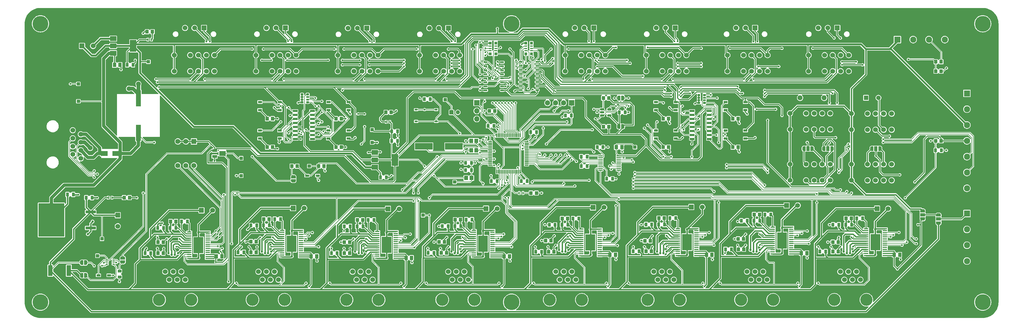
<source format=gtl>
G04 #@! TF.GenerationSoftware,KiCad,Pcbnew,7.0.7*
G04 #@! TF.CreationDate,2024-01-25T11:55:39-05:00*
G04 #@! TF.ProjectId,AOML_AB_3.0_reorganized-v1,414f4d4c-5f41-4425-9f33-2e305f72656f,1*
G04 #@! TF.SameCoordinates,Original*
G04 #@! TF.FileFunction,Copper,L1,Top*
G04 #@! TF.FilePolarity,Positive*
%FSLAX46Y46*%
G04 Gerber Fmt 4.6, Leading zero omitted, Abs format (unit mm)*
G04 Created by KiCad (PCBNEW 7.0.7) date 2024-01-25 11:55:39*
%MOMM*%
%LPD*%
G01*
G04 APERTURE LIST*
G04 Aperture macros list*
%AMRoundRect*
0 Rectangle with rounded corners*
0 $1 Rounding radius*
0 $2 $3 $4 $5 $6 $7 $8 $9 X,Y pos of 4 corners*
0 Add a 4 corners polygon primitive as box body*
4,1,4,$2,$3,$4,$5,$6,$7,$8,$9,$2,$3,0*
0 Add four circle primitives for the rounded corners*
1,1,$1+$1,$2,$3*
1,1,$1+$1,$4,$5*
1,1,$1+$1,$6,$7*
1,1,$1+$1,$8,$9*
0 Add four rect primitives between the rounded corners*
20,1,$1+$1,$2,$3,$4,$5,0*
20,1,$1+$1,$4,$5,$6,$7,0*
20,1,$1+$1,$6,$7,$8,$9,0*
20,1,$1+$1,$8,$9,$2,$3,0*%
%AMFreePoly0*
4,1,19,0.550000,-0.750000,0.000000,-0.750000,0.000000,-0.744911,-0.071157,-0.744911,-0.207708,-0.704816,-0.327430,-0.627875,-0.420627,-0.520320,-0.479746,-0.390866,-0.500000,-0.250000,-0.500000,0.250000,-0.479746,0.390866,-0.420627,0.520320,-0.327430,0.627875,-0.207708,0.704816,-0.071157,0.744911,0.000000,0.744911,0.000000,0.750000,0.550000,0.750000,0.550000,-0.750000,0.550000,-0.750000,
$1*%
%AMFreePoly1*
4,1,19,0.000000,0.744911,0.071157,0.744911,0.207708,0.704816,0.327430,0.627875,0.420627,0.520320,0.479746,0.390866,0.500000,0.250000,0.500000,-0.250000,0.479746,-0.390866,0.420627,-0.520320,0.327430,-0.627875,0.207708,-0.704816,0.071157,-0.744911,0.000000,-0.744911,0.000000,-0.750000,-0.550000,-0.750000,-0.550000,0.750000,0.000000,0.750000,0.000000,0.744911,0.000000,0.744911,
$1*%
%AMFreePoly2*
4,1,19,0.500000,-0.750000,0.000000,-0.750000,0.000000,-0.744911,-0.071157,-0.744911,-0.207708,-0.704816,-0.327430,-0.627875,-0.420627,-0.520320,-0.479746,-0.390866,-0.500000,-0.250000,-0.500000,0.250000,-0.479746,0.390866,-0.420627,0.520320,-0.327430,0.627875,-0.207708,0.704816,-0.071157,0.744911,0.000000,0.744911,0.000000,0.750000,0.500000,0.750000,0.500000,-0.750000,0.500000,-0.750000,
$1*%
%AMFreePoly3*
4,1,19,0.000000,0.744911,0.071157,0.744911,0.207708,0.704816,0.327430,0.627875,0.420627,0.520320,0.479746,0.390866,0.500000,0.250000,0.500000,-0.250000,0.479746,-0.390866,0.420627,-0.520320,0.327430,-0.627875,0.207708,-0.704816,0.071157,-0.744911,0.000000,-0.744911,0.000000,-0.750000,-0.500000,-0.750000,-0.500000,0.750000,0.000000,0.750000,0.000000,0.744911,0.000000,0.744911,
$1*%
G04 Aperture macros list end*
G04 #@! TA.AperFunction,ComponentPad*
%ADD10R,1.520000X1.520000*%
G04 #@! TD*
G04 #@! TA.AperFunction,ComponentPad*
%ADD11C,1.520000*%
G04 #@! TD*
G04 #@! TA.AperFunction,ComponentPad*
%ADD12C,1.524000*%
G04 #@! TD*
G04 #@! TA.AperFunction,ComponentPad*
%ADD13R,1.950000X1.950000*%
G04 #@! TD*
G04 #@! TA.AperFunction,ComponentPad*
%ADD14C,1.950000*%
G04 #@! TD*
G04 #@! TA.AperFunction,SMDPad,CuDef*
%ADD15R,0.855600X1.250000*%
G04 #@! TD*
G04 #@! TA.AperFunction,SMDPad,CuDef*
%ADD16R,1.016000X1.219200*%
G04 #@! TD*
G04 #@! TA.AperFunction,SMDPad,CuDef*
%ADD17R,1.200000X0.800000*%
G04 #@! TD*
G04 #@! TA.AperFunction,ComponentPad*
%ADD18C,5.000000*%
G04 #@! TD*
G04 #@! TA.AperFunction,SMDPad,CuDef*
%ADD19R,0.650001X0.399999*%
G04 #@! TD*
G04 #@! TA.AperFunction,SMDPad,CuDef*
%ADD20FreePoly0,0.000000*%
G04 #@! TD*
G04 #@! TA.AperFunction,SMDPad,CuDef*
%ADD21R,1.000000X1.500000*%
G04 #@! TD*
G04 #@! TA.AperFunction,SMDPad,CuDef*
%ADD22FreePoly1,0.000000*%
G04 #@! TD*
G04 #@! TA.AperFunction,SMDPad,CuDef*
%ADD23R,1.305598X1.449997*%
G04 #@! TD*
G04 #@! TA.AperFunction,SMDPad,CuDef*
%ADD24R,1.000000X1.000000*%
G04 #@! TD*
G04 #@! TA.AperFunction,SMDPad,CuDef*
%ADD25RoundRect,0.150000X-0.512500X-0.150000X0.512500X-0.150000X0.512500X0.150000X-0.512500X0.150000X0*%
G04 #@! TD*
G04 #@! TA.AperFunction,SMDPad,CuDef*
%ADD26R,1.066800X1.346200*%
G04 #@! TD*
G04 #@! TA.AperFunction,ComponentPad*
%ADD27R,1.524000X1.524000*%
G04 #@! TD*
G04 #@! TA.AperFunction,SMDPad,CuDef*
%ADD28R,2.000000X1.500000*%
G04 #@! TD*
G04 #@! TA.AperFunction,SMDPad,CuDef*
%ADD29R,2.000000X3.800000*%
G04 #@! TD*
G04 #@! TA.AperFunction,SMDPad,CuDef*
%ADD30FreePoly2,270.000000*%
G04 #@! TD*
G04 #@! TA.AperFunction,SMDPad,CuDef*
%ADD31FreePoly3,270.000000*%
G04 #@! TD*
G04 #@! TA.AperFunction,SMDPad,CuDef*
%ADD32R,1.100000X1.380000*%
G04 #@! TD*
G04 #@! TA.AperFunction,ComponentPad*
%ADD33R,1.651000X1.651000*%
G04 #@! TD*
G04 #@! TA.AperFunction,ComponentPad*
%ADD34C,1.651000*%
G04 #@! TD*
G04 #@! TA.AperFunction,SMDPad,CuDef*
%ADD35O,1.250000X0.549999*%
G04 #@! TD*
G04 #@! TA.AperFunction,SMDPad,CuDef*
%ADD36R,1.525000X0.650000*%
G04 #@! TD*
G04 #@! TA.AperFunction,SMDPad,CuDef*
%ADD37R,1.460000X3.440000*%
G04 #@! TD*
G04 #@! TA.AperFunction,SMDPad,CuDef*
%ADD38R,1.210000X0.730000*%
G04 #@! TD*
G04 #@! TA.AperFunction,SMDPad,CuDef*
%ADD39R,1.193800X0.304800*%
G04 #@! TD*
G04 #@! TA.AperFunction,SMDPad,CuDef*
%ADD40R,0.304800X1.193800*%
G04 #@! TD*
G04 #@! TA.AperFunction,SMDPad,CuDef*
%ADD41R,5.600000X2.100000*%
G04 #@! TD*
G04 #@! TA.AperFunction,SMDPad,CuDef*
%ADD42R,0.457200X0.812800*%
G04 #@! TD*
G04 #@! TA.AperFunction,SMDPad,CuDef*
%ADD43FreePoly0,270.000000*%
G04 #@! TD*
G04 #@! TA.AperFunction,SMDPad,CuDef*
%ADD44R,1.500000X1.000000*%
G04 #@! TD*
G04 #@! TA.AperFunction,SMDPad,CuDef*
%ADD45FreePoly1,270.000000*%
G04 #@! TD*
G04 #@! TA.AperFunction,SMDPad,CuDef*
%ADD46R,1.475000X0.450000*%
G04 #@! TD*
G04 #@! TA.AperFunction,SMDPad,CuDef*
%ADD47R,3.100000X5.180000*%
G04 #@! TD*
G04 #@! TA.AperFunction,ComponentPad*
%ADD48C,1.600000*%
G04 #@! TD*
G04 #@! TA.AperFunction,ComponentPad*
%ADD49O,1.600000X1.600000*%
G04 #@! TD*
G04 #@! TA.AperFunction,SMDPad,CuDef*
%ADD50R,0.889000X0.914400*%
G04 #@! TD*
G04 #@! TA.AperFunction,SMDPad,CuDef*
%ADD51R,0.889000X0.406400*%
G04 #@! TD*
G04 #@! TA.AperFunction,SMDPad,CuDef*
%ADD52R,1.600200X5.105400*%
G04 #@! TD*
G04 #@! TA.AperFunction,SMDPad,CuDef*
%ADD53R,2.184400X1.625600*%
G04 #@! TD*
G04 #@! TA.AperFunction,ComponentPad*
%ADD54C,1.580000*%
G04 #@! TD*
G04 #@! TA.AperFunction,ComponentPad*
%ADD55R,1.580000X1.580000*%
G04 #@! TD*
G04 #@! TA.AperFunction,ComponentPad*
%ADD56R,1.700000X1.700000*%
G04 #@! TD*
G04 #@! TA.AperFunction,ComponentPad*
%ADD57O,1.700000X1.700000*%
G04 #@! TD*
G04 #@! TA.AperFunction,SMDPad,CuDef*
%ADD58R,3.200400X0.939800*%
G04 #@! TD*
G04 #@! TA.AperFunction,SMDPad,CuDef*
%ADD59R,8.204200X10.591800*%
G04 #@! TD*
G04 #@! TA.AperFunction,SMDPad,CuDef*
%ADD60RoundRect,0.091500X-0.358500X-0.213500X0.358500X-0.213500X0.358500X0.213500X-0.358500X0.213500X0*%
G04 #@! TD*
G04 #@! TA.AperFunction,SMDPad,CuDef*
%ADD61RoundRect,0.068900X-0.381100X-0.196100X0.381100X-0.196100X0.381100X0.196100X-0.381100X0.196100X0*%
G04 #@! TD*
G04 #@! TA.AperFunction,ComponentPad*
%ADD62R,1.397000X1.397000*%
G04 #@! TD*
G04 #@! TA.AperFunction,ComponentPad*
%ADD63C,1.397000*%
G04 #@! TD*
G04 #@! TA.AperFunction,SMDPad,CuDef*
%ADD64R,1.549400X0.939800*%
G04 #@! TD*
G04 #@! TA.AperFunction,SMDPad,CuDef*
%ADD65R,2.133600X1.498600*%
G04 #@! TD*
G04 #@! TA.AperFunction,SMDPad,CuDef*
%ADD66R,0.952500X0.558800*%
G04 #@! TD*
G04 #@! TA.AperFunction,SMDPad,CuDef*
%ADD67R,1.168400X1.447800*%
G04 #@! TD*
G04 #@! TA.AperFunction,SMDPad,CuDef*
%ADD68R,1.250000X0.855600*%
G04 #@! TD*
G04 #@! TA.AperFunction,SMDPad,CuDef*
%ADD69FreePoly2,0.000000*%
G04 #@! TD*
G04 #@! TA.AperFunction,SMDPad,CuDef*
%ADD70FreePoly3,0.000000*%
G04 #@! TD*
G04 #@! TA.AperFunction,SMDPad,CuDef*
%ADD71RoundRect,0.100000X-0.637500X-0.100000X0.637500X-0.100000X0.637500X0.100000X-0.637500X0.100000X0*%
G04 #@! TD*
G04 #@! TA.AperFunction,ComponentPad*
%ADD72R,1.320800X1.320800*%
G04 #@! TD*
G04 #@! TA.AperFunction,ComponentPad*
%ADD73C,1.320800*%
G04 #@! TD*
G04 #@! TA.AperFunction,ComponentPad*
%ADD74C,3.860800*%
G04 #@! TD*
G04 #@! TA.AperFunction,ViaPad*
%ADD75C,0.600000*%
G04 #@! TD*
G04 #@! TA.AperFunction,ViaPad*
%ADD76C,0.750000*%
G04 #@! TD*
G04 #@! TA.AperFunction,ViaPad*
%ADD77C,1.500000*%
G04 #@! TD*
G04 #@! TA.AperFunction,Conductor*
%ADD78C,1.000000*%
G04 #@! TD*
G04 #@! TA.AperFunction,Conductor*
%ADD79C,0.150000*%
G04 #@! TD*
G04 #@! TA.AperFunction,Conductor*
%ADD80C,0.450000*%
G04 #@! TD*
G04 #@! TA.AperFunction,Conductor*
%ADD81C,0.300000*%
G04 #@! TD*
G04 #@! TA.AperFunction,Conductor*
%ADD82C,0.400000*%
G04 #@! TD*
G04 #@! TA.AperFunction,Conductor*
%ADD83C,1.200000*%
G04 #@! TD*
G04 #@! TA.AperFunction,Conductor*
%ADD84C,0.600000*%
G04 #@! TD*
G04 APERTURE END LIST*
D10*
X109739650Y-93315000D03*
D11*
X106739651Y-93315000D03*
X103739652Y-93315000D03*
D12*
X295050000Y-125400000D03*
X300130000Y-125400000D03*
X302670000Y-125400000D03*
X305210000Y-125400000D03*
X307750000Y-125400000D03*
X307750000Y-120320000D03*
X305210000Y-120320000D03*
X302670000Y-120320000D03*
X300130000Y-120320000D03*
X295050000Y-120320000D03*
D13*
X351000000Y-114000000D03*
D14*
X351000000Y-119000000D03*
X351000000Y-124000000D03*
X351000000Y-129000000D03*
X351000000Y-134000000D03*
X351000000Y-139000000D03*
X351000000Y-144000000D03*
D15*
X72468900Y-146960000D03*
X74324500Y-146960000D03*
D16*
X276949400Y-122000000D03*
X278651200Y-122000000D03*
D15*
X150000000Y-164500000D03*
X151855600Y-164500000D03*
X316156400Y-153500000D03*
X318012000Y-153500000D03*
D17*
X252650300Y-125730000D03*
X252650300Y-128270000D03*
X258950300Y-128270000D03*
X258950300Y-125730000D03*
D18*
X58000000Y-180000000D03*
D15*
X124572200Y-155725000D03*
X126427800Y-155725000D03*
D19*
X79039001Y-166670999D03*
X79039001Y-167321000D03*
X79039001Y-167970999D03*
X81089002Y-167970999D03*
X81089002Y-167321000D03*
X81089002Y-166670999D03*
D12*
X275256380Y-107000000D03*
X280336380Y-107000000D03*
X282876380Y-107000000D03*
X285416380Y-107000000D03*
X287956380Y-107000000D03*
X287956380Y-101920000D03*
X285416380Y-101920000D03*
X282876380Y-101920000D03*
X280336380Y-101920000D03*
X275256380Y-101920000D03*
D20*
X305750000Y-131480000D03*
D21*
X307050000Y-131480000D03*
D22*
X308350000Y-131480000D03*
D15*
X202475000Y-141750000D03*
X200619400Y-141750000D03*
D23*
X195802799Y-132000000D03*
X194197201Y-132000000D03*
D12*
X100300000Y-107000000D03*
X105380000Y-107000000D03*
X107920000Y-107000000D03*
X110460000Y-107000000D03*
X113000000Y-107000000D03*
X113000000Y-101920000D03*
X110460000Y-101920000D03*
X107920000Y-101920000D03*
X105380000Y-101920000D03*
X100300000Y-101920000D03*
D16*
X130350900Y-153725000D03*
X128649100Y-153725000D03*
X255265100Y-153425000D03*
X253563300Y-153425000D03*
D24*
X77468900Y-159960000D03*
D25*
X235606800Y-119050000D03*
X235606800Y-120000000D03*
X235606800Y-120950000D03*
X237881800Y-120950000D03*
X237881800Y-119050000D03*
D16*
X341149100Y-107000000D03*
X342850900Y-107000000D03*
D26*
X300376300Y-164500000D03*
X298623700Y-164500000D03*
D27*
X198914200Y-150425000D03*
D12*
X202419400Y-150425000D03*
D10*
X187000000Y-93370000D03*
D11*
X184000001Y-93370000D03*
X181000002Y-93370000D03*
D28*
X81000000Y-96700000D03*
X81000000Y-99000000D03*
D29*
X87300000Y-99000000D03*
D28*
X81000000Y-101300000D03*
D30*
X84039000Y-166021000D03*
D31*
X84039000Y-167321000D03*
D15*
X102644400Y-154500000D03*
X104500000Y-154500000D03*
D10*
X283999998Y-93315000D03*
D11*
X280999999Y-93315000D03*
X278000000Y-93315000D03*
D27*
X82468900Y-152494800D03*
D12*
X82468900Y-156000000D03*
X68229001Y-125659900D03*
X70769001Y-126929900D03*
X68229001Y-128199900D03*
X70769001Y-129469900D03*
X68229001Y-130739900D03*
X70769001Y-132009900D03*
X68229001Y-133279900D03*
X70769001Y-134549900D03*
D24*
X246000000Y-131000000D03*
D16*
X124576900Y-160842600D03*
X126278700Y-160842600D03*
X154076900Y-161000000D03*
X155778700Y-161000000D03*
D24*
X143000000Y-137000000D03*
D15*
X234072200Y-131000000D03*
X235927800Y-131000000D03*
D27*
X293976150Y-149425000D03*
D12*
X297481350Y-149425000D03*
D16*
X285412900Y-152275000D03*
X283711100Y-152275000D03*
D12*
X223923048Y-107000000D03*
X229003048Y-107000000D03*
X231543048Y-107000000D03*
X234083048Y-107000000D03*
X236623048Y-107000000D03*
X236623048Y-101920000D03*
X234083048Y-101920000D03*
X231543048Y-101920000D03*
X229003048Y-101920000D03*
X223923048Y-101920000D03*
D16*
X314435100Y-153500000D03*
X312733300Y-153500000D03*
D26*
X175376300Y-166000000D03*
X173623700Y-166000000D03*
D16*
X95149100Y-161000000D03*
X96850900Y-161000000D03*
D15*
X241072200Y-120000000D03*
X242927800Y-120000000D03*
X199547200Y-124250000D03*
X201402800Y-124250000D03*
D24*
X70000000Y-116500000D03*
D32*
X81424000Y-105000000D03*
X83150000Y-105000000D03*
D15*
X222915200Y-155550000D03*
X224770800Y-155550000D03*
D33*
X226000000Y-117000000D03*
D34*
X223460000Y-117000000D03*
X220920000Y-117000000D03*
X218380000Y-117000000D03*
D15*
X283634200Y-154275000D03*
X285489800Y-154275000D03*
D16*
X151437100Y-122000000D03*
X153138900Y-122000000D03*
X217798200Y-160550000D03*
X219500000Y-160550000D03*
D35*
X209874999Y-104055000D03*
X209874999Y-105325000D03*
X209874999Y-106595000D03*
X209874999Y-107865000D03*
X209874999Y-109135000D03*
X209874999Y-110405000D03*
X209874999Y-111675000D03*
X209874999Y-112945000D03*
X215124999Y-112945000D03*
X215124999Y-111675000D03*
X215124999Y-110405000D03*
X215124999Y-109135000D03*
X215124999Y-107865000D03*
X215124999Y-106595000D03*
X215124999Y-105325000D03*
X215124999Y-104055000D03*
D16*
X184076900Y-160925000D03*
X185778700Y-160925000D03*
D26*
X240123700Y-131000000D03*
X241876300Y-131000000D03*
D36*
X138576000Y-119555000D03*
X138576000Y-120825000D03*
X138576000Y-122095000D03*
X138576000Y-123365000D03*
X138576000Y-124635000D03*
X138576000Y-125905000D03*
X138576000Y-127175000D03*
X138576000Y-128445000D03*
X144000000Y-128445000D03*
X144000000Y-127175000D03*
X144000000Y-125905000D03*
X144000000Y-124635000D03*
X144000000Y-123365000D03*
X144000000Y-122095000D03*
X144000000Y-120825000D03*
X144000000Y-119555000D03*
D26*
X329752600Y-165000000D03*
X328000000Y-165000000D03*
D15*
X179441600Y-115832200D03*
X181297200Y-115832200D03*
D16*
X341149100Y-104000000D03*
X342850900Y-104000000D03*
D24*
X186000000Y-116000000D03*
D15*
X304500000Y-164000000D03*
X306355600Y-164000000D03*
X154072200Y-156000000D03*
X155927800Y-156000000D03*
X249486400Y-155425000D03*
X251342000Y-155425000D03*
D13*
X351000000Y-152000000D03*
D14*
X351000000Y-157000000D03*
X351000000Y-162000000D03*
X351000000Y-167000000D03*
D24*
X162927800Y-129500000D03*
D18*
X58000000Y-92000000D03*
X356000000Y-180000000D03*
D16*
X95149100Y-164500000D03*
X96850900Y-164500000D03*
X308576900Y-161000000D03*
X310278700Y-161000000D03*
D24*
X179000000Y-152500000D03*
D12*
X295050000Y-141480000D03*
X300130000Y-141480000D03*
X302670000Y-141480000D03*
X305210000Y-141480000D03*
X307750000Y-141480000D03*
X307750000Y-136400000D03*
X305210000Y-136400000D03*
X302670000Y-136400000D03*
X300130000Y-136400000D03*
X295050000Y-136400000D03*
D17*
X127426000Y-125730000D03*
X127426000Y-128270000D03*
X133726000Y-128270000D03*
X133726000Y-125730000D03*
D37*
X67000000Y-170000000D03*
X61148000Y-170000000D03*
D20*
X320901400Y-131480000D03*
D21*
X322201400Y-131480000D03*
D22*
X323501400Y-131480000D03*
D38*
X79719000Y-171500000D03*
X76359000Y-171500000D03*
D15*
X287134200Y-152275000D03*
X288989800Y-152275000D03*
D39*
X200250001Y-129250000D03*
X200250001Y-129749999D03*
X200250001Y-130250000D03*
X200250001Y-130749999D03*
X200250001Y-131250001D03*
X200250001Y-131750000D03*
X200250001Y-132249999D03*
X200250001Y-132750000D03*
X200250001Y-133250000D03*
X200250001Y-133750001D03*
X200250001Y-134250000D03*
X200250001Y-134749999D03*
X200250001Y-135250001D03*
X200250001Y-135750000D03*
X200250001Y-136250001D03*
X200250001Y-136750000D03*
D40*
X202250000Y-138749999D03*
X202749999Y-138749999D03*
X203250000Y-138749999D03*
X203749999Y-138749999D03*
X204250001Y-138749999D03*
X204750000Y-138749999D03*
X205249999Y-138749999D03*
X205750000Y-138749999D03*
X206250000Y-138749999D03*
X206750001Y-138749999D03*
X207250000Y-138749999D03*
X207749999Y-138749999D03*
X208250001Y-138749999D03*
X208750000Y-138749999D03*
X209250001Y-138749999D03*
X209750000Y-138749999D03*
D39*
X211749999Y-136750000D03*
X211749999Y-136250001D03*
X211749999Y-135750000D03*
X211749999Y-135250001D03*
X211749999Y-134749999D03*
X211749999Y-134250000D03*
X211749999Y-133750001D03*
X211749999Y-133250000D03*
X211749999Y-132750000D03*
X211749999Y-132249999D03*
X211749999Y-131750000D03*
X211749999Y-131250001D03*
X211749999Y-130749999D03*
X211749999Y-130250000D03*
X211749999Y-129749999D03*
X211749999Y-129250000D03*
D40*
X209750000Y-127250001D03*
X209250001Y-127250001D03*
X208750000Y-127250001D03*
X208250001Y-127250001D03*
X207749999Y-127250001D03*
X207250000Y-127250001D03*
X206750001Y-127250001D03*
X206250000Y-127250001D03*
X205750000Y-127250001D03*
X205249999Y-127250001D03*
X204750000Y-127250001D03*
X204250001Y-127250001D03*
X203749999Y-127250001D03*
X203250000Y-127250001D03*
X202749999Y-127250001D03*
X202250000Y-127250001D03*
D15*
X192644450Y-153925000D03*
X194500050Y-153925000D03*
D41*
X188750000Y-130750000D03*
X179250000Y-130750000D03*
D15*
X218915200Y-155550000D03*
X220770800Y-155550000D03*
D18*
X356000000Y-92000000D03*
D17*
X149138000Y-116730000D03*
X149138000Y-119270000D03*
X155438000Y-119270000D03*
X155438000Y-116730000D03*
D18*
X207000000Y-92000000D03*
D15*
X194330600Y-136000000D03*
X192475000Y-136000000D03*
D17*
X274645000Y-116730000D03*
X274645000Y-119270000D03*
X280945000Y-119270000D03*
X280945000Y-116730000D03*
D10*
X258739650Y-93315000D03*
D11*
X255739651Y-93315000D03*
X252739652Y-93315000D03*
D15*
X128572200Y-155725000D03*
X130427800Y-155725000D03*
X237072200Y-141000000D03*
X238927800Y-141000000D03*
D12*
X300923048Y-107000000D03*
X306003048Y-107000000D03*
X308543048Y-107000000D03*
X311083048Y-107000000D03*
X313623048Y-107000000D03*
X313623048Y-101920000D03*
X311083048Y-101920000D03*
X308543048Y-101920000D03*
X306003048Y-101920000D03*
X300923048Y-101920000D03*
D15*
X229072200Y-137000000D03*
X230927800Y-137000000D03*
X120500000Y-164225000D03*
X122355600Y-164225000D03*
D17*
X252645000Y-116730000D03*
X252645000Y-119270000D03*
X258945000Y-119270000D03*
X258945000Y-116730000D03*
D15*
X257058600Y-153425000D03*
X258914200Y-153425000D03*
D12*
X126173333Y-107000000D03*
X131253333Y-107000000D03*
X133793333Y-107000000D03*
X136333333Y-107000000D03*
X138873333Y-107000000D03*
X138873333Y-101920000D03*
X136333333Y-101920000D03*
X133793333Y-101920000D03*
X131253333Y-101920000D03*
X126173333Y-101920000D03*
D35*
X198750000Y-104150000D03*
X198750000Y-105420000D03*
X198750000Y-106690000D03*
X198750000Y-107960000D03*
X198750000Y-109230000D03*
X198750000Y-110500000D03*
X198750000Y-111770000D03*
X198750000Y-113040000D03*
X204000000Y-113040000D03*
X204000000Y-111770000D03*
X204000000Y-110500000D03*
X204000000Y-109230000D03*
X204000000Y-107960000D03*
X204000000Y-106690000D03*
X204000000Y-105420000D03*
X204000000Y-104150000D03*
D26*
X115376300Y-165500000D03*
X113623700Y-165500000D03*
D42*
X80611900Y-146960000D03*
X79468900Y-146960000D03*
D16*
X218721300Y-164050000D03*
X220423100Y-164050000D03*
X190850950Y-153925000D03*
X189149150Y-153925000D03*
D15*
X279634200Y-154275000D03*
X281489800Y-154275000D03*
D12*
X314501400Y-141480000D03*
X319581400Y-141480000D03*
X322121400Y-141480000D03*
X324661400Y-141480000D03*
X327201400Y-141480000D03*
X327201400Y-136400000D03*
X324661400Y-136400000D03*
X322121400Y-136400000D03*
X319581400Y-136400000D03*
X314501400Y-136400000D03*
D24*
X121500000Y-134500000D03*
D27*
X167914150Y-150500000D03*
D12*
X171419350Y-150500000D03*
D16*
X151437100Y-131000000D03*
X153138900Y-131000000D03*
D43*
X342000000Y-152400000D03*
D44*
X342000000Y-153700000D03*
D45*
X342000000Y-155000000D03*
D24*
X189000000Y-142000000D03*
D23*
X195802799Y-129000000D03*
X194197201Y-129000000D03*
D12*
X177920000Y-107000000D03*
X183000000Y-107000000D03*
X185540000Y-107000000D03*
X188080000Y-107000000D03*
X190620000Y-107000000D03*
X190620000Y-101920000D03*
X188080000Y-101920000D03*
X185540000Y-101920000D03*
X183000000Y-101920000D03*
X177920000Y-101920000D03*
D18*
X207000000Y-180000000D03*
D16*
X86170700Y-146960000D03*
X84468900Y-146960000D03*
D15*
X308656400Y-155500000D03*
X310512000Y-155500000D03*
D24*
X162927800Y-125500000D03*
D16*
X184721300Y-164425000D03*
X186423100Y-164425000D03*
D46*
X259562000Y-156775000D03*
X259562000Y-157425000D03*
X259562000Y-158075000D03*
X259562000Y-158725000D03*
X259562000Y-159375000D03*
X259562000Y-160025000D03*
X259562000Y-160675000D03*
X259562000Y-161325000D03*
X259562000Y-161975000D03*
X259562000Y-162625000D03*
X259562000Y-163275000D03*
X259562000Y-163925000D03*
X259562000Y-164575000D03*
X259562000Y-165225000D03*
X265438000Y-165225000D03*
X265438000Y-164575000D03*
X265438000Y-163925000D03*
X265438000Y-163275000D03*
X265438000Y-162625000D03*
X265438000Y-161975000D03*
X265438000Y-161325000D03*
X265438000Y-160675000D03*
X265438000Y-160025000D03*
X265438000Y-159375000D03*
X265438000Y-158725000D03*
X265438000Y-158075000D03*
X265438000Y-157425000D03*
X265438000Y-156775000D03*
D47*
X262500000Y-161000000D03*
D24*
X76039000Y-165321000D03*
D48*
X298240000Y-115400000D03*
D49*
X305860000Y-115400000D03*
D26*
X206376300Y-165500000D03*
X204623700Y-165500000D03*
D15*
X99000000Y-156500000D03*
X100855600Y-156500000D03*
X194330600Y-138250000D03*
X192475000Y-138250000D03*
D24*
X92150000Y-104000000D03*
D15*
X230855600Y-134000000D03*
X229000000Y-134000000D03*
D50*
X211500000Y-98096400D03*
D51*
X211500000Y-99074300D03*
X211500000Y-99798200D03*
X211500000Y-100522100D03*
D50*
X211500000Y-101500000D03*
X213278000Y-101500000D03*
D51*
X213278000Y-100522100D03*
X213278000Y-99798200D03*
X213278000Y-99074300D03*
D50*
X213278000Y-98096400D03*
D15*
X245423100Y-163925000D03*
X247278700Y-163925000D03*
X66541100Y-145960000D03*
X68396700Y-145960000D03*
X158144400Y-156000000D03*
X160000000Y-156000000D03*
D52*
X89000000Y-126461000D03*
X89000000Y-115539000D03*
D27*
X71150000Y-99000000D03*
D12*
X74655200Y-99000000D03*
D15*
X95072200Y-156500000D03*
X96927800Y-156500000D03*
D46*
X105062000Y-157775000D03*
X105062000Y-158425000D03*
X105062000Y-159075000D03*
X105062000Y-159725000D03*
X105062000Y-160375000D03*
X105062000Y-161025000D03*
X105062000Y-161675000D03*
X105062000Y-162325000D03*
X105062000Y-162975000D03*
X105062000Y-163625000D03*
X105062000Y-164275000D03*
X105062000Y-164925000D03*
X105062000Y-165575000D03*
X105062000Y-166225000D03*
X110938000Y-166225000D03*
X110938000Y-165575000D03*
X110938000Y-164925000D03*
X110938000Y-164275000D03*
X110938000Y-163625000D03*
X110938000Y-162975000D03*
X110938000Y-162325000D03*
X110938000Y-161675000D03*
X110938000Y-161025000D03*
X110938000Y-160375000D03*
X110938000Y-159725000D03*
X110938000Y-159075000D03*
X110938000Y-158425000D03*
X110938000Y-157775000D03*
D47*
X108000000Y-162000000D03*
D53*
X81854200Y-133000000D03*
X78145800Y-133000000D03*
D12*
X314501400Y-125480000D03*
X319581400Y-125480000D03*
X322121400Y-125480000D03*
X324661400Y-125480000D03*
X327201400Y-125480000D03*
X327201400Y-120400000D03*
X324661400Y-120400000D03*
X322121400Y-120400000D03*
X319581400Y-120400000D03*
X314501400Y-120400000D03*
D16*
X254944100Y-122000000D03*
X256645900Y-122000000D03*
D26*
X270376300Y-165000000D03*
X268623700Y-165000000D03*
D10*
X135493100Y-93315000D03*
D11*
X132493101Y-93315000D03*
X129493102Y-93315000D03*
D15*
X213047200Y-126250000D03*
X214902800Y-126250000D03*
D28*
X163777800Y-132700000D03*
X163777800Y-135000000D03*
D29*
X170077800Y-135000000D03*
D28*
X163777800Y-137300000D03*
D13*
X329000000Y-97000000D03*
D14*
X334000000Y-97000000D03*
X339000000Y-97000000D03*
X344000000Y-97000000D03*
D16*
X249500000Y-163925000D03*
X251201800Y-163925000D03*
D54*
X106540000Y-136810000D03*
X104000000Y-136810000D03*
X101460000Y-136810000D03*
X101460000Y-129190000D03*
X104000000Y-129190000D03*
D55*
X106540000Y-129190000D03*
D36*
X264083000Y-119555000D03*
X264083000Y-120825000D03*
X264083000Y-122095000D03*
X264083000Y-123365000D03*
X264083000Y-124635000D03*
X264083000Y-125905000D03*
X264083000Y-127175000D03*
X264083000Y-128445000D03*
X269507000Y-128445000D03*
X269507000Y-127175000D03*
X269507000Y-125905000D03*
X269507000Y-124635000D03*
X269507000Y-123365000D03*
X269507000Y-122095000D03*
X269507000Y-120825000D03*
X269507000Y-119555000D03*
D16*
X129725100Y-131000000D03*
X131426900Y-131000000D03*
D46*
X229000000Y-156900000D03*
X229000000Y-157550000D03*
X229000000Y-158200000D03*
X229000000Y-158850000D03*
X229000000Y-159500000D03*
X229000000Y-160150000D03*
X229000000Y-160800000D03*
X229000000Y-161450000D03*
X229000000Y-162100000D03*
X229000000Y-162750000D03*
X229000000Y-163400000D03*
X229000000Y-164050000D03*
X229000000Y-164700000D03*
X229000000Y-165350000D03*
X234876000Y-165350000D03*
X234876000Y-164700000D03*
X234876000Y-164050000D03*
X234876000Y-163400000D03*
X234876000Y-162750000D03*
X234876000Y-162100000D03*
X234876000Y-161450000D03*
X234876000Y-160800000D03*
X234876000Y-160150000D03*
X234876000Y-159500000D03*
X234876000Y-158850000D03*
X234876000Y-158200000D03*
X234876000Y-157550000D03*
X234876000Y-156900000D03*
D47*
X231938000Y-161125000D03*
D16*
X159923100Y-154000000D03*
X158221300Y-154000000D03*
D27*
X137914150Y-150275000D03*
D12*
X141419350Y-150275000D03*
D56*
X196000000Y-117000000D03*
D57*
X196000000Y-119540000D03*
X196000000Y-122080000D03*
D58*
X73902200Y-156540000D03*
X73902200Y-151460000D03*
D59*
X61468900Y-154000000D03*
D15*
X226415200Y-153550000D03*
X228270800Y-153550000D03*
D60*
X140723000Y-114315000D03*
D61*
X140723000Y-115155000D03*
X140723000Y-115955000D03*
D60*
X140723000Y-116795000D03*
X142493000Y-116795000D03*
D61*
X142493000Y-115955000D03*
X142493000Y-115155000D03*
D60*
X142493000Y-114315000D03*
D42*
X167356300Y-123000000D03*
X168499300Y-123000000D03*
D27*
X108932800Y-150975000D03*
D12*
X112438000Y-150975000D03*
D16*
X341149100Y-129000000D03*
X342850900Y-129000000D03*
X276944100Y-131000000D03*
X278645900Y-131000000D03*
D15*
X91072200Y-164500000D03*
X92927800Y-164500000D03*
D16*
X146000000Y-137000000D03*
X147701800Y-137000000D03*
D10*
X232999998Y-93315000D03*
D11*
X229999999Y-93315000D03*
X227000000Y-93315000D03*
D15*
X211902800Y-141750000D03*
X210047200Y-141750000D03*
D16*
X129725100Y-122000000D03*
X131426900Y-122000000D03*
X278649100Y-160000000D03*
X280350900Y-160000000D03*
X254944100Y-131000000D03*
X256645900Y-131000000D03*
D15*
X189072250Y-155925000D03*
X190927850Y-155925000D03*
D60*
X266230000Y-114520000D03*
D61*
X266230000Y-115360000D03*
X266230000Y-116160000D03*
D60*
X266230000Y-117000000D03*
X268000000Y-117000000D03*
D61*
X268000000Y-116160000D03*
X268000000Y-115360000D03*
D60*
X268000000Y-114520000D03*
D16*
X91733300Y-94500000D03*
X93435100Y-94500000D03*
D15*
X169072200Y-126000000D03*
X170927800Y-126000000D03*
D42*
X210571500Y-145500000D03*
X209428500Y-145500000D03*
D27*
X232757150Y-150050000D03*
D12*
X236262350Y-150050000D03*
D62*
X319081500Y-115400000D03*
D63*
X323018500Y-115400000D03*
D16*
X249149100Y-160609250D03*
X250850900Y-160609250D03*
D64*
X113115700Y-132050000D03*
D65*
X115592200Y-133000000D03*
D64*
X113115700Y-133950000D03*
D46*
X164500000Y-157648100D03*
X164500000Y-158298100D03*
X164500000Y-158948100D03*
X164500000Y-159598100D03*
X164500000Y-160248100D03*
X164500000Y-160898100D03*
X164500000Y-161548100D03*
X164500000Y-162198100D03*
X164500000Y-162848100D03*
X164500000Y-163498100D03*
X164500000Y-164148100D03*
X164500000Y-164798100D03*
X164500000Y-165448100D03*
X164500000Y-166098100D03*
X170376000Y-166098100D03*
X170376000Y-165448100D03*
X170376000Y-164798100D03*
X170376000Y-164148100D03*
X170376000Y-163498100D03*
X170376000Y-162848100D03*
X170376000Y-162198100D03*
X170376000Y-161548100D03*
X170376000Y-160898100D03*
X170376000Y-160248100D03*
X170376000Y-159598100D03*
X170376000Y-158948100D03*
X170376000Y-158298100D03*
X170376000Y-157648100D03*
D47*
X167438000Y-161873100D03*
D16*
X100850900Y-154500000D03*
X99149100Y-154500000D03*
X200000000Y-119558800D03*
X201701800Y-119558800D03*
D17*
X127426000Y-116730000D03*
X127426000Y-119270000D03*
X133726000Y-119270000D03*
X133726000Y-116730000D03*
D16*
X154076900Y-164500000D03*
X155778700Y-164500000D03*
D15*
X312656400Y-155500000D03*
X314512000Y-155500000D03*
D16*
X214850900Y-145500000D03*
X213149100Y-145500000D03*
D24*
X121500000Y-140000000D03*
D46*
X134500000Y-157275000D03*
X134500000Y-157925000D03*
X134500000Y-158575000D03*
X134500000Y-159225000D03*
X134500000Y-159875000D03*
X134500000Y-160525000D03*
X134500000Y-161175000D03*
X134500000Y-161825000D03*
X134500000Y-162475000D03*
X134500000Y-163125000D03*
X134500000Y-163775000D03*
X134500000Y-164425000D03*
X134500000Y-165075000D03*
X134500000Y-165725000D03*
X140376000Y-165725000D03*
X140376000Y-165075000D03*
X140376000Y-164425000D03*
X140376000Y-163775000D03*
X140376000Y-163125000D03*
X140376000Y-162475000D03*
X140376000Y-161825000D03*
X140376000Y-161175000D03*
X140376000Y-160525000D03*
X140376000Y-159875000D03*
X140376000Y-159225000D03*
X140376000Y-158575000D03*
X140376000Y-157925000D03*
X140376000Y-157275000D03*
D47*
X137438000Y-161500000D03*
D15*
X180644400Y-164425000D03*
X182500000Y-164425000D03*
X169072200Y-129000000D03*
X170927800Y-129000000D03*
X214644400Y-164050000D03*
X216500000Y-164050000D03*
D66*
X176818650Y-119145800D03*
X183181350Y-119145800D03*
X176818650Y-122854200D03*
X183181350Y-122854200D03*
D46*
X289562000Y-156275000D03*
X289562000Y-156925000D03*
X289562000Y-157575000D03*
X289562000Y-158225000D03*
X289562000Y-158875000D03*
X289562000Y-159525000D03*
X289562000Y-160175000D03*
X289562000Y-160825000D03*
X289562000Y-161475000D03*
X289562000Y-162125000D03*
X289562000Y-162775000D03*
X289562000Y-163425000D03*
X289562000Y-164075000D03*
X289562000Y-164725000D03*
X295438000Y-164725000D03*
X295438000Y-164075000D03*
X295438000Y-163425000D03*
X295438000Y-162775000D03*
X295438000Y-162125000D03*
X295438000Y-161475000D03*
X295438000Y-160825000D03*
X295438000Y-160175000D03*
X295438000Y-159525000D03*
X295438000Y-158875000D03*
X295438000Y-158225000D03*
X295438000Y-157575000D03*
X295438000Y-156925000D03*
X295438000Y-156275000D03*
D47*
X292500000Y-160500000D03*
D16*
X124576900Y-164225000D03*
X126278700Y-164225000D03*
D43*
X337000000Y-151100000D03*
D44*
X337000000Y-152400000D03*
D45*
X337000000Y-153700000D03*
D67*
X192598700Y-140750000D03*
X194351300Y-140750000D03*
D15*
X85431400Y-105000000D03*
X87287000Y-105000000D03*
D16*
X278721300Y-163275000D03*
X280423100Y-163275000D03*
D27*
X263828350Y-149925000D03*
D12*
X267333550Y-149925000D03*
D15*
X253486400Y-155425000D03*
X255342000Y-155425000D03*
D12*
X152046666Y-107000000D03*
X157126666Y-107000000D03*
X159666666Y-107000000D03*
X162206666Y-107000000D03*
X164746666Y-107000000D03*
X164746666Y-101920000D03*
X162206666Y-101920000D03*
X159666666Y-101920000D03*
X157126666Y-101920000D03*
X152046666Y-101920000D03*
D26*
X145376300Y-165500000D03*
X143623700Y-165500000D03*
D30*
X138000000Y-140350000D03*
D31*
X138000000Y-141650000D03*
D27*
X322579000Y-150425000D03*
D12*
X326084200Y-150425000D03*
D68*
X83039000Y-170144400D03*
X83039000Y-172000000D03*
D46*
X195062000Y-157275000D03*
X195062000Y-157925000D03*
X195062000Y-158575000D03*
X195062000Y-159225000D03*
X195062000Y-159875000D03*
X195062000Y-160525000D03*
X195062000Y-161175000D03*
X195062000Y-161825000D03*
X195062000Y-162475000D03*
X195062000Y-163125000D03*
X195062000Y-163775000D03*
X195062000Y-164425000D03*
X195062000Y-165075000D03*
X195062000Y-165725000D03*
X200938000Y-165725000D03*
X200938000Y-165075000D03*
X200938000Y-164425000D03*
X200938000Y-163775000D03*
X200938000Y-163125000D03*
X200938000Y-162475000D03*
X200938000Y-161825000D03*
X200938000Y-161175000D03*
X200938000Y-160525000D03*
X200938000Y-159875000D03*
X200938000Y-159225000D03*
X200938000Y-158575000D03*
X200938000Y-157925000D03*
X200938000Y-157275000D03*
D47*
X198000000Y-161500000D03*
D50*
X200222000Y-98096400D03*
D51*
X200222000Y-99074300D03*
X200222000Y-99798200D03*
X200222000Y-100522100D03*
D50*
X200222000Y-101500000D03*
X202000000Y-101500000D03*
D51*
X202000000Y-100522100D03*
X202000000Y-99798200D03*
X202000000Y-99074300D03*
D50*
X202000000Y-98096400D03*
D12*
X249589714Y-107000000D03*
X254669714Y-107000000D03*
X257209714Y-107000000D03*
X259749714Y-107000000D03*
X262289714Y-107000000D03*
X262289714Y-101920000D03*
X259749714Y-101920000D03*
X257209714Y-101920000D03*
X254669714Y-101920000D03*
X249589714Y-101920000D03*
D69*
X71039000Y-167500000D03*
D70*
X72339000Y-167500000D03*
D16*
X237732700Y-124500000D03*
X236030900Y-124500000D03*
D69*
X240881800Y-124450000D03*
D70*
X242181800Y-124450000D03*
D15*
X132072200Y-153725000D03*
X133927800Y-153725000D03*
D38*
X145680000Y-140000000D03*
X142320000Y-140000000D03*
D15*
X341072200Y-132000000D03*
X342927800Y-132000000D03*
X161644400Y-154000000D03*
X163500000Y-154000000D03*
D26*
X239876300Y-165000000D03*
X238123700Y-165000000D03*
D16*
X224693900Y-153550000D03*
X222992100Y-153550000D03*
D15*
X165572200Y-140500000D03*
X167427800Y-140500000D03*
D17*
X274645000Y-125730000D03*
X274645000Y-128270000D03*
X280945000Y-128270000D03*
X280945000Y-125730000D03*
D16*
X308576900Y-164000000D03*
X310278700Y-164000000D03*
D42*
X93150000Y-97000000D03*
X92007000Y-97000000D03*
D17*
X149138000Y-125730000D03*
X149138000Y-128270000D03*
X155438000Y-128270000D03*
X155438000Y-125730000D03*
D16*
X168927800Y-120000000D03*
X167226000Y-120000000D03*
D15*
X185072250Y-155925000D03*
X186927850Y-155925000D03*
D46*
X319146200Y-156775000D03*
X319146200Y-157425000D03*
X319146200Y-158075000D03*
X319146200Y-158725000D03*
X319146200Y-159375000D03*
X319146200Y-160025000D03*
X319146200Y-160675000D03*
X319146200Y-161325000D03*
X319146200Y-161975000D03*
X319146200Y-162625000D03*
X319146200Y-163275000D03*
X319146200Y-163925000D03*
X319146200Y-164575000D03*
X319146200Y-165225000D03*
X325022200Y-165225000D03*
X325022200Y-164575000D03*
X325022200Y-163925000D03*
X325022200Y-163275000D03*
X325022200Y-162625000D03*
X325022200Y-161975000D03*
X325022200Y-161325000D03*
X325022200Y-160675000D03*
X325022200Y-160025000D03*
X325022200Y-159375000D03*
X325022200Y-158725000D03*
X325022200Y-158075000D03*
X325022200Y-157425000D03*
X325022200Y-156775000D03*
D47*
X322084200Y-161000000D03*
D24*
X70000000Y-111000000D03*
D69*
X71039000Y-171500000D03*
D70*
X72339000Y-171500000D03*
D20*
X299450000Y-131480000D03*
D21*
X300750000Y-131480000D03*
D22*
X302050000Y-131480000D03*
D15*
X225927800Y-121000000D03*
X224072200Y-121000000D03*
D16*
X237732700Y-115500000D03*
X236030900Y-115500000D03*
X139201800Y-137000000D03*
X137500000Y-137000000D03*
D10*
X161246550Y-93370000D03*
D11*
X158246551Y-93370000D03*
X155246552Y-93370000D03*
D69*
X240881800Y-115450000D03*
D70*
X242181800Y-115450000D03*
D15*
X274644400Y-163275000D03*
X276500000Y-163275000D03*
D71*
X235137500Y-133725000D03*
X235137500Y-134375000D03*
X235137500Y-135025000D03*
X235137500Y-135675000D03*
X235137500Y-136325000D03*
X235137500Y-136975000D03*
X235137500Y-137625000D03*
X235137500Y-138275000D03*
X240862500Y-138275000D03*
X240862500Y-137625000D03*
X240862500Y-136975000D03*
X240862500Y-136325000D03*
X240862500Y-135675000D03*
X240862500Y-135025000D03*
X240862500Y-134375000D03*
X240862500Y-133725000D03*
D72*
X188000000Y-120000000D03*
D73*
X190000000Y-120000000D03*
D10*
X309999998Y-93315000D03*
D11*
X306999999Y-93315000D03*
X304000000Y-93315000D03*
D12*
X186960000Y-170360000D03*
X188230000Y-172900000D03*
X189500000Y-170360000D03*
X190770000Y-172900000D03*
X192040000Y-170360000D03*
X193310000Y-172900000D03*
D74*
X185055000Y-179250000D03*
X195215000Y-179250000D03*
D12*
X97460000Y-170360000D03*
X98730000Y-172900000D03*
X100000000Y-170360000D03*
X101270000Y-172900000D03*
X102540000Y-170360000D03*
X103810000Y-172900000D03*
D74*
X95555000Y-179250000D03*
X105715000Y-179250000D03*
D12*
X156710000Y-170360000D03*
X157980000Y-172900000D03*
X159250000Y-170360000D03*
X160520000Y-172900000D03*
X161790000Y-170360000D03*
X163060000Y-172900000D03*
D74*
X154805000Y-179250000D03*
X164965000Y-179250000D03*
D12*
X126960000Y-170360000D03*
X128230000Y-172900000D03*
X129500000Y-170360000D03*
X130770000Y-172900000D03*
X132040000Y-170360000D03*
X133310000Y-172900000D03*
D74*
X125055000Y-179250000D03*
X135215000Y-179250000D03*
D12*
X220960000Y-170360000D03*
X222230000Y-172900000D03*
X223500000Y-170360000D03*
X224770000Y-172900000D03*
X226040000Y-170360000D03*
X227310000Y-172900000D03*
D74*
X219055000Y-179250000D03*
X229215000Y-179250000D03*
D12*
X281460000Y-170360000D03*
X282730000Y-172900000D03*
X284000000Y-170360000D03*
X285270000Y-172900000D03*
X286540000Y-170360000D03*
X287810000Y-172900000D03*
D74*
X279555000Y-179250000D03*
X289715000Y-179250000D03*
D12*
X251960000Y-170360000D03*
X253230000Y-172900000D03*
X254500000Y-170360000D03*
X255770000Y-172900000D03*
X257040000Y-170360000D03*
X258310000Y-172900000D03*
D74*
X250055000Y-179250000D03*
X260215000Y-179250000D03*
D12*
X310960000Y-170360000D03*
X312230000Y-172900000D03*
X313500000Y-170360000D03*
X314770000Y-172900000D03*
X316040000Y-170360000D03*
X317310000Y-172900000D03*
D74*
X309055000Y-179250000D03*
X319215000Y-179250000D03*
D75*
X94000000Y-129500000D03*
X125000000Y-134000000D03*
D76*
X292500000Y-156500000D03*
X167500000Y-166000000D03*
D75*
X184500000Y-163000000D03*
D76*
X137500000Y-165500000D03*
D75*
X83000000Y-173500000D03*
X307500000Y-155500000D03*
D76*
X322000000Y-165000000D03*
D75*
X223000000Y-121500000D03*
X245500000Y-162500000D03*
X322250000Y-133750000D03*
X264000000Y-130000000D03*
X191000000Y-136000000D03*
X330000000Y-166500000D03*
X67500000Y-111000000D03*
X217500000Y-155500000D03*
X277500000Y-160000000D03*
D77*
X73750000Y-131250000D03*
D75*
X88000000Y-103500000D03*
X154000000Y-157500000D03*
X164500000Y-129500000D03*
X244000000Y-120000000D03*
X83500000Y-106500000D03*
X75000000Y-138500000D03*
D76*
X292500000Y-164500000D03*
D75*
X170500000Y-119500000D03*
D76*
X74500000Y-154500000D03*
X108000000Y-166000000D03*
D75*
X154500000Y-122000000D03*
X200500000Y-140000000D03*
X344500000Y-106000000D03*
X123500000Y-157000000D03*
X120000000Y-140000000D03*
X300500000Y-129500000D03*
X197000000Y-113000000D03*
X344500000Y-132000000D03*
X70000000Y-146000000D03*
X88500000Y-147000000D03*
X216500000Y-145500000D03*
X169000000Y-140000000D03*
D76*
X262500000Y-157000000D03*
D75*
X146000000Y-141500000D03*
X90500000Y-95000000D03*
X150000000Y-163000000D03*
X248000000Y-155500000D03*
X257000000Y-132500000D03*
X300500000Y-166000000D03*
X184000000Y-156000000D03*
X113000000Y-135350500D03*
X248000000Y-160500000D03*
X208000000Y-113250000D03*
X279000000Y-132500000D03*
X91500000Y-163000000D03*
X270500000Y-166500000D03*
X214500000Y-128000000D03*
X242000000Y-132500000D03*
X171000000Y-127500000D03*
X78035002Y-167535002D03*
X278500000Y-162000000D03*
X278500000Y-154500000D03*
X124000000Y-162500000D03*
X140345500Y-128445000D03*
D76*
X232000000Y-165000000D03*
D75*
X198000000Y-98049500D03*
D76*
X262500000Y-165000000D03*
D75*
X244000000Y-115500000D03*
X179500000Y-119145800D03*
X206500000Y-167000000D03*
X82000000Y-167500000D03*
X214500000Y-162500000D03*
X133000000Y-122000000D03*
X76000000Y-147000000D03*
X133000000Y-131500000D03*
X209000000Y-137500000D03*
X308000000Y-162500000D03*
X307492750Y-129577253D03*
X182500000Y-161000000D03*
X95000000Y-163000000D03*
D76*
X232000000Y-157000000D03*
D75*
X287000000Y-143000000D03*
X274500000Y-164500000D03*
X279000000Y-123500000D03*
D76*
X198000000Y-157500000D03*
D75*
X234000000Y-120000000D03*
X171000000Y-130500000D03*
X165500000Y-132500000D03*
D76*
X137500000Y-157500000D03*
D75*
X123000000Y-161000000D03*
X240000000Y-141000000D03*
D76*
X198000000Y-165500000D03*
D75*
X218500000Y-162500000D03*
X161700000Y-132700000D03*
X154000000Y-163000000D03*
X178000000Y-115500000D03*
X96500000Y-155000000D03*
X265000000Y-117260000D03*
X191000000Y-138000000D03*
X175500000Y-167500000D03*
X201500000Y-134749999D03*
X213500000Y-142000000D03*
X307000000Y-161000000D03*
X240000000Y-166500000D03*
X246000000Y-139000000D03*
X192500000Y-129000000D03*
X237500000Y-131000000D03*
D77*
X86000000Y-112500000D03*
D75*
X257000000Y-123500000D03*
X154500000Y-131000000D03*
X81000000Y-171500000D03*
X249000000Y-162500000D03*
D76*
X322000000Y-157000000D03*
D75*
X304000000Y-162500000D03*
X202500000Y-125347200D03*
X210250000Y-98500000D03*
X115000000Y-164000000D03*
D76*
X73000000Y-158500000D03*
D75*
X329750000Y-139750000D03*
X139500000Y-117000000D03*
D77*
X89000000Y-111000000D03*
D75*
X192500000Y-132500000D03*
X148000000Y-138500000D03*
X216500000Y-160500000D03*
X202749999Y-137500000D03*
X180500000Y-163000000D03*
X95000000Y-159500000D03*
D76*
X167500000Y-158000000D03*
X108000000Y-158000000D03*
D75*
X153000000Y-161000000D03*
X145500000Y-167000000D03*
X242500000Y-134375000D03*
X231500000Y-141500000D03*
X121500000Y-162500000D03*
X206500000Y-100000000D03*
X202500000Y-93500000D03*
X143000000Y-175000000D03*
X182500000Y-140000000D03*
X268000000Y-175000000D03*
X334500000Y-142000000D03*
X237500000Y-175000000D03*
X335500000Y-155500000D03*
X329000000Y-169500000D03*
X113500000Y-167375500D03*
X204000000Y-175000000D03*
X173000000Y-175000000D03*
X298000000Y-175000000D03*
X179500000Y-137000000D03*
X201500000Y-132250000D03*
X190612751Y-126612750D03*
X331500000Y-147000000D03*
X226000000Y-135000000D03*
X339500000Y-129000000D03*
X183500000Y-134000000D03*
X197000000Y-132750000D03*
X90500000Y-145500000D03*
X172500000Y-144500000D03*
X134000000Y-118000000D03*
X136500000Y-118500000D03*
X134000000Y-123000000D03*
X137000000Y-121000000D03*
X187000000Y-100000000D03*
X177000000Y-100000000D03*
X205130000Y-111770000D03*
X128500000Y-100000000D03*
X154000000Y-100000000D03*
X125000000Y-100000000D03*
X151000000Y-100000000D03*
X136500000Y-128500000D03*
X197000000Y-129000000D03*
X159500000Y-130000000D03*
X145000000Y-115500000D03*
X160500000Y-124500000D03*
X136500000Y-126500000D03*
X202750000Y-124000000D03*
X140000000Y-126000000D03*
X147500000Y-126000000D03*
X146000000Y-127000000D03*
X145000000Y-118000000D03*
X149000000Y-124635000D03*
X199000000Y-128000000D03*
X146000000Y-123500000D03*
X147000000Y-116500000D03*
X198000000Y-128500000D03*
X147000000Y-123000000D03*
X147000000Y-120000000D03*
X253000000Y-123000000D03*
X261500000Y-120000000D03*
X261000000Y-118000000D03*
X255000000Y-117000000D03*
X217500000Y-103750000D03*
X225000000Y-100000000D03*
X276000000Y-99750000D03*
X267000000Y-99750000D03*
X216500000Y-110405000D03*
X240000000Y-99500000D03*
X250000000Y-99500000D03*
X219500000Y-100000000D03*
X292500000Y-99750000D03*
X302250000Y-99750000D03*
X270000000Y-114500000D03*
X261400500Y-125500000D03*
X221000000Y-133500000D03*
X266000000Y-122000000D03*
X266000000Y-125500000D03*
X264000000Y-134000000D03*
X272000000Y-115500000D03*
X225000000Y-134000000D03*
X271825000Y-127175000D03*
X274500000Y-127000000D03*
X272500000Y-129500000D03*
X224000000Y-133500000D03*
X271000000Y-122095000D03*
X222500000Y-133500000D03*
D76*
X98500000Y-164500000D03*
D75*
X102000000Y-160000000D03*
X98000000Y-160000000D03*
D76*
X99500000Y-165000000D03*
X100500000Y-165000000D03*
D75*
X101000000Y-162500000D03*
X97000000Y-163000000D03*
D76*
X101500000Y-164500000D03*
D75*
X172000000Y-174000000D03*
X117500000Y-173500000D03*
X297500000Y-174000000D03*
X267500000Y-174000000D03*
X120000000Y-174000000D03*
X214000000Y-174000000D03*
X142000000Y-174000000D03*
X180000000Y-174000000D03*
X244000000Y-174000000D03*
X237000000Y-174000000D03*
X273000000Y-174000000D03*
X149500000Y-174000000D03*
X304000000Y-174000000D03*
X203000000Y-174000000D03*
X146000000Y-162500000D03*
X330475000Y-161975000D03*
X115500000Y-163000000D03*
X181000000Y-147000000D03*
X240500000Y-162100000D03*
X181000000Y-152500000D03*
X176250000Y-162750000D03*
X207000000Y-162500000D03*
X271000000Y-162000000D03*
X301000000Y-161500000D03*
X118500000Y-161500000D03*
X114175000Y-162325000D03*
X240000000Y-149500000D03*
X119524500Y-146000000D03*
X116000000Y-146000000D03*
X240900000Y-147400000D03*
X236500000Y-159500000D03*
X202875000Y-159875000D03*
X267375000Y-159375000D03*
X297375000Y-158875000D03*
X326875000Y-159375000D03*
X114625000Y-159500000D03*
X172000000Y-160500000D03*
X142000000Y-160000000D03*
X298775000Y-158225000D03*
X114000000Y-158500000D03*
X327775000Y-158725000D03*
X173401900Y-159598100D03*
X203775000Y-159225000D03*
X143000000Y-159000000D03*
X237650000Y-158850000D03*
X268275000Y-158725000D03*
X300500000Y-157500000D03*
X204500000Y-158475000D03*
X113500000Y-157500000D03*
X329500000Y-157975000D03*
X239000000Y-158200000D03*
X269500000Y-158000000D03*
X144000000Y-158000000D03*
X174965304Y-158488877D03*
D76*
X188000000Y-164000000D03*
D75*
X191500000Y-159500000D03*
X186500000Y-159500000D03*
D76*
X189000000Y-164500000D03*
X190000000Y-164500000D03*
D75*
X187000000Y-162500000D03*
X191000000Y-162500000D03*
D76*
X191000000Y-164000000D03*
D75*
X176000000Y-145475500D03*
X176000000Y-148000000D03*
D76*
X282500000Y-163500000D03*
D75*
X281000000Y-158500000D03*
X285500000Y-158500000D03*
D76*
X283500000Y-164000000D03*
X284500000Y-164000000D03*
D75*
X281000000Y-162000000D03*
X285500000Y-162000000D03*
D76*
X285500000Y-163500000D03*
D75*
X177500000Y-145475500D03*
X177500000Y-148000000D03*
D76*
X128000000Y-164000000D03*
D75*
X127500000Y-159500000D03*
X131500000Y-159500000D03*
D76*
X129000000Y-164500000D03*
X130000000Y-164500000D03*
D75*
X131000000Y-162500000D03*
X126500000Y-162500000D03*
D76*
X131000000Y-164000000D03*
D75*
X205000000Y-147000000D03*
X198000000Y-142500000D03*
D76*
X222000000Y-163500000D03*
D75*
X220500000Y-159000000D03*
X225500000Y-159000000D03*
D76*
X223000000Y-164000000D03*
X224000000Y-164000000D03*
D75*
X221000000Y-162000000D03*
X225000000Y-162000000D03*
D76*
X225000000Y-163500000D03*
D75*
X203000000Y-144000000D03*
X206000000Y-147000000D03*
D76*
X312000000Y-164000000D03*
D75*
X310500000Y-159500000D03*
X314500000Y-159500000D03*
D76*
X313000000Y-164500000D03*
X314000000Y-164500000D03*
D75*
X311000000Y-162500000D03*
X315000000Y-162500000D03*
D76*
X315000000Y-164000000D03*
D75*
X204000000Y-143000000D03*
X245500000Y-144000000D03*
X272500000Y-148500000D03*
X271000000Y-145000000D03*
D76*
X157518121Y-164000000D03*
D75*
X157000000Y-160000000D03*
X161000000Y-160000000D03*
D76*
X158681938Y-164500000D03*
X159722500Y-164500000D03*
D75*
X156000000Y-163000000D03*
X160500000Y-162852302D03*
D76*
X161000000Y-164000000D03*
D75*
X303500000Y-145750000D03*
X303500000Y-148500000D03*
X245500000Y-143000000D03*
X205000000Y-142342519D03*
D76*
X253000000Y-164000000D03*
D75*
X251500000Y-159000000D03*
X256000000Y-159000000D03*
D76*
X254000000Y-164500000D03*
X255000000Y-164500000D03*
D75*
X251500000Y-162500000D03*
X256000000Y-162500000D03*
D76*
X256000000Y-164000000D03*
D75*
X245500000Y-142000000D03*
X332000000Y-161000000D03*
X314500000Y-145500000D03*
X205500000Y-141500000D03*
X95000000Y-110500000D03*
X311500000Y-104000000D03*
X316000000Y-104000000D03*
X75000000Y-140500000D03*
X245000000Y-135000000D03*
X309500000Y-128000000D03*
X292500000Y-121000000D03*
X95500000Y-112000000D03*
X76000000Y-139500000D03*
X245500000Y-135675000D03*
X258000000Y-109500000D03*
X318000000Y-105000000D03*
X131293333Y-109500000D03*
X280500000Y-109500000D03*
X94500000Y-109500000D03*
X232500000Y-109500000D03*
X105420000Y-109500000D03*
X160500000Y-109500000D03*
X186500000Y-109500000D03*
X283500000Y-109500000D03*
X326500000Y-127500000D03*
X229750000Y-109500000D03*
X254500000Y-109500000D03*
X183000000Y-109500000D03*
X157000000Y-109500000D03*
X135000000Y-109500000D03*
X311500000Y-105000000D03*
X110000000Y-109500000D03*
X220500000Y-119500000D03*
X217000000Y-125000000D03*
X245500000Y-141000000D03*
X313000000Y-145000000D03*
X227000000Y-143275500D03*
X111572000Y-97599500D03*
X110460000Y-97599500D03*
X133500000Y-129500000D03*
X137445333Y-97554667D03*
X136333333Y-97500000D03*
X132000000Y-118500000D03*
X163500000Y-97500000D03*
X162206666Y-97500000D03*
X157500000Y-128000000D03*
X189192000Y-97500000D03*
X188080000Y-97500000D03*
X158500000Y-120500000D03*
X160500000Y-120500000D03*
X156000000Y-120500000D03*
X233000000Y-97500000D03*
X231500000Y-97500000D03*
X257000000Y-118500000D03*
X259500000Y-97500000D03*
X258500000Y-97500000D03*
X261000000Y-128000000D03*
X284750000Y-97599500D03*
X283500000Y-97599500D03*
X284000000Y-128000000D03*
X311000000Y-96500000D03*
X309000000Y-96500000D03*
X281500000Y-120500000D03*
X290500000Y-119000000D03*
X284500000Y-119000000D03*
X255000000Y-134000000D03*
X243000000Y-118500000D03*
X275000000Y-137500000D03*
X288000000Y-139000000D03*
X313500000Y-131500000D03*
X233500000Y-122000000D03*
X310500000Y-139000000D03*
X224500000Y-123000000D03*
X324500000Y-129500000D03*
X249000000Y-125000000D03*
X275000000Y-136500000D03*
X257500000Y-134000000D03*
X310500000Y-138000000D03*
X288000000Y-138000000D03*
X313500000Y-130000000D03*
X244000000Y-118000000D03*
X233000000Y-119000000D03*
X225000000Y-119500000D03*
X324500000Y-128500000D03*
X250000000Y-124000000D03*
X198460000Y-119540000D03*
X335000000Y-161500000D03*
X335000000Y-160000000D03*
X77500000Y-168500000D03*
X75000000Y-168500000D03*
X149000000Y-103500000D03*
X136000000Y-103500000D03*
X153500000Y-103500000D03*
X202500000Y-104000000D03*
X190500000Y-103500000D03*
X162000000Y-103500000D03*
X159000000Y-103500000D03*
X188000000Y-103500000D03*
X128000000Y-103500000D03*
X173000000Y-103500000D03*
X131000000Y-103500000D03*
X190500000Y-104500000D03*
X188000000Y-104500000D03*
X202500000Y-105000000D03*
X159000000Y-105000000D03*
X153500000Y-105000000D03*
X173000000Y-104500000D03*
X162000000Y-105000000D03*
X173000000Y-105500000D03*
X188000000Y-105500000D03*
X202250000Y-106000000D03*
X190500000Y-105500000D03*
X202554930Y-107000000D03*
X260500000Y-114000000D03*
X308500000Y-114000000D03*
X257500000Y-114000000D03*
X280000000Y-114000000D03*
X287000000Y-114000000D03*
X263500000Y-114000000D03*
X260500000Y-115000000D03*
X307500000Y-117000000D03*
X257500000Y-115000000D03*
X287000000Y-115000000D03*
X248500000Y-108500000D03*
X234000000Y-105500000D03*
X206000000Y-111000000D03*
X206500000Y-109000000D03*
X220000000Y-103000000D03*
X233500000Y-103500000D03*
X259500000Y-105500000D03*
X267000000Y-105500000D03*
X244500000Y-104500000D03*
X220000000Y-104500000D03*
X259500000Y-104500000D03*
X291500000Y-105500000D03*
X234500000Y-103500000D03*
X267000000Y-104500000D03*
X243500000Y-103500000D03*
X285000000Y-105500000D03*
X278450839Y-111798661D03*
X255500000Y-112000000D03*
X288000000Y-122500000D03*
X260500000Y-112000000D03*
X260500000Y-113000000D03*
X255500000Y-113000000D03*
X279000000Y-113000000D03*
X287000000Y-113000000D03*
X310000000Y-117000000D03*
X223500000Y-142500000D03*
X332475500Y-103250000D03*
X311000000Y-144500000D03*
X246000000Y-140000000D03*
X208250000Y-117000000D03*
X208799500Y-106000000D03*
X207000000Y-117000000D03*
X208750000Y-104750000D03*
X206000000Y-117000000D03*
X202000000Y-108750000D03*
X197250000Y-100250000D03*
X198750000Y-99750000D03*
X201000000Y-109250000D03*
X205000000Y-117000000D03*
X200000000Y-108250000D03*
X203500000Y-99500000D03*
X204000000Y-117000000D03*
X197000000Y-97750000D03*
X198750000Y-101000000D03*
X197000000Y-108000000D03*
X203000000Y-117000000D03*
X195750000Y-98750000D03*
X197000000Y-109500000D03*
X202000000Y-117000000D03*
X197000000Y-110500000D03*
X201000000Y-117000000D03*
X198750000Y-102000000D03*
X194750000Y-100000000D03*
X208500000Y-103500000D03*
X213750000Y-112750000D03*
X213750000Y-102750000D03*
X219500000Y-133500000D03*
X217500000Y-133500000D03*
X211905000Y-110405000D03*
X261000000Y-124000000D03*
X218000000Y-130000000D03*
X211500000Y-104500000D03*
X232500000Y-125500000D03*
X153500000Y-113000000D03*
X142000000Y-125500000D03*
X140500000Y-127000000D03*
X197000000Y-112000000D03*
X146000000Y-118000000D03*
X198500000Y-116500000D03*
X216000000Y-133250000D03*
X212250000Y-112500000D03*
X211000000Y-108500000D03*
X210500000Y-131500000D03*
X212500000Y-104500000D03*
X210500000Y-130500000D03*
X216500000Y-103250000D03*
X211500000Y-106500000D03*
X238500000Y-138000000D03*
X201500000Y-136750000D03*
X241000000Y-139500000D03*
X202938512Y-136567824D03*
X238000000Y-137000000D03*
X227500000Y-135500000D03*
X239000000Y-136000000D03*
X233000000Y-132500000D03*
X239500000Y-115500000D03*
X240000000Y-118000000D03*
X198250000Y-135000000D03*
X195500000Y-136000000D03*
D78*
X81854200Y-133000000D02*
X86500000Y-133000000D01*
D79*
X70000000Y-116500000D02*
X78000000Y-116500000D01*
D78*
X74860008Y-143000000D02*
X65500000Y-143000000D01*
D80*
X66541100Y-145960000D02*
X66541100Y-148927800D01*
D81*
X81424000Y-105000000D02*
X81424000Y-101724000D01*
D80*
X66541100Y-148927800D02*
X61468900Y-154000000D01*
D78*
X83243200Y-132343508D02*
X83243200Y-129539308D01*
X65500000Y-143000000D02*
X61468900Y-147031100D01*
D79*
X89000000Y-127049666D02*
X89000000Y-126461000D01*
D78*
X79700000Y-101300000D02*
X81000000Y-101300000D01*
X83243200Y-129539308D02*
X78000000Y-124296108D01*
X78000000Y-116500000D02*
X78000000Y-103000000D01*
X78000000Y-124296108D02*
X78000000Y-116500000D01*
X86500000Y-133000000D02*
X89000000Y-130500000D01*
X89000000Y-130500000D02*
X89000000Y-126461000D01*
X82586708Y-133000000D02*
X83243200Y-132343508D01*
X78000000Y-103000000D02*
X79700000Y-101300000D01*
D79*
X94000000Y-129500000D02*
X91450334Y-129500000D01*
D78*
X83243200Y-134616808D02*
X74860008Y-143000000D01*
D81*
X81424000Y-101724000D02*
X81000000Y-101300000D01*
D78*
X81854200Y-133000000D02*
X82586708Y-133000000D01*
X61468900Y-147031100D02*
X61468900Y-154000000D01*
D79*
X132650000Y-141650000D02*
X125000000Y-134000000D01*
D78*
X83243200Y-133656492D02*
X83243200Y-134616808D01*
D79*
X138000000Y-141650000D02*
X132650000Y-141650000D01*
D78*
X82586708Y-133000000D02*
X83243200Y-133656492D01*
D79*
X91450334Y-129500000D02*
X89000000Y-127049666D01*
X249500000Y-163925000D02*
X249500000Y-163000000D01*
X237500000Y-131000000D02*
X235927800Y-131000000D01*
X329752600Y-165252600D02*
X330000000Y-165500000D01*
D81*
X167427800Y-140500000D02*
X168500000Y-140500000D01*
D79*
X200619400Y-140119400D02*
X200500000Y-140000000D01*
D82*
X137725000Y-157275000D02*
X140376000Y-157275000D01*
D81*
X124576900Y-164225000D02*
X124576900Y-163076900D01*
X131926900Y-131500000D02*
X131426900Y-131000000D01*
D80*
X322000000Y-160915800D02*
X322084200Y-161000000D01*
D81*
X124576900Y-163076900D02*
X124000000Y-162500000D01*
D82*
X195062000Y-165725000D02*
X197775000Y-165725000D01*
D83*
X71969900Y-129469900D02*
X70769001Y-129469900D01*
D82*
X198000000Y-157500000D02*
X198000000Y-154500000D01*
D79*
X300376300Y-165876300D02*
X300500000Y-166000000D01*
X249486400Y-155425000D02*
X248075000Y-155425000D01*
X249500000Y-163000000D02*
X249000000Y-162500000D01*
D82*
X198000000Y-154500000D02*
X202075000Y-150425000D01*
X91072200Y-164500000D02*
X91072200Y-163427800D01*
X124572200Y-155725000D02*
X124572200Y-155927800D01*
D81*
X95149100Y-163149100D02*
X95000000Y-163000000D01*
X264083000Y-128445000D02*
X264083000Y-129917000D01*
D79*
X74500000Y-139000000D02*
X73376280Y-139000000D01*
X304500000Y-164000000D02*
X304500000Y-163000000D01*
D81*
X170927800Y-127427800D02*
X171000000Y-127500000D01*
D79*
X248109250Y-160609250D02*
X248000000Y-160500000D01*
X184076900Y-160925000D02*
X182575000Y-160925000D01*
D82*
X267333550Y-152166450D02*
X267333550Y-149925000D01*
D81*
X86210700Y-147000000D02*
X86170700Y-146960000D01*
D79*
X192475000Y-138250000D02*
X191250000Y-138250000D01*
D81*
X145376300Y-166876300D02*
X145500000Y-167000000D01*
D79*
X244000000Y-115500000D02*
X242231800Y-115500000D01*
X214644400Y-164050000D02*
X214644400Y-162644400D01*
D82*
X167401900Y-166098100D02*
X167500000Y-166000000D01*
D79*
X154076900Y-161000000D02*
X153000000Y-161000000D01*
D81*
X168927800Y-120000000D02*
X170000000Y-120000000D01*
D82*
X137500000Y-157500000D02*
X137500000Y-154194350D01*
X164500000Y-166098100D02*
X167401900Y-166098100D01*
D81*
X123157400Y-160842600D02*
X123000000Y-161000000D01*
D79*
X343500000Y-107000000D02*
X342850900Y-107000000D01*
X192475000Y-136000000D02*
X191000000Y-136000000D01*
X209250001Y-139750001D02*
X209250001Y-138749999D01*
D84*
X76955200Y-96700000D02*
X74655200Y-99000000D01*
D80*
X292500000Y-154000000D02*
X297075000Y-149425000D01*
X322000000Y-157000000D02*
X322000000Y-160915800D01*
D81*
X88500000Y-147000000D02*
X86210700Y-147000000D01*
D80*
X326084200Y-150425000D02*
X326075000Y-150425000D01*
D81*
X256645900Y-122000000D02*
X256645900Y-123145900D01*
D82*
X167500000Y-154000000D02*
X171000000Y-150500000D01*
D81*
X161700000Y-132700000D02*
X163777800Y-132700000D01*
X265260000Y-117000000D02*
X265000000Y-117260000D01*
D82*
X197775000Y-165725000D02*
X198000000Y-165500000D01*
X231938000Y-156938000D02*
X231938000Y-154175000D01*
X120500000Y-163500000D02*
X121500000Y-162500000D01*
D79*
X78035002Y-167535002D02*
X78249004Y-167321000D01*
D82*
X167438000Y-158062000D02*
X167438000Y-161873100D01*
D81*
X113000000Y-135350500D02*
X113115700Y-135234800D01*
X323500000Y-138750000D02*
X323500000Y-135000000D01*
D82*
X108000000Y-162000000D02*
X108000000Y-166000000D01*
D79*
X206500000Y-167000000D02*
X206376300Y-166876300D01*
X283000000Y-139000000D02*
X246000000Y-139000000D01*
D82*
X167500000Y-161935100D02*
X167438000Y-161873100D01*
X234876000Y-156900000D02*
X232100000Y-156900000D01*
D79*
X179500000Y-119145800D02*
X183181350Y-119145800D01*
X342927800Y-132000000D02*
X344500000Y-132000000D01*
D82*
X108000000Y-162000000D02*
X108000000Y-158000000D01*
D79*
X82000000Y-167500000D02*
X81821000Y-167321000D01*
X231500000Y-141500000D02*
X214000000Y-141500000D01*
D81*
X91000000Y-94500000D02*
X90500000Y-95000000D01*
X95149100Y-164500000D02*
X95149100Y-163149100D01*
D79*
X245423100Y-162576900D02*
X245500000Y-162500000D01*
D82*
X198000000Y-165500000D02*
X198000000Y-157500000D01*
D80*
X319146200Y-165225000D02*
X321775000Y-165225000D01*
X295438000Y-156275000D02*
X292725000Y-156275000D01*
D79*
X308576900Y-164000000D02*
X308576900Y-163076900D01*
X241876300Y-132376300D02*
X242000000Y-132500000D01*
D80*
X325022200Y-156775000D02*
X322225000Y-156775000D01*
D79*
X150000000Y-164500000D02*
X150000000Y-163000000D01*
X83039000Y-173461000D02*
X83039000Y-172000000D01*
X145680000Y-140000000D02*
X145680000Y-141180000D01*
D82*
X107775000Y-166225000D02*
X108000000Y-166000000D01*
D81*
X307492750Y-129577253D02*
X307050000Y-130020003D01*
D79*
X154000000Y-163000000D02*
X154076900Y-163076900D01*
D82*
X108000000Y-158000000D02*
X108225000Y-157775000D01*
D81*
X145376300Y-165500000D02*
X145376300Y-166876300D01*
D82*
X198225000Y-157275000D02*
X198000000Y-157500000D01*
D81*
X95149100Y-161000000D02*
X95149100Y-159649100D01*
D79*
X147701800Y-138201800D02*
X148000000Y-138500000D01*
D82*
X167500000Y-158000000D02*
X167851900Y-157648100D01*
D79*
X202500000Y-125347200D02*
X202749999Y-125597199D01*
D81*
X170927800Y-130427800D02*
X171000000Y-130500000D01*
D79*
X83000000Y-173500000D02*
X83039000Y-173461000D01*
X329752600Y-165000000D02*
X329752600Y-165252600D01*
D80*
X73902200Y-157597800D02*
X73000000Y-158500000D01*
X297075000Y-149425000D02*
X297481350Y-149425000D01*
D81*
X322250000Y-131528600D02*
X322201400Y-131480000D01*
D79*
X214000000Y-141500000D02*
X213500000Y-142000000D01*
X217550000Y-155550000D02*
X217500000Y-155500000D01*
X278721300Y-163275000D02*
X278721300Y-162221300D01*
D82*
X95072200Y-156500000D02*
X95072200Y-155475000D01*
D80*
X322225000Y-156775000D02*
X322000000Y-157000000D01*
D81*
X165500000Y-132500000D02*
X163977800Y-132500000D01*
D82*
X232000000Y-157000000D02*
X232000000Y-161063000D01*
D81*
X266230000Y-117000000D02*
X265260000Y-117000000D01*
D79*
X279634200Y-154275000D02*
X278725000Y-154275000D01*
D82*
X262725000Y-156775000D02*
X265438000Y-156775000D01*
D79*
X223500000Y-121000000D02*
X223000000Y-121500000D01*
D81*
X210250000Y-98500000D02*
X210653600Y-98096400D01*
D82*
X95072200Y-155475000D02*
X95547200Y-155000000D01*
D81*
X164500000Y-129500000D02*
X162927800Y-129500000D01*
D80*
X76000000Y-147000000D02*
X74364500Y-147000000D01*
D81*
X264083000Y-129917000D02*
X264000000Y-130000000D01*
X278651200Y-123151200D02*
X279000000Y-123500000D01*
D79*
X278721300Y-162221300D02*
X278500000Y-162000000D01*
X308656400Y-155500000D02*
X307500000Y-155500000D01*
D82*
X91072200Y-163427800D02*
X91500000Y-163000000D01*
D83*
X89000000Y-114207872D02*
X87292128Y-112500000D01*
D82*
X137275000Y-165725000D02*
X134500000Y-165725000D01*
D81*
X133000000Y-122000000D02*
X131426900Y-122000000D01*
D82*
X108000000Y-155413000D02*
X108000000Y-158000000D01*
D79*
X287000000Y-143000000D02*
X283000000Y-139000000D01*
X210047200Y-140547200D02*
X209250001Y-139750001D01*
D81*
X278645900Y-131000000D02*
X278645900Y-132145900D01*
D79*
X218721300Y-162721300D02*
X218500000Y-162500000D01*
D80*
X68436700Y-146000000D02*
X68396700Y-145960000D01*
D79*
X241876300Y-131000000D02*
X241876300Y-132376300D01*
D80*
X321775000Y-165225000D02*
X322000000Y-165000000D01*
D79*
X193000000Y-132000000D02*
X192500000Y-132500000D01*
D81*
X154500000Y-122000000D02*
X153138900Y-122000000D01*
D82*
X137500000Y-161438000D02*
X137438000Y-161500000D01*
D79*
X202500000Y-125347200D02*
X201402800Y-124250000D01*
D82*
X137500000Y-157500000D02*
X137500000Y-161438000D01*
D79*
X184075000Y-155925000D02*
X184000000Y-156000000D01*
X202749999Y-125597199D02*
X202749999Y-127250001D01*
X210047200Y-141750000D02*
X210047200Y-140547200D01*
X70000000Y-111000000D02*
X67500000Y-111000000D01*
D82*
X112438000Y-150975000D02*
X108000000Y-155413000D01*
X95547200Y-155000000D02*
X96500000Y-155000000D01*
D81*
X91733300Y-94500000D02*
X91000000Y-94500000D01*
X124576900Y-160842600D02*
X123157400Y-160842600D01*
X170927800Y-126000000D02*
X170927800Y-127427800D01*
D80*
X74364500Y-147000000D02*
X74324500Y-146960000D01*
D81*
X278645900Y-132145900D02*
X279000000Y-132500000D01*
D82*
X137500000Y-157500000D02*
X137725000Y-157275000D01*
D80*
X73902200Y-155097800D02*
X73902200Y-156540000D01*
D81*
X210653600Y-98096400D02*
X211500000Y-98096400D01*
D84*
X81000000Y-96700000D02*
X76955200Y-96700000D01*
D79*
X214299299Y-128000000D02*
X212549300Y-129749999D01*
D80*
X289562000Y-164725000D02*
X292275000Y-164725000D01*
D82*
X137500000Y-165500000D02*
X137500000Y-161562000D01*
D81*
X198750000Y-113040000D02*
X197040000Y-113040000D01*
D83*
X87292128Y-112500000D02*
X86000000Y-112500000D01*
D79*
X214500000Y-128000000D02*
X214902800Y-127597200D01*
X182575000Y-160925000D02*
X182500000Y-161000000D01*
X238927800Y-141000000D02*
X240000000Y-141000000D01*
X185072250Y-155925000D02*
X184075000Y-155925000D01*
X245423100Y-163925000D02*
X245423100Y-162576900D01*
D83*
X89000000Y-115539000D02*
X89000000Y-114207872D01*
D82*
X262500000Y-157000000D02*
X262500000Y-161000000D01*
X200938000Y-157275000D02*
X198225000Y-157275000D01*
X232000000Y-165000000D02*
X232000000Y-161187000D01*
D79*
X244000000Y-120000000D02*
X242927800Y-120000000D01*
D81*
X300750000Y-131480000D02*
X300750000Y-129750000D01*
D79*
X78249004Y-167321000D02*
X79039001Y-167321000D01*
D81*
X88000000Y-103500000D02*
X88000000Y-104287000D01*
D79*
X175376300Y-167376300D02*
X175376300Y-166000000D01*
D80*
X292500000Y-156500000D02*
X292500000Y-160500000D01*
X292500000Y-164500000D02*
X292500000Y-160500000D01*
D82*
X236063000Y-150050000D02*
X236262350Y-150050000D01*
X231938000Y-154175000D02*
X236063000Y-150050000D01*
D81*
X208000000Y-113250000D02*
X208305000Y-112945000D01*
D79*
X145680000Y-141180000D02*
X146000000Y-141500000D01*
X200619400Y-141750000D02*
X200619400Y-140119400D01*
D81*
X257000000Y-131354100D02*
X256645900Y-131000000D01*
X266230000Y-114520000D02*
X266230000Y-117000000D01*
D79*
X81821000Y-167321000D02*
X81089002Y-167321000D01*
D81*
X95149100Y-159649100D02*
X95000000Y-159500000D01*
X140723000Y-116795000D02*
X139705000Y-116795000D01*
D79*
X248075000Y-155425000D02*
X248000000Y-155500000D01*
D82*
X231650000Y-165350000D02*
X232000000Y-165000000D01*
D79*
X154000000Y-157500000D02*
X154072200Y-157427800D01*
D82*
X232000000Y-161187000D02*
X231938000Y-161125000D01*
X167500000Y-158000000D02*
X167500000Y-154000000D01*
X262500000Y-165000000D02*
X262500000Y-161000000D01*
D79*
X184721300Y-163221300D02*
X184500000Y-163000000D01*
D82*
X120500000Y-164225000D02*
X120500000Y-163500000D01*
X137500000Y-161562000D02*
X137438000Y-161500000D01*
D79*
X214644400Y-162644400D02*
X214500000Y-162500000D01*
X270500000Y-166500000D02*
X270376300Y-166376300D01*
D82*
X232000000Y-157000000D02*
X231938000Y-156938000D01*
D79*
X214500000Y-128000000D02*
X214299299Y-128000000D01*
X242500000Y-134375000D02*
X240862500Y-134375000D01*
D82*
X232000000Y-161063000D02*
X231938000Y-161125000D01*
D79*
X209000000Y-137500000D02*
X209250001Y-137750001D01*
X180644400Y-163144400D02*
X180500000Y-163000000D01*
X304500000Y-163000000D02*
X304000000Y-162500000D01*
D82*
X262500000Y-165000000D02*
X262275000Y-165225000D01*
D79*
X308576900Y-161000000D02*
X307000000Y-161000000D01*
X75000000Y-138500000D02*
X74500000Y-139000000D01*
D81*
X88000000Y-104287000D02*
X87287000Y-105000000D01*
X83500000Y-106500000D02*
X83500000Y-105350000D01*
D79*
X209250001Y-137750001D02*
X209250001Y-138749999D01*
X274644400Y-163275000D02*
X274644400Y-164355600D01*
D82*
X137500000Y-165500000D02*
X137275000Y-165725000D01*
D80*
X73902200Y-156540000D02*
X73902200Y-157597800D01*
D81*
X300750000Y-129750000D02*
X300500000Y-129500000D01*
D79*
X201500000Y-134749999D02*
X200250001Y-134749999D01*
X73376280Y-139000000D02*
X69500000Y-135123720D01*
X300376300Y-164500000D02*
X300376300Y-165876300D01*
D81*
X83500000Y-105350000D02*
X83150000Y-105000000D01*
X307050000Y-130020003D02*
X307050000Y-131480000D01*
D82*
X202075000Y-150425000D02*
X202419400Y-150425000D01*
X137500000Y-154194350D02*
X141419350Y-150275000D01*
X108225000Y-157775000D02*
X110938000Y-157775000D01*
X167500000Y-158000000D02*
X167438000Y-158062000D01*
D79*
X216550000Y-160550000D02*
X216500000Y-160500000D01*
D81*
X139705000Y-116795000D02*
X139500000Y-117000000D01*
X322250000Y-133750000D02*
X322250000Y-131528600D01*
D79*
X184721300Y-164425000D02*
X184721300Y-163221300D01*
X154076900Y-163076900D02*
X154076900Y-164500000D01*
X202749999Y-137500000D02*
X202749999Y-138749999D01*
X330000000Y-165500000D02*
X330000000Y-166500000D01*
D80*
X322000000Y-161084200D02*
X322084200Y-161000000D01*
X292500000Y-156500000D02*
X292500000Y-154000000D01*
D82*
X262500000Y-157000000D02*
X262725000Y-156775000D01*
D79*
X217798200Y-160550000D02*
X216550000Y-160550000D01*
X249149100Y-160609250D02*
X248109250Y-160609250D01*
D81*
X113115700Y-135234800D02*
X113115700Y-133950000D01*
X133000000Y-131500000D02*
X131926900Y-131500000D01*
D79*
X69500000Y-130738901D02*
X70769001Y-129469900D01*
X274644400Y-164355600D02*
X274500000Y-164500000D01*
D82*
X262500000Y-157000000D02*
X267333550Y-152166450D01*
D81*
X208305000Y-112945000D02*
X209874999Y-112945000D01*
D79*
X218721300Y-164050000D02*
X218721300Y-162721300D01*
X242231800Y-115500000D02*
X242181800Y-115450000D01*
D81*
X170000000Y-120000000D02*
X170500000Y-119500000D01*
D79*
X270376300Y-166376300D02*
X270376300Y-165000000D01*
X235606800Y-120000000D02*
X234000000Y-120000000D01*
X212549300Y-129749999D02*
X211749999Y-129749999D01*
X278725000Y-154275000D02*
X278500000Y-154500000D01*
D81*
X329750000Y-139750000D02*
X324500000Y-139750000D01*
D79*
X308576900Y-163076900D02*
X308000000Y-162500000D01*
D81*
X140723000Y-116795000D02*
X140723000Y-114315000D01*
D79*
X206376300Y-166876300D02*
X206376300Y-165500000D01*
D81*
X197040000Y-113040000D02*
X197000000Y-113000000D01*
D79*
X218915200Y-155550000D02*
X217550000Y-155550000D01*
X240000000Y-166500000D02*
X239876300Y-166376300D01*
D81*
X323500000Y-135000000D02*
X322250000Y-133750000D01*
D83*
X89000000Y-115539000D02*
X89000000Y-111000000D01*
D82*
X167851900Y-157648100D02*
X170376000Y-157648100D01*
D79*
X194197201Y-132000000D02*
X193000000Y-132000000D01*
X224072200Y-121000000D02*
X223500000Y-121000000D01*
X194197201Y-129000000D02*
X192500000Y-129000000D01*
X147701800Y-137000000D02*
X147701800Y-138201800D01*
X191250000Y-138250000D02*
X191000000Y-138000000D01*
D80*
X322000000Y-154500000D02*
X322000000Y-157000000D01*
D82*
X105062000Y-166225000D02*
X107775000Y-166225000D01*
X262275000Y-165225000D02*
X259562000Y-165225000D01*
D81*
X257000000Y-132500000D02*
X257000000Y-131354100D01*
D79*
X178332200Y-115832200D02*
X179441600Y-115832200D01*
D82*
X229000000Y-165350000D02*
X231650000Y-165350000D01*
D80*
X326075000Y-150425000D02*
X322000000Y-154500000D01*
D81*
X154500000Y-131000000D02*
X153138900Y-131000000D01*
X168500000Y-140500000D02*
X169000000Y-140000000D01*
D79*
X344500000Y-106000000D02*
X343500000Y-107000000D01*
X216500000Y-145500000D02*
X214850900Y-145500000D01*
X175500000Y-167500000D02*
X175376300Y-167376300D01*
D81*
X198046900Y-98096400D02*
X200222000Y-98096400D01*
D79*
X121500000Y-140000000D02*
X120000000Y-140000000D01*
X154072200Y-157427800D02*
X154072200Y-156000000D01*
D83*
X73750000Y-131250000D02*
X71969900Y-129469900D01*
D79*
X79719000Y-171500000D02*
X81000000Y-171500000D01*
D82*
X124572200Y-155927800D02*
X123500000Y-157000000D01*
D79*
X179500000Y-119145800D02*
X176818650Y-119145800D01*
D81*
X140345500Y-128445000D02*
X138576000Y-128445000D01*
D82*
X167500000Y-166000000D02*
X167500000Y-161935100D01*
D80*
X292725000Y-156275000D02*
X292500000Y-156500000D01*
D79*
X69500000Y-135123720D02*
X69500000Y-130738901D01*
D80*
X74500000Y-154500000D02*
X73902200Y-155097800D01*
D81*
X163977800Y-132500000D02*
X163777800Y-132700000D01*
D80*
X70000000Y-146000000D02*
X68436700Y-146000000D01*
D81*
X324500000Y-139750000D02*
X323500000Y-138750000D01*
D79*
X178000000Y-115500000D02*
X178332200Y-115832200D01*
D80*
X322000000Y-165000000D02*
X322000000Y-161084200D01*
D79*
X180644400Y-164425000D02*
X180644400Y-163144400D01*
D82*
X171000000Y-150500000D02*
X171419350Y-150500000D01*
D81*
X115376300Y-164376300D02*
X115000000Y-164000000D01*
D79*
X278649100Y-160000000D02*
X277500000Y-160000000D01*
D81*
X278651200Y-122000000D02*
X278651200Y-123151200D01*
D80*
X292275000Y-164725000D02*
X292500000Y-164500000D01*
D81*
X198000000Y-98049500D02*
X198046900Y-98096400D01*
D82*
X232100000Y-156900000D02*
X232000000Y-157000000D01*
D81*
X256645900Y-123145900D02*
X257000000Y-123500000D01*
D79*
X239876300Y-166376300D02*
X239876300Y-165000000D01*
D81*
X115376300Y-165500000D02*
X115376300Y-164376300D01*
X170927800Y-129000000D02*
X170927800Y-130427800D01*
D79*
X214902800Y-127597200D02*
X214902800Y-126250000D01*
D80*
X77500000Y-152494800D02*
X74937000Y-152494800D01*
D79*
X77468900Y-152525900D02*
X77500000Y-152494800D01*
D80*
X82468900Y-152494800D02*
X77500000Y-152494800D01*
X68500000Y-160000000D02*
X68500000Y-156862200D01*
D81*
X78402200Y-146960000D02*
X73902200Y-151460000D01*
D79*
X71039000Y-167500000D02*
X63648000Y-167500000D01*
D80*
X61148000Y-170000000D02*
X74073000Y-182925000D01*
X74073000Y-182925000D02*
X319075000Y-182925000D01*
D79*
X63648000Y-167500000D02*
X61148000Y-170000000D01*
X77468900Y-159960000D02*
X77468900Y-152525900D01*
D80*
X72468900Y-150026700D02*
X73902200Y-151460000D01*
D81*
X79468900Y-146960000D02*
X78402200Y-146960000D01*
D80*
X61148000Y-167352000D02*
X68500000Y-160000000D01*
X61148000Y-170000000D02*
X61148000Y-167352000D01*
X74937000Y-152494800D02*
X73902200Y-151460000D01*
X72468900Y-146960000D02*
X72468900Y-150026700D01*
X342000000Y-160000000D02*
X342000000Y-155000000D01*
X68500000Y-156862200D02*
X73902200Y-151460000D01*
X319075000Y-182925000D02*
X342000000Y-160000000D01*
D81*
X126000000Y-98500000D02*
X126173333Y-98673333D01*
X152046666Y-101920000D02*
X152046666Y-107000000D01*
D80*
X297370000Y-118000000D02*
X312101400Y-118000000D01*
D81*
X85431400Y-100868600D02*
X87300000Y-99000000D01*
D84*
X75500000Y-102000000D02*
X74150000Y-102000000D01*
X87300000Y-99000000D02*
X89500000Y-101200000D01*
X100300000Y-98500000D02*
X87800000Y-98500000D01*
X89513264Y-107500000D02*
X106513264Y-124500000D01*
D80*
X295050000Y-120320000D02*
X297370000Y-118000000D01*
D81*
X274836380Y-101500000D02*
X275256380Y-101920000D01*
D84*
X202500000Y-95350000D02*
X194230762Y-95350000D01*
D81*
X249169714Y-98500000D02*
X249169714Y-101500000D01*
D84*
X87800000Y-98500000D02*
X87300000Y-99000000D01*
D81*
X274836380Y-98500000D02*
X274836380Y-101500000D01*
D80*
X314501400Y-136400000D02*
X314501400Y-120400000D01*
D84*
X326500000Y-100000000D02*
X329000000Y-97500000D01*
D81*
X126173333Y-107000000D02*
X126173333Y-101920000D01*
D84*
X156500000Y-133000000D02*
X160800000Y-137300000D01*
D80*
X314501400Y-141480000D02*
X314501400Y-136400000D01*
D84*
X194230762Y-95350000D02*
X191080762Y-98500000D01*
D80*
X314501400Y-120400000D02*
X314501400Y-112498600D01*
D81*
X205460000Y-113040000D02*
X207549500Y-110950500D01*
D80*
X328500000Y-146000000D02*
X333000000Y-150500000D01*
D84*
X210500000Y-93750000D02*
X208900000Y-95350000D01*
D81*
X214500000Y-114500000D02*
X206920000Y-114500000D01*
X165572200Y-139094400D02*
X163777800Y-137300000D01*
X152000000Y-98500000D02*
X152046666Y-98546666D01*
D84*
X317500000Y-98500000D02*
X319000000Y-100000000D01*
D81*
X223923048Y-98576952D02*
X223923048Y-101920000D01*
D84*
X127500000Y-133000000D02*
X156500000Y-133000000D01*
D80*
X336400000Y-150500000D02*
X337000000Y-151100000D01*
D84*
X81000000Y-99000000D02*
X87300000Y-99000000D01*
D80*
X314501400Y-112498600D02*
X319000000Y-108000000D01*
D81*
X89300000Y-97000000D02*
X87300000Y-99000000D01*
X177920000Y-101920000D02*
X177920000Y-107000000D01*
X300923048Y-101920000D02*
X300923048Y-107000000D01*
D80*
X319021400Y-146000000D02*
X328500000Y-146000000D01*
D81*
X225000000Y-98500000D02*
X224000000Y-98500000D01*
D84*
X300750000Y-98500000D02*
X317500000Y-98500000D01*
X218669238Y-93750000D02*
X210500000Y-93750000D01*
X89500000Y-107500000D02*
X89513264Y-107500000D01*
X81000000Y-99000000D02*
X78500000Y-99000000D01*
D81*
X215124999Y-113875001D02*
X214500000Y-114500000D01*
D84*
X351000000Y-124000000D02*
X327000000Y-100000000D01*
X74150000Y-102000000D02*
X71150000Y-99000000D01*
X191080762Y-98500000D02*
X152000000Y-98500000D01*
D81*
X224000000Y-106923048D02*
X223923048Y-107000000D01*
X204000000Y-113040000D02*
X205460000Y-113040000D01*
D84*
X249169714Y-98500000D02*
X225000000Y-98500000D01*
D81*
X85431400Y-105000000D02*
X85431400Y-100868600D01*
D84*
X274836380Y-98500000D02*
X249169714Y-98500000D01*
X319000000Y-100000000D02*
X326500000Y-100000000D01*
X208900000Y-95350000D02*
X202500000Y-95350000D01*
D81*
X100300000Y-107000000D02*
X100300000Y-101920000D01*
X300750000Y-101746952D02*
X300923048Y-101920000D01*
X224000000Y-98500000D02*
X223923048Y-98576952D01*
X249169714Y-101500000D02*
X249589714Y-101920000D01*
D84*
X119000000Y-124500000D02*
X127500000Y-133000000D01*
X160800000Y-137300000D02*
X163777800Y-137300000D01*
X106513264Y-124500000D02*
X119000000Y-124500000D01*
X78500000Y-99000000D02*
X75500000Y-102000000D01*
D81*
X92150000Y-104000000D02*
X89500000Y-104000000D01*
X126173333Y-98673333D02*
X126173333Y-101920000D01*
X223923048Y-101920000D02*
X224000000Y-101996952D01*
D84*
X300750000Y-98500000D02*
X274836380Y-98500000D01*
D81*
X165572200Y-140500000D02*
X165572200Y-139094400D01*
X206920000Y-114500000D02*
X205460000Y-113040000D01*
X300750000Y-98500000D02*
X300750000Y-101746952D01*
X207549500Y-101049500D02*
X206500000Y-100000000D01*
D84*
X225000000Y-98500000D02*
X223419238Y-98500000D01*
D81*
X249589714Y-101920000D02*
X249589714Y-107000000D01*
X92007000Y-97000000D02*
X89300000Y-97000000D01*
D84*
X327000000Y-100000000D02*
X326500000Y-100000000D01*
D80*
X333000000Y-150500000D02*
X336400000Y-150500000D01*
D81*
X215124999Y-112945000D02*
X215124999Y-113875001D01*
X224000000Y-101996952D02*
X224000000Y-106923048D01*
X178000000Y-98500000D02*
X178000000Y-101840000D01*
D84*
X329000000Y-97500000D02*
X329000000Y-97000000D01*
D80*
X319000000Y-108000000D02*
X319000000Y-100000000D01*
D81*
X207549500Y-110950500D02*
X207549500Y-101049500D01*
D84*
X89500000Y-101200000D02*
X89500000Y-104000000D01*
D81*
X202500000Y-93500000D02*
X202500000Y-95350000D01*
D84*
X124500000Y-98500000D02*
X152000000Y-98500000D01*
X223419238Y-98500000D02*
X218669238Y-93750000D01*
D80*
X295050000Y-141480000D02*
X295050000Y-136400000D01*
D81*
X178000000Y-101840000D02*
X177920000Y-101920000D01*
D80*
X312101400Y-118000000D02*
X314501400Y-120400000D01*
D81*
X124500000Y-98500000D02*
X126000000Y-98500000D01*
D84*
X89500000Y-104000000D02*
X89500000Y-107500000D01*
D81*
X152046666Y-98546666D02*
X152046666Y-101920000D01*
X275256380Y-101920000D02*
X275256380Y-107000000D01*
D80*
X314501400Y-141480000D02*
X319021400Y-146000000D01*
D84*
X100300000Y-98500000D02*
X124500000Y-98500000D01*
D81*
X100300000Y-98500000D02*
X100300000Y-101920000D01*
D80*
X295050000Y-136400000D02*
X295050000Y-120320000D01*
D81*
X298198700Y-164075000D02*
X298623700Y-164500000D01*
X342110500Y-127500000D02*
X338500000Y-127500000D01*
X268623700Y-174376300D02*
X268623700Y-165000000D01*
X327925000Y-163925000D02*
X328000000Y-164000000D01*
X163427800Y-126000000D02*
X162927800Y-125500000D01*
X117000000Y-166000000D02*
X117000000Y-137500000D01*
X254000000Y-135000000D02*
X266000000Y-135000000D01*
X266000000Y-135000000D02*
X267000000Y-134000000D01*
X126650000Y-133650000D02*
X124500000Y-131500000D01*
X245500000Y-124000000D02*
X242631800Y-124000000D01*
X298000000Y-175000000D02*
X298623700Y-174376300D01*
D79*
X240862500Y-133725000D02*
X240123700Y-132986200D01*
X225927800Y-123572200D02*
X225927800Y-121000000D01*
X188000000Y-118000000D02*
X186000000Y-116000000D01*
D81*
X174000000Y-115500000D02*
X174000000Y-129500000D01*
D79*
X200500000Y-127250001D02*
X200250001Y-127500000D01*
D81*
X269507000Y-119555000D02*
X268007250Y-119555000D01*
X237823700Y-164700000D02*
X238123700Y-165000000D01*
X327575000Y-164575000D02*
X328000000Y-165000000D01*
X240076776Y-127000000D02*
X242181800Y-124894976D01*
X170077800Y-133422200D02*
X170077800Y-135000000D01*
X141500000Y-126500000D02*
X141000000Y-126000000D01*
D79*
X201000000Y-127250001D02*
X202247599Y-127250001D01*
X201500000Y-127750001D02*
X201000000Y-127250001D01*
D81*
X169072200Y-126000000D02*
X169072200Y-123572900D01*
D79*
X203250000Y-140975000D02*
X203250000Y-138749999D01*
D81*
X169072200Y-126000000D02*
X163427800Y-126000000D01*
D79*
X213047200Y-126250000D02*
X213047200Y-125475000D01*
D81*
X337500000Y-128500000D02*
X337500000Y-139000000D01*
X141000000Y-122117500D02*
X141000000Y-126000000D01*
X298623700Y-163623700D02*
X298623700Y-164500000D01*
D79*
X91500000Y-139500000D02*
X98000000Y-133000000D01*
D81*
X170077800Y-141422200D02*
X169500000Y-142000000D01*
X265438000Y-163925000D02*
X268425000Y-163925000D01*
X162500000Y-142000000D02*
X154150000Y-133650000D01*
X295438000Y-163425000D02*
X298425000Y-163425000D01*
X174000000Y-129500000D02*
X170077800Y-133422200D01*
X335500000Y-155500000D02*
X336500000Y-155500000D01*
X238000000Y-164000000D02*
X238123700Y-164123700D01*
D79*
X204500000Y-136700698D02*
X204500000Y-131500000D01*
D81*
X143350000Y-132350000D02*
X141500000Y-130500000D01*
D79*
X196000000Y-117000000D02*
X197500000Y-118500000D01*
D81*
X200938000Y-164425000D02*
X204425000Y-164425000D01*
D79*
X226000000Y-120927800D02*
X225927800Y-121000000D01*
X213047200Y-125475000D02*
X214522200Y-124000000D01*
D81*
X143398700Y-165725000D02*
X143623700Y-165500000D01*
D79*
X225500000Y-124000000D02*
X225927800Y-123572200D01*
X210750000Y-129250000D02*
X209775001Y-130224999D01*
X240123700Y-132986200D02*
X240123700Y-131000000D01*
D81*
X173071800Y-165448100D02*
X173623700Y-166000000D01*
D79*
X203250000Y-137950698D02*
X204500000Y-136700698D01*
D81*
X329000000Y-169500000D02*
X336500000Y-162000000D01*
X238123700Y-174376300D02*
X238123700Y-165000000D01*
D79*
X91500000Y-157462294D02*
X91500000Y-139500000D01*
D81*
X169072200Y-126000000D02*
X169072200Y-129000000D01*
D79*
X197500000Y-121000000D02*
X199547200Y-123047200D01*
D81*
X298425000Y-163425000D02*
X298623700Y-163623700D01*
X267000000Y-124635000D02*
X264083000Y-124635000D01*
X154150000Y-133650000D02*
X126650000Y-133650000D01*
D79*
X188000000Y-120000000D02*
X195250001Y-127250001D01*
D81*
X249500000Y-130500000D02*
X254000000Y-135000000D01*
X268398700Y-165225000D02*
X268623700Y-165000000D01*
X113115700Y-131115700D02*
X112000000Y-130000000D01*
X173623700Y-174376300D02*
X173623700Y-166000000D01*
X234926000Y-164000000D02*
X238000000Y-164000000D01*
D79*
X197500000Y-118500000D02*
X197500000Y-121000000D01*
D81*
X245500000Y-118000000D02*
X245500000Y-124000000D01*
X156850000Y-132350000D02*
X143350000Y-132350000D01*
D79*
X84039000Y-164923294D02*
X91500000Y-157462294D01*
D81*
X238123700Y-164123700D02*
X238123700Y-165000000D01*
D79*
X179500000Y-137000000D02*
X177500000Y-135000000D01*
D81*
X337500000Y-139000000D02*
X334500000Y-142000000D01*
X170077800Y-135000000D02*
X159500000Y-135000000D01*
X248000000Y-127000000D02*
X249500000Y-128500000D01*
X113500000Y-167375500D02*
X113500000Y-165623700D01*
D79*
X201500000Y-128500000D02*
X201500000Y-127750001D01*
D81*
X141500000Y-130500000D02*
X141500000Y-126500000D01*
X200938000Y-165725000D02*
X204398700Y-165725000D01*
X268623700Y-164123700D02*
X268623700Y-165000000D01*
D79*
X245051900Y-130051900D02*
X246000000Y-131000000D01*
X109000000Y-133000000D02*
X112000000Y-130000000D01*
D81*
X268198700Y-164575000D02*
X268623700Y-165000000D01*
D79*
X170077800Y-135000000D02*
X177827799Y-127250001D01*
D81*
X117000000Y-137500000D02*
X115500000Y-136000000D01*
X111000000Y-136000000D02*
X111000000Y-133000000D01*
X113623700Y-165500000D02*
X113500000Y-165500000D01*
X236000000Y-127000000D02*
X230500000Y-121500000D01*
X327775000Y-165225000D02*
X328000000Y-165000000D01*
X113623700Y-165500000D02*
X112898700Y-166225000D01*
X298398700Y-164725000D02*
X298623700Y-164500000D01*
D79*
X182500000Y-140000000D02*
X183250000Y-140750000D01*
D81*
X143623700Y-164623700D02*
X143623700Y-165500000D01*
D79*
X202250000Y-127250001D02*
X199547200Y-124547201D01*
D81*
X267000000Y-120562250D02*
X267000000Y-127500000D01*
D79*
X209775001Y-138724998D02*
X209750000Y-138749999D01*
D81*
X244500000Y-117000000D02*
X245500000Y-118000000D01*
X143198700Y-165075000D02*
X143623700Y-165500000D01*
X325022200Y-163925000D02*
X327925000Y-163925000D01*
D79*
X226000000Y-117000000D02*
X226000000Y-120927800D01*
D81*
X237500000Y-175000000D02*
X238123700Y-174376300D01*
X328000000Y-164000000D02*
X328000000Y-165000000D01*
D79*
X199547200Y-123047200D02*
X199547200Y-124250000D01*
D81*
X328000000Y-168500000D02*
X328000000Y-165000000D01*
D79*
X203250000Y-138749999D02*
X203250000Y-137950698D01*
X195250001Y-127250001D02*
X197500000Y-127250001D01*
X240123700Y-131000000D02*
X240123700Y-130176900D01*
D81*
X169500000Y-142000000D02*
X162500000Y-142000000D01*
X115624500Y-167375500D02*
X117000000Y-166000000D01*
D79*
X186000000Y-143500000D02*
X202000000Y-143500000D01*
D81*
X265438000Y-165225000D02*
X268398700Y-165225000D01*
X173623700Y-165123700D02*
X173623700Y-166000000D01*
X140376000Y-165725000D02*
X143398700Y-165725000D01*
X191000000Y-115500000D02*
X189000000Y-113500000D01*
D79*
X200000000Y-127250001D02*
X201000000Y-127250001D01*
D81*
X240076776Y-127000000D02*
X248000000Y-127000000D01*
X234876000Y-164050000D02*
X234926000Y-164000000D01*
X173000000Y-175000000D02*
X173623700Y-174376300D01*
X239232700Y-117000000D02*
X244500000Y-117000000D01*
X106540000Y-129190000D02*
X104000000Y-129190000D01*
D79*
X209750000Y-138749999D02*
X211902800Y-140902799D01*
X177827799Y-127250001D02*
X197500000Y-127250001D01*
D81*
X204623700Y-174376300D02*
X204623700Y-165500000D01*
X329000000Y-169500000D02*
X328000000Y-168500000D01*
D79*
X200250001Y-127500000D02*
X200250001Y-129247599D01*
X202475000Y-143025000D02*
X202475000Y-141750000D01*
D81*
X237732700Y-115500000D02*
X239232700Y-117000000D01*
D79*
X199547200Y-124547201D02*
X199547200Y-124250000D01*
X98000000Y-133000000D02*
X109000000Y-133000000D01*
X183250000Y-140750000D02*
X192598700Y-140750000D01*
D81*
X267000000Y-134000000D02*
X267000000Y-127500000D01*
D79*
X183250000Y-140750000D02*
X186000000Y-143500000D01*
D81*
X234876000Y-165350000D02*
X237773700Y-165350000D01*
X112898700Y-166225000D02*
X110938000Y-166225000D01*
D79*
X204000000Y-131000000D02*
X201500000Y-128500000D01*
D81*
X325022200Y-164575000D02*
X327575000Y-164575000D01*
X124500000Y-131500000D02*
X113665700Y-131500000D01*
X173298100Y-164798100D02*
X173623700Y-165123700D01*
D79*
X213047200Y-127952800D02*
X213047200Y-126250000D01*
D81*
X342850900Y-129000000D02*
X351000000Y-129000000D01*
X246275000Y-133725000D02*
X240862500Y-133725000D01*
X143000000Y-175000000D02*
X143623700Y-174376300D01*
X173525600Y-166098100D02*
X173623700Y-166000000D01*
X159500000Y-135000000D02*
X156850000Y-132350000D01*
X338500000Y-127500000D02*
X337500000Y-128500000D01*
X298623700Y-174376300D02*
X298623700Y-164500000D01*
X140376000Y-165075000D02*
X143198700Y-165075000D01*
X229500000Y-115500000D02*
X191000000Y-115500000D01*
X113665700Y-131500000D02*
X113115700Y-132050000D01*
X268425000Y-163925000D02*
X268623700Y-164123700D01*
D79*
X211749999Y-129250000D02*
X210750000Y-129250000D01*
D81*
X140376000Y-164425000D02*
X143425000Y-164425000D01*
X143425000Y-164425000D02*
X143623700Y-164623700D01*
X143623700Y-174376300D02*
X143623700Y-165500000D01*
X230500000Y-121500000D02*
X230500000Y-116500000D01*
X237732700Y-126767300D02*
X237500000Y-127000000D01*
X234876000Y-164700000D02*
X237823700Y-164700000D01*
X113623700Y-165500000D02*
X113548700Y-165575000D01*
X204000000Y-175000000D02*
X204623700Y-174376300D01*
X242181800Y-124894976D02*
X242181800Y-124450000D01*
X295438000Y-164725000D02*
X298398700Y-164725000D01*
D79*
X211902800Y-140902799D02*
X211902800Y-141750000D01*
D81*
X204623700Y-164623700D02*
X204623700Y-165500000D01*
X242631800Y-124000000D02*
X242181800Y-124450000D01*
D79*
X240123700Y-130176900D02*
X240248700Y-130051900D01*
D81*
X140865000Y-124635000D02*
X138576000Y-124635000D01*
X336500000Y-155500000D02*
X336500000Y-154200000D01*
X204198700Y-165075000D02*
X204623700Y-165500000D01*
D79*
X211749999Y-129250000D02*
X213047200Y-127952800D01*
D81*
X112925000Y-164925000D02*
X110938000Y-164925000D01*
X115500000Y-136000000D02*
X111000000Y-136000000D01*
X204425000Y-164425000D02*
X204623700Y-164623700D01*
X113115700Y-132050000D02*
X113115700Y-131115700D01*
D79*
X240248700Y-130051900D02*
X245051900Y-130051900D01*
X214522200Y-124000000D02*
X225500000Y-124000000D01*
X209775001Y-130224999D02*
X209775001Y-131000000D01*
D81*
X249500000Y-128500000D02*
X249500000Y-130500000D01*
X249500000Y-130500000D02*
X246275000Y-133725000D01*
X112000000Y-130000000D02*
X111190000Y-129190000D01*
X113500000Y-167375500D02*
X115624500Y-167375500D01*
D79*
X204500000Y-131500000D02*
X204000000Y-131000000D01*
D81*
X268000000Y-175000000D02*
X268623700Y-174376300D01*
X237732700Y-124500000D02*
X237732700Y-126767300D01*
X200938000Y-165075000D02*
X204198700Y-165075000D01*
X143562500Y-119555000D02*
X141000000Y-122117500D01*
D79*
X170077800Y-135000000D02*
X169072200Y-133994400D01*
D81*
X189000000Y-113500000D02*
X176000000Y-113500000D01*
X237500000Y-127000000D02*
X236000000Y-127000000D01*
D79*
X204000000Y-131000000D02*
X209775001Y-131000000D01*
X169072200Y-133994400D02*
X169072200Y-129000000D01*
D81*
X170376000Y-165448100D02*
X173071800Y-165448100D01*
X336500000Y-154200000D02*
X337000000Y-153700000D01*
X170376000Y-164798100D02*
X173298100Y-164798100D01*
X230500000Y-116500000D02*
X229500000Y-115500000D01*
X265438000Y-164575000D02*
X268198700Y-164575000D01*
D79*
X188000000Y-120000000D02*
X188000000Y-118000000D01*
D81*
X342850900Y-128240400D02*
X342110500Y-127500000D01*
D79*
X202475000Y-141750000D02*
X203250000Y-140975000D01*
X84039000Y-166021000D02*
X84039000Y-164923294D01*
D81*
X104000000Y-129190000D02*
X101460000Y-129190000D01*
X237773700Y-165350000D02*
X238123700Y-165000000D01*
X113548700Y-165575000D02*
X110938000Y-165575000D01*
D79*
X209775001Y-131000000D02*
X209775001Y-138724998D01*
D81*
X237500000Y-127000000D02*
X240076776Y-127000000D01*
D79*
X197500000Y-127250001D02*
X200000000Y-127250001D01*
X177500000Y-135000000D02*
X170077800Y-135000000D01*
D81*
X170376000Y-166098100D02*
X173525600Y-166098100D01*
X111190000Y-129190000D02*
X106540000Y-129190000D01*
X325022200Y-165225000D02*
X327775000Y-165225000D01*
X267000000Y-127500000D02*
X267000000Y-124635000D01*
X170077800Y-135000000D02*
X170077800Y-141422200D01*
D79*
X202000000Y-143500000D02*
X202475000Y-143025000D01*
D81*
X111950000Y-132050000D02*
X113115700Y-132050000D01*
X113500000Y-165500000D02*
X112925000Y-164925000D01*
X176000000Y-113500000D02*
X174000000Y-115500000D01*
X295438000Y-164075000D02*
X298198700Y-164075000D01*
X113500000Y-165623700D02*
X113623700Y-165500000D01*
X342850900Y-129000000D02*
X342850900Y-128240400D01*
X204398700Y-165725000D02*
X204623700Y-165500000D01*
X268007250Y-119555000D02*
X267000000Y-120562250D01*
X336500000Y-162000000D02*
X336500000Y-155500000D01*
X169072200Y-123572900D02*
X168499300Y-123000000D01*
X111000000Y-133000000D02*
X111950000Y-132050000D01*
X144000000Y-119555000D02*
X143562500Y-119555000D01*
D79*
X190612751Y-126612750D02*
X186854200Y-122854200D01*
X176818650Y-122854200D02*
X183181350Y-122854200D01*
X183181350Y-121818650D02*
X184500000Y-120500000D01*
X201500000Y-132250000D02*
X201499999Y-132249999D01*
X186854200Y-122854200D02*
X183181350Y-122854200D01*
X184500000Y-120500000D02*
X184500000Y-118000000D01*
X182332200Y-115832200D02*
X181297200Y-115832200D01*
X201499999Y-132249999D02*
X200250001Y-132249999D01*
X183181350Y-122854200D02*
X183181350Y-121818650D01*
X184500000Y-118000000D02*
X182332200Y-115832200D01*
X231130600Y-133725000D02*
X230855600Y-134000000D01*
X235137500Y-133725000D02*
X231130600Y-133725000D01*
X229250000Y-135025000D02*
X229000000Y-134775000D01*
X229000000Y-134775000D02*
X229000000Y-134000000D01*
X235137500Y-135025000D02*
X229250000Y-135025000D01*
X195802799Y-129874998D02*
X195677797Y-130000000D01*
X195802799Y-129000000D02*
X195802799Y-129874998D01*
X197250001Y-131250001D02*
X200250001Y-131250001D01*
X195802799Y-129000000D02*
X195802799Y-129802799D01*
X189500000Y-130000000D02*
X188750000Y-130750000D01*
X195677797Y-130000000D02*
X189500000Y-130000000D01*
X195802799Y-129802799D02*
X197250001Y-131250001D01*
X229072200Y-136225000D02*
X229622200Y-135675000D01*
X229072200Y-137000000D02*
X229072200Y-136225000D01*
X229622200Y-135675000D02*
X235137500Y-135675000D01*
X231602800Y-136325000D02*
X235137500Y-136325000D01*
X230927800Y-137000000D02*
X231602800Y-136325000D01*
X192000000Y-131900000D02*
X192000000Y-131500000D01*
X197149999Y-131600001D02*
X199378101Y-131600001D01*
X199378101Y-131600001D02*
X199528100Y-131750000D01*
X195802799Y-131125002D02*
X195802799Y-132000000D01*
X181000000Y-132500000D02*
X191400000Y-132500000D01*
X195677799Y-131000002D02*
X195802799Y-131125002D01*
X196750000Y-132000000D02*
X197149999Y-131600001D01*
X179250000Y-130750000D02*
X181000000Y-132500000D01*
X195802799Y-132000000D02*
X196750000Y-132000000D01*
X192000000Y-131500000D02*
X192499998Y-131000002D01*
X199528100Y-131750000D02*
X200250001Y-131750000D01*
X191400000Y-132500000D02*
X192000000Y-131900000D01*
X192499998Y-131000002D02*
X195677799Y-131000002D01*
X235755330Y-136975000D02*
X235137500Y-136975000D01*
X237072200Y-141000000D02*
X237072200Y-138291870D01*
X237072200Y-138291870D02*
X235755330Y-136975000D01*
X236150000Y-133469670D02*
X234072200Y-131391870D01*
X234072200Y-131391870D02*
X234072200Y-131000000D01*
X236150000Y-133980330D02*
X236150000Y-133469670D01*
X235755330Y-134375000D02*
X236150000Y-133980330D01*
X235137500Y-134375000D02*
X235755330Y-134375000D01*
D82*
X193572600Y-159225000D02*
X192262000Y-157914400D01*
X183587500Y-157914400D02*
X182362500Y-159139400D01*
X156500000Y-158414400D02*
X155927800Y-157842200D01*
X243637200Y-165563300D02*
X243500000Y-165426100D01*
X179087500Y-162414400D02*
X182362500Y-159139400D01*
X254549700Y-157477700D02*
X252637200Y-157477700D01*
X315500000Y-157500000D02*
X316725000Y-158725000D01*
X232816600Y-150064400D02*
X232852200Y-150100000D01*
X183500000Y-166000000D02*
X179087500Y-166000000D01*
X312733300Y-155423100D02*
X312656400Y-155500000D01*
X258135228Y-158725000D02*
X256887928Y-157477700D01*
X98000000Y-158500000D02*
X96927800Y-157427800D01*
X98694400Y-150975000D02*
X108932800Y-150975000D01*
X119000000Y-163500000D02*
X119000000Y-174000000D01*
X252477700Y-157477700D02*
X251342000Y-156342000D01*
X276000000Y-154500000D02*
X276000000Y-158500000D01*
X312733300Y-153500000D02*
X312733300Y-155423100D01*
X303000000Y-161500000D02*
X304750000Y-159750000D01*
X309575000Y-150425000D02*
X305000000Y-155000000D01*
X127500000Y-158000000D02*
X126427800Y-156927800D01*
X101186828Y-166500000D02*
X94000000Y-166500000D01*
X221229200Y-157589400D02*
X220770800Y-157131000D01*
X148587500Y-173912500D02*
X148587500Y-166000000D01*
X253563300Y-155348100D02*
X253486400Y-155425000D01*
X133399500Y-159225000D02*
X132174500Y-158000000D01*
X105062000Y-164275000D02*
X103411828Y-164275000D01*
X276500000Y-163275000D02*
X276500000Y-163500000D01*
X167630900Y-150500000D02*
X168020300Y-150889400D01*
D81*
X158236600Y-154414400D02*
X158236600Y-156265300D01*
D82*
X226200000Y-157589400D02*
X224000000Y-157589400D01*
X126427800Y-156927800D02*
X126427800Y-155725000D01*
X69539000Y-170000000D02*
X67000000Y-170000000D01*
X94000000Y-166500000D02*
X89500000Y-166500000D01*
X254549700Y-157477700D02*
X253486400Y-156414400D01*
X211000000Y-176000000D02*
X213025500Y-173974500D01*
X92775000Y-159725000D02*
X89500000Y-163000000D01*
X303000000Y-166000000D02*
X303000000Y-161500000D01*
X217525500Y-157589400D02*
X216300500Y-158814400D01*
X273000000Y-161500000D02*
X276000000Y-158500000D01*
X124500000Y-158000000D02*
X122750000Y-159750000D01*
X159000000Y-158414400D02*
X158144400Y-157558800D01*
X88000000Y-174000000D02*
X86000000Y-176000000D01*
X281489800Y-154275000D02*
X281489800Y-154989800D01*
X92775000Y-159725000D02*
X92775000Y-156894400D01*
X246912200Y-158702700D02*
X246912200Y-154700800D01*
X251660300Y-149952700D02*
X263499500Y-149952700D01*
X213025500Y-165675000D02*
X213025500Y-162089400D01*
X127500000Y-158000000D02*
X124500000Y-158000000D01*
X121000000Y-157000000D02*
X121000000Y-161500000D01*
X187110600Y-150389400D02*
X198878600Y-150389400D01*
X148587500Y-166000000D02*
X148587500Y-166414400D01*
X198878600Y-150389400D02*
X198914200Y-150425000D01*
X276500000Y-163500000D02*
X278500000Y-165500000D01*
X222992100Y-153550000D02*
X222992100Y-155473100D01*
X229000000Y-163400000D02*
X227213000Y-163400000D01*
X121000000Y-161500000D02*
X119000000Y-163500000D01*
X128572200Y-153801900D02*
X128649100Y-153725000D01*
X132736635Y-163775000D02*
X134500000Y-163775000D01*
X213025500Y-162089400D02*
X216300500Y-158814400D01*
X130000000Y-158000000D02*
X128572200Y-156572200D01*
X248049700Y-164696000D02*
X247278700Y-163925000D01*
X293976150Y-149425000D02*
X281075000Y-149425000D01*
X222000000Y-157589400D02*
X221229200Y-157589400D01*
X127725000Y-150275000D02*
X121000000Y-157000000D01*
X255936700Y-165563300D02*
X248049700Y-165563300D01*
X158144400Y-157558800D02*
X158144400Y-156000000D01*
X103411828Y-164275000D02*
X101186828Y-166500000D01*
X269500000Y-176000000D02*
X301500000Y-176000000D01*
X88000000Y-168000000D02*
X88000000Y-174000000D01*
X117000000Y-176000000D02*
X86000000Y-176000000D01*
X258224999Y-163275000D02*
X255936700Y-165563300D01*
X157587500Y-158414400D02*
X156500000Y-158414400D01*
X216500000Y-165175000D02*
X216500000Y-164050000D01*
X191000000Y-166000000D02*
X183500000Y-166000000D01*
X176500000Y-176000000D02*
X211000000Y-176000000D01*
X224000000Y-157589400D02*
X223584800Y-157589400D01*
X317725000Y-163275000D02*
X315000000Y-166000000D01*
X289562000Y-162775000D02*
X287725000Y-162775000D01*
X94000000Y-158500000D02*
X92775000Y-159725000D01*
X283711100Y-152275000D02*
X283711100Y-154198100D01*
X128000000Y-158000000D02*
X127500000Y-158000000D01*
X102674500Y-158500000D02*
X100000000Y-158500000D01*
X315000000Y-166000000D02*
X307000000Y-166000000D01*
X179000000Y-173500000D02*
X179000000Y-166087500D01*
X160085600Y-166414400D02*
X153087500Y-166414400D01*
X243500000Y-173500000D02*
X243500000Y-165426100D01*
X190000000Y-157914400D02*
X189072250Y-156986650D01*
X220770800Y-157131000D02*
X220770800Y-155550000D01*
X322579000Y-150425000D02*
X309575000Y-150425000D01*
X92775000Y-156894400D02*
X98694400Y-150975000D01*
X303000000Y-174500000D02*
X303000000Y-166000000D01*
X124000000Y-166000000D02*
X122355600Y-164355600D01*
X240500000Y-176000000D02*
X269500000Y-176000000D01*
X259562000Y-158725000D02*
X258135228Y-158725000D01*
X224938000Y-165675000D02*
X217438000Y-165675000D01*
X221048600Y-150064400D02*
X232816600Y-150064400D01*
X285000000Y-165500000D02*
X278500000Y-165500000D01*
X253563300Y-153425000D02*
X253563300Y-155348100D01*
X195062000Y-159225000D02*
X193572600Y-159225000D01*
X286500000Y-156500000D02*
X288225000Y-158225000D01*
X307000000Y-157500000D02*
X311500000Y-157500000D01*
X89500000Y-166500000D02*
X88000000Y-168000000D01*
X227213000Y-163400000D02*
X224938000Y-165675000D01*
X188000000Y-157914400D02*
X183587500Y-157914400D01*
X92927800Y-165427800D02*
X94000000Y-166500000D01*
X229000000Y-158850000D02*
X227460600Y-158850000D01*
X159000000Y-158414400D02*
X157587500Y-158414400D01*
X283711100Y-154198100D02*
X283634200Y-154275000D01*
X99149100Y-156350900D02*
X99000000Y-156500000D01*
X190000000Y-157914400D02*
X188000000Y-157914400D01*
X151862500Y-159639400D02*
X148587500Y-162914400D01*
X281075000Y-149425000D02*
X276000000Y-154500000D01*
X248137200Y-157477700D02*
X246912200Y-158702700D01*
X217000000Y-165675000D02*
X216500000Y-165175000D01*
X222915200Y-156919800D02*
X222915200Y-155550000D01*
X130511635Y-166000000D02*
X132736635Y-163775000D01*
X100000000Y-158500000D02*
X98500000Y-158500000D01*
X96927800Y-157427800D02*
X96927800Y-156500000D01*
X152015300Y-164414400D02*
X152015300Y-165342200D01*
X316725000Y-158725000D02*
X319146200Y-158725000D01*
X307000000Y-166000000D02*
X303000000Y-166000000D01*
X137914150Y-150275000D02*
X127725000Y-150275000D01*
X310512000Y-156512000D02*
X311500000Y-157500000D01*
X182500000Y-165000000D02*
X183500000Y-166000000D01*
X153087500Y-166414400D02*
X148587500Y-166414400D01*
X263499500Y-149952700D02*
X263463900Y-149988300D01*
X161762000Y-158414400D02*
X159000000Y-158414400D01*
X278000000Y-156500000D02*
X283000000Y-156500000D01*
X156500000Y-158414400D02*
X153087500Y-158414400D01*
X276000000Y-158500000D02*
X278000000Y-156500000D01*
D81*
X189149150Y-153925000D02*
X189149150Y-155848100D01*
D82*
X304750000Y-159750000D02*
X307000000Y-157500000D01*
X86000000Y-176000000D02*
X73000000Y-176000000D01*
X122750000Y-159750000D02*
X121000000Y-161500000D01*
X105062000Y-159725000D02*
X103899500Y-159725000D01*
X252637200Y-157477700D02*
X252477700Y-157477700D01*
X224000000Y-157589400D02*
X222000000Y-157589400D01*
X153087500Y-158414400D02*
X151862500Y-159639400D01*
X192262000Y-157914400D02*
X190000000Y-157914400D01*
X269500000Y-176000000D02*
X273000000Y-172500000D01*
X301500000Y-176000000D02*
X303000000Y-174500000D01*
X162423800Y-159076200D02*
X161762000Y-158414400D01*
X103899500Y-159725000D02*
X102674500Y-158500000D01*
X130000000Y-158000000D02*
X128000000Y-158000000D01*
X283634200Y-155634200D02*
X284500000Y-156500000D01*
X256887928Y-157477700D02*
X254549700Y-157477700D01*
X182500000Y-164425000D02*
X182500000Y-165000000D01*
X71039000Y-171500000D02*
X69539000Y-170000000D01*
X128572200Y-156572200D02*
X128572200Y-155725000D01*
X248049700Y-165563300D02*
X248049700Y-164696000D01*
X124000000Y-166000000D02*
X130511635Y-166000000D01*
X210500000Y-176000000D02*
X241000000Y-176000000D01*
X253486400Y-156414400D02*
X253486400Y-155425000D01*
X189072250Y-156986650D02*
X189072250Y-155925000D01*
X157000000Y-150500000D02*
X167630900Y-150500000D01*
X162945700Y-159598100D02*
X162423800Y-159076200D01*
X243500000Y-162114900D02*
X246912200Y-158702700D01*
X117000000Y-176000000D02*
X146500000Y-176000000D01*
X122355600Y-164355600D02*
X122355600Y-164225000D01*
X305000000Y-159500000D02*
X304750000Y-159750000D01*
X246912200Y-154700800D02*
X251660300Y-149952700D01*
X284500000Y-156500000D02*
X286500000Y-156500000D01*
X193225000Y-163775000D02*
X191000000Y-166000000D01*
X182362500Y-155137500D02*
X187110600Y-150389400D01*
X119000000Y-166000000D02*
X124000000Y-166000000D01*
X148587500Y-162914400D02*
X148587500Y-166000000D01*
X146000000Y-176000000D02*
X176500000Y-176000000D01*
X152015300Y-165342200D02*
X153087500Y-166414400D01*
X98500000Y-158500000D02*
X98000000Y-158500000D01*
X273000000Y-172500000D02*
X273000000Y-165500000D01*
X98000000Y-158500000D02*
X94000000Y-158500000D01*
X248049700Y-165563300D02*
X243637200Y-165563300D01*
X182362500Y-159139400D02*
X182362500Y-155137500D01*
X89500000Y-163000000D02*
X89500000Y-166500000D01*
X313500000Y-157500000D02*
X315500000Y-157500000D01*
X151862500Y-155637500D02*
X157000000Y-150500000D01*
X222992100Y-155473100D02*
X222915200Y-155550000D01*
X223584800Y-157589400D02*
X222915200Y-156919800D01*
X162351900Y-164148100D02*
X160085600Y-166414400D01*
X283634200Y-154275000D02*
X283634200Y-155634200D01*
X99000000Y-157500000D02*
X99000000Y-156500000D01*
X216300500Y-154812500D02*
X221048600Y-150064400D01*
X164500000Y-164148100D02*
X162351900Y-164148100D01*
X306355600Y-165355600D02*
X307000000Y-166000000D01*
X227460600Y-158850000D02*
X226200000Y-157589400D01*
X92927800Y-164500000D02*
X92927800Y-165427800D01*
X99149100Y-154500000D02*
X99149100Y-156350900D01*
X133399500Y-159225000D02*
X134500000Y-159225000D01*
X151862500Y-159639400D02*
X151862500Y-155637500D01*
X287725000Y-162775000D02*
X285000000Y-165500000D01*
X73000000Y-176000000D02*
X67000000Y-170000000D01*
X217438000Y-165675000D02*
X213025500Y-165675000D01*
X188000000Y-157914400D02*
X187414400Y-157914400D01*
X176500000Y-176000000D02*
X179000000Y-173500000D01*
X252637200Y-157477700D02*
X248137200Y-157477700D01*
X187414400Y-157914400D02*
X186927850Y-157427850D01*
X217438000Y-165675000D02*
X217000000Y-165675000D01*
X283000000Y-156500000D02*
X284500000Y-156500000D01*
X213025500Y-173974500D02*
X213025500Y-165675000D01*
X312656400Y-155500000D02*
X312656400Y-156656400D01*
X119000000Y-174000000D02*
X117000000Y-176000000D01*
X312656400Y-156656400D02*
X313500000Y-157500000D01*
X222000000Y-157589400D02*
X217525500Y-157589400D01*
X146500000Y-176000000D02*
X148587500Y-173912500D01*
X195062000Y-163775000D02*
X193225000Y-163775000D01*
X164500000Y-159598100D02*
X162945700Y-159598100D01*
X243500000Y-165426100D02*
X243500000Y-162114900D01*
X216300500Y-158814400D02*
X216300500Y-154812500D01*
X273000000Y-165500000D02*
X273000000Y-161500000D01*
X259562000Y-163275000D02*
X258224999Y-163275000D01*
X306355600Y-164000000D02*
X306355600Y-165355600D01*
X96927800Y-156500000D02*
X96927800Y-156927800D01*
X241000000Y-176000000D02*
X243500000Y-173500000D01*
X132174500Y-158000000D02*
X130000000Y-158000000D01*
X310512000Y-155500000D02*
X310512000Y-156512000D01*
X155927800Y-157842200D02*
X155927800Y-156000000D01*
X305000000Y-155000000D02*
X305000000Y-159500000D01*
X251342000Y-156342000D02*
X251342000Y-155425000D01*
X179000000Y-166087500D02*
X179087500Y-166000000D01*
X278500000Y-165500000D02*
X273000000Y-165500000D01*
X128572200Y-155725000D02*
X128572200Y-153801900D01*
X281489800Y-154989800D02*
X283000000Y-156500000D01*
X186927850Y-157427850D02*
X186927850Y-155925000D01*
X319146200Y-163275000D02*
X317725000Y-163275000D01*
X311500000Y-157500000D02*
X313500000Y-157500000D01*
X253526900Y-153461400D02*
X253563300Y-153425000D01*
X100000000Y-158500000D02*
X99000000Y-157500000D01*
X179087500Y-166000000D02*
X179087500Y-162414400D01*
X288225000Y-158225000D02*
X289562000Y-158225000D01*
D81*
X101487672Y-156500000D02*
X100855600Y-156500000D01*
X100855600Y-156500000D02*
X100855600Y-154504700D01*
X104062672Y-159075000D02*
X101487672Y-156500000D01*
X105062000Y-159075000D02*
X104062672Y-159075000D01*
X100855600Y-154504700D02*
X100850900Y-154500000D01*
X102644400Y-156949622D02*
X102644400Y-154500000D01*
X104119778Y-158425000D02*
X102644400Y-156949622D01*
X105062000Y-158425000D02*
X104119778Y-158425000D01*
X105062000Y-157775000D02*
X105062000Y-155062000D01*
X105062000Y-155062000D02*
X104500000Y-154500000D01*
D79*
X341072200Y-132000000D02*
X341072200Y-129076900D01*
X216000000Y-138000000D02*
X214250001Y-136250001D01*
X341072200Y-129076900D02*
X341149100Y-129000000D01*
X331500000Y-147000000D02*
X341072200Y-137427800D01*
X341149100Y-129000000D02*
X339500000Y-129000000D01*
X214250001Y-136250001D02*
X211749999Y-136250001D01*
X341072200Y-137427800D02*
X341072200Y-132000000D01*
X223000000Y-138000000D02*
X216000000Y-138000000D01*
X226000000Y-135000000D02*
X223000000Y-138000000D01*
D81*
X190850950Y-153925000D02*
X190850950Y-155848100D01*
X190850950Y-155848100D02*
X190927850Y-155925000D01*
X191085772Y-155925000D02*
X193735772Y-158575000D01*
X193735772Y-158575000D02*
X195062000Y-158575000D01*
X190927850Y-155925000D02*
X191085772Y-155925000D01*
X195062000Y-157925000D02*
X194049500Y-157925000D01*
X192644450Y-156519950D02*
X192644450Y-153925000D01*
X194049500Y-157925000D02*
X192644450Y-156519950D01*
X195062000Y-157275000D02*
X195062000Y-154486950D01*
X195062000Y-154486950D02*
X194500050Y-153925000D01*
X285489800Y-154597406D02*
X285489800Y-154275000D01*
X285412900Y-154198100D02*
X285489800Y-154275000D01*
X285412900Y-152275000D02*
X285412900Y-154198100D01*
X288467394Y-157575000D02*
X285489800Y-154597406D01*
X289562000Y-157575000D02*
X288467394Y-157575000D01*
X288524500Y-156925000D02*
X287134200Y-155534700D01*
X289562000Y-156925000D02*
X288524500Y-156925000D01*
X287134200Y-155534700D02*
X287134200Y-152275000D01*
X289562000Y-156275000D02*
X289562000Y-152847200D01*
X289562000Y-152847200D02*
X288989800Y-152275000D01*
X133562672Y-158575000D02*
X130987672Y-156000000D01*
X130427800Y-155725000D02*
X130427800Y-153801900D01*
X130427800Y-153801900D02*
X130350900Y-153725000D01*
X130987672Y-156000000D02*
X130702800Y-156000000D01*
X130702800Y-156000000D02*
X130427800Y-155725000D01*
X133562672Y-158575000D02*
X134500000Y-158575000D01*
X133619778Y-157925000D02*
X134500000Y-157925000D01*
X132072200Y-156377422D02*
X132072200Y-153725000D01*
X133619778Y-157925000D02*
X132072200Y-156377422D01*
X134500000Y-157275000D02*
X134500000Y-154297200D01*
X134500000Y-154297200D02*
X133927800Y-153725000D01*
X224865850Y-155600000D02*
X225023772Y-155600000D01*
X227700000Y-158200000D02*
X225050000Y-155550000D01*
X225050000Y-155550000D02*
X224770800Y-155550000D01*
X224693900Y-155428050D02*
X224865850Y-155600000D01*
X224693900Y-153550000D02*
X224693900Y-155473100D01*
X229000000Y-158200000D02*
X227700000Y-158200000D01*
X224693900Y-155473100D02*
X224770800Y-155550000D01*
X226415200Y-153550000D02*
X226582450Y-153717250D01*
X226582450Y-156375344D02*
X227757106Y-157550000D01*
X227757106Y-157550000D02*
X229000000Y-157550000D01*
X226582450Y-153717250D02*
X226582450Y-156375344D01*
X228438050Y-153600000D02*
X228500000Y-153661950D01*
X228500000Y-153661950D02*
X228500000Y-156400000D01*
X228500000Y-156400000D02*
X229000000Y-156900000D01*
X314435100Y-153500000D02*
X314435100Y-155423100D01*
X319146200Y-158075000D02*
X318051594Y-158075000D01*
X314435100Y-155423100D02*
X314512000Y-155500000D01*
X315476594Y-155500000D02*
X314512000Y-155500000D01*
X318051594Y-158075000D02*
X315476594Y-155500000D01*
X318108700Y-157425000D02*
X316156400Y-155472700D01*
X316156400Y-155472700D02*
X316156400Y-153500000D01*
X319146200Y-157425000D02*
X318108700Y-157425000D01*
X319146200Y-156775000D02*
X319146200Y-154634200D01*
X319146200Y-154634200D02*
X318012000Y-153500000D01*
X159943100Y-154419100D02*
X159938400Y-154414400D01*
X159943100Y-156414400D02*
X159943100Y-154419100D01*
X160575172Y-156414400D02*
X159943100Y-156414400D01*
X163108872Y-158948100D02*
X160575172Y-156414400D01*
X164500000Y-158948100D02*
X163108872Y-158948100D01*
X163165978Y-158298100D02*
X161731900Y-156864022D01*
X164500000Y-158298100D02*
X163165978Y-158298100D01*
X161731900Y-156864022D02*
X161731900Y-154414400D01*
X164500000Y-157648100D02*
X164500000Y-155326900D01*
X164500000Y-155326900D02*
X163587500Y-154414400D01*
X255661700Y-155438300D02*
X255382500Y-155438300D01*
X255477550Y-155488300D02*
X255635472Y-155488300D01*
X258298400Y-158075000D02*
X255661700Y-155438300D01*
X255265100Y-155320900D02*
X255265100Y-153425000D01*
X255305600Y-155316350D02*
X255477550Y-155488300D01*
X255382500Y-155438300D02*
X255265100Y-155320900D01*
X259562000Y-158075000D02*
X258298400Y-158075000D01*
X257058600Y-155934100D02*
X258549500Y-157425000D01*
X257058600Y-153425000D02*
X257058600Y-155934100D01*
X258549500Y-157425000D02*
X259562000Y-157425000D01*
X257040200Y-153425000D02*
X257058600Y-153425000D01*
X257026900Y-153438300D02*
X257040200Y-153425000D01*
X258914200Y-153425000D02*
X259562000Y-154072800D01*
X258986450Y-153425000D02*
X258914200Y-153425000D01*
X259562000Y-154072800D02*
X259562000Y-156775000D01*
X259049750Y-153488300D02*
X258986450Y-153425000D01*
D79*
X177505026Y-139000000D02*
X178500000Y-139000000D01*
X142320000Y-140000000D02*
X143500000Y-140000000D01*
X158000000Y-142500000D02*
X174005026Y-142500000D01*
X178500000Y-139000000D02*
X183500000Y-134000000D01*
X146000000Y-137000000D02*
X143000000Y-137000000D01*
X151615400Y-136115400D02*
X158000000Y-142500000D01*
X146125000Y-136115400D02*
X151615400Y-136115400D01*
X139320000Y-137000000D02*
X139201800Y-137000000D01*
X174005026Y-142500000D02*
X177505026Y-139000000D01*
X146000000Y-136240400D02*
X146125000Y-136115400D01*
X142320000Y-140000000D02*
X139320000Y-137000000D01*
X143500000Y-140000000D02*
X146000000Y-137500000D01*
X146000000Y-137500000D02*
X146000000Y-137000000D01*
X197000000Y-132750000D02*
X200250001Y-132750000D01*
X146000000Y-137000000D02*
X146000000Y-136240400D01*
D78*
X70769001Y-132009900D02*
X73009101Y-134250000D01*
X76756800Y-131256800D02*
X72429900Y-126929900D01*
X76000000Y-133000000D02*
X77413292Y-133000000D01*
X72429900Y-126929900D02*
X70769001Y-126929900D01*
X77413292Y-133000000D02*
X76756800Y-132343508D01*
X76756800Y-132343508D02*
X76756800Y-131256800D01*
X78145800Y-133000000D02*
X77413292Y-133000000D01*
X74750000Y-134250000D02*
X76000000Y-133000000D01*
X73009101Y-134250000D02*
X74750000Y-134250000D01*
D79*
X76359000Y-171500000D02*
X76359000Y-168398537D01*
X185000000Y-133500000D02*
X197267587Y-133500000D01*
X197517587Y-133250000D02*
X200250001Y-133250000D01*
X177000000Y-141500000D02*
X185000000Y-133500000D01*
X79829001Y-166670999D02*
X87500000Y-159000000D01*
X87500000Y-159000000D02*
X90500000Y-156000000D01*
X76359000Y-168398537D02*
X78086538Y-166670999D01*
X79039001Y-166670999D02*
X79039001Y-166039001D01*
X79039001Y-166670999D02*
X79829001Y-166670999D01*
X78321000Y-165321000D02*
X76039000Y-165321000D01*
X175500000Y-141500000D02*
X177000000Y-141500000D01*
X90500000Y-156000000D02*
X90500000Y-145500000D01*
X78086538Y-166670999D02*
X79039001Y-166670999D01*
X79039001Y-166039001D02*
X78321000Y-165321000D01*
X197267587Y-133500000D02*
X197517587Y-133250000D01*
X172500000Y-144500000D02*
X175500000Y-141500000D01*
X127426000Y-116730000D02*
X131730000Y-116730000D01*
X133000000Y-118000000D02*
X133500000Y-118000000D01*
X133500000Y-118000000D02*
X134000000Y-118000000D01*
X137555000Y-119555000D02*
X136500000Y-118500000D01*
X138576000Y-119555000D02*
X137555000Y-119555000D01*
X131730000Y-116730000D02*
X133000000Y-118000000D01*
X137175000Y-120825000D02*
X137000000Y-121000000D01*
X127426000Y-125730000D02*
X131270000Y-125730000D01*
X138576000Y-120825000D02*
X137175000Y-120825000D01*
X131270000Y-125730000D02*
X134000000Y-123000000D01*
D81*
X187000000Y-100000000D02*
X190000000Y-100000000D01*
X190000000Y-100000000D02*
X190620000Y-100620000D01*
X136953333Y-100000000D02*
X138873333Y-101920000D01*
X162826666Y-100000000D02*
X164746666Y-101920000D01*
X166666666Y-100000000D02*
X177000000Y-100000000D01*
X138873333Y-101920000D02*
X140793333Y-100000000D01*
X154000000Y-100000000D02*
X162826666Y-100000000D01*
X114920000Y-100000000D02*
X125000000Y-100000000D01*
X113000000Y-101920000D02*
X114920000Y-100000000D01*
X128500000Y-100000000D02*
X136953333Y-100000000D01*
X205130000Y-111770000D02*
X204000000Y-111770000D01*
X190620000Y-100620000D02*
X190620000Y-101920000D01*
X140793333Y-100000000D02*
X151000000Y-100000000D01*
X164746666Y-101920000D02*
X166666666Y-100000000D01*
D79*
X197000000Y-129500000D02*
X198249999Y-130749999D01*
X141000000Y-119500000D02*
X141500000Y-119000000D01*
X198249999Y-130749999D02*
X200250001Y-130749999D01*
X141500000Y-115000000D02*
X142185000Y-114315000D01*
X197000000Y-129000000D02*
X197000000Y-129500000D01*
X136500000Y-128500000D02*
X135500000Y-127500000D01*
X142185000Y-114315000D02*
X142493000Y-114315000D01*
X135500000Y-126003500D02*
X138138500Y-123365000D01*
X139135000Y-123365000D02*
X141000000Y-121500000D01*
X135500000Y-127500000D02*
X135500000Y-126003500D01*
X138576000Y-123365000D02*
X139135000Y-123365000D01*
X141000000Y-121500000D02*
X141000000Y-119500000D01*
X141500000Y-119000000D02*
X141500000Y-115000000D01*
X138138500Y-123365000D02*
X138576000Y-123365000D01*
X138576000Y-125905000D02*
X139905000Y-125905000D01*
X142493000Y-115155000D02*
X144655000Y-115155000D01*
X203250000Y-124500000D02*
X203250000Y-127250001D01*
X138576000Y-125905000D02*
X137095000Y-125905000D01*
X137095000Y-125905000D02*
X136500000Y-126500000D01*
X160500000Y-124500000D02*
X160500000Y-129000000D01*
X144655000Y-115155000D02*
X145000000Y-115500000D01*
X160500000Y-129000000D02*
X159500000Y-130000000D01*
X202750000Y-124000000D02*
X203250000Y-124500000D01*
X139905000Y-125905000D02*
X140000000Y-126000000D01*
X149905000Y-127595000D02*
X147405000Y-127595000D01*
X146555000Y-128445000D02*
X144000000Y-128445000D01*
X147405000Y-127595000D02*
X146555000Y-128445000D01*
X149138000Y-116730000D02*
X150230000Y-116730000D01*
X155500000Y-122000000D02*
X149905000Y-127595000D01*
X150230000Y-116730000D02*
X155500000Y-122000000D01*
X145825000Y-127175000D02*
X146000000Y-127000000D01*
X144000000Y-127175000D02*
X145825000Y-127175000D01*
X147770000Y-125730000D02*
X149138000Y-125730000D01*
X147500000Y-126000000D02*
X147770000Y-125730000D01*
X145572500Y-123500000D02*
X144437500Y-124635000D01*
X149000000Y-124635000D02*
X144000000Y-124635000D01*
X146000000Y-123500000D02*
X145572500Y-123500000D01*
X143795000Y-116795000D02*
X142493000Y-116795000D01*
X199450700Y-129749999D02*
X199000000Y-129299299D01*
X145000000Y-118000000D02*
X143795000Y-116795000D01*
X200250001Y-129749999D02*
X199450700Y-129749999D01*
X144437500Y-124635000D02*
X144000000Y-124635000D01*
X199000000Y-129299299D02*
X199000000Y-128000000D01*
X147000000Y-123000000D02*
X146095000Y-122095000D01*
X199455727Y-130250000D02*
X198000000Y-128794273D01*
X144905000Y-122095000D02*
X147000000Y-120000000D01*
X144000000Y-116000000D02*
X142538000Y-116000000D01*
X147000000Y-116500000D02*
X144500000Y-116500000D01*
X144000000Y-122095000D02*
X144905000Y-122095000D01*
X198000000Y-128794273D02*
X198000000Y-128500000D01*
X144500000Y-116500000D02*
X144000000Y-116000000D01*
X142538000Y-116000000D02*
X142493000Y-115955000D01*
X146095000Y-122095000D02*
X144000000Y-122095000D01*
X200250001Y-130250000D02*
X199455727Y-130250000D01*
X253000000Y-123000000D02*
X252650300Y-123349700D01*
X252650300Y-123349700D02*
X252650300Y-125730000D01*
X261945000Y-119555000D02*
X261500000Y-120000000D01*
X264083000Y-119555000D02*
X261945000Y-119555000D01*
X261000000Y-118000000D02*
X260500000Y-118500000D01*
X260500000Y-120156587D02*
X261168413Y-120825000D01*
X260500000Y-118500000D02*
X260500000Y-120156587D01*
X254730000Y-116730000D02*
X252645000Y-116730000D01*
X255000000Y-117000000D02*
X254730000Y-116730000D01*
X261168413Y-120825000D02*
X264083000Y-120825000D01*
D81*
X313623048Y-101920000D02*
X311453048Y-99750000D01*
X285786380Y-99750000D02*
X276000000Y-99750000D01*
X264209714Y-100000000D02*
X262289714Y-101920000D01*
X267000000Y-99750000D02*
X264500000Y-99750000D01*
X288750000Y-99750000D02*
X287956380Y-100543620D01*
X239043048Y-99500000D02*
X236623048Y-101920000D01*
X287956380Y-100543620D02*
X287956380Y-101920000D01*
X259869714Y-99500000D02*
X250000000Y-99500000D01*
X311453048Y-99750000D02*
X302250000Y-99750000D01*
X264250000Y-100000000D02*
X264209714Y-100000000D01*
X264500000Y-99750000D02*
X264250000Y-100000000D01*
X262289714Y-101920000D02*
X259869714Y-99500000D01*
X216500000Y-110405000D02*
X215124999Y-110405000D01*
X240000000Y-99500000D02*
X239043048Y-99500000D01*
X236623048Y-101920000D02*
X234703048Y-100000000D01*
X217500000Y-102000000D02*
X217500000Y-103750000D01*
X287956380Y-101920000D02*
X285786380Y-99750000D01*
X234703048Y-100000000D02*
X225000000Y-100000000D01*
X219500000Y-100000000D02*
X217500000Y-102000000D01*
X292500000Y-99750000D02*
X288750000Y-99750000D01*
D79*
X261400500Y-125099500D02*
X263135000Y-123365000D01*
X211749999Y-134250000D02*
X214760051Y-134250000D01*
X215360051Y-134850000D02*
X219650000Y-134850000D01*
X263135000Y-123365000D02*
X264083000Y-123365000D01*
X268020000Y-114500000D02*
X268000000Y-114520000D01*
X264083000Y-123365000D02*
X264635000Y-123365000D01*
X261400500Y-125500000D02*
X261400500Y-125099500D01*
X264635000Y-123365000D02*
X266000000Y-122000000D01*
X270000000Y-114500000D02*
X268020000Y-114500000D01*
X219650000Y-134850000D02*
X221000000Y-133500000D01*
X214760051Y-134250000D02*
X215360051Y-134850000D01*
X215350000Y-136350000D02*
X222650000Y-136350000D01*
X266000000Y-130000000D02*
X266000000Y-127384500D01*
X264083000Y-125905000D02*
X265595000Y-125905000D01*
X268140000Y-115500000D02*
X268000000Y-115360000D01*
X264000000Y-134000000D02*
X264000000Y-132000000D01*
X264000000Y-132000000D02*
X266000000Y-130000000D01*
X266000000Y-127384500D02*
X264520500Y-125905000D01*
X265595000Y-125905000D02*
X266000000Y-125500000D01*
X222650000Y-136350000D02*
X225000000Y-134000000D01*
X264520500Y-125905000D02*
X264083000Y-125905000D01*
X215000000Y-136000000D02*
X215350000Y-136350000D01*
X214750000Y-135750000D02*
X215000000Y-136000000D01*
X211749999Y-135750000D02*
X214750000Y-135750000D01*
X272000000Y-115500000D02*
X268140000Y-115500000D01*
X269507000Y-128445000D02*
X272562000Y-131500000D01*
X273525000Y-130975000D02*
X273525000Y-117850000D01*
X272562000Y-131500000D02*
X273000000Y-131500000D01*
X273525000Y-117850000D02*
X274645000Y-116730000D01*
X273000000Y-131500000D02*
X273525000Y-130975000D01*
X274500000Y-125875000D02*
X274645000Y-125730000D01*
X271825000Y-127175000D02*
X269507000Y-127175000D01*
X274500000Y-127000000D02*
X274500000Y-125875000D01*
X272000000Y-123000000D02*
X272000000Y-118000000D01*
X214770104Y-135250001D02*
X215520103Y-136000000D01*
X271635000Y-124635000D02*
X269507000Y-124635000D01*
X272500000Y-129500000D02*
X272500000Y-125500000D01*
X272500000Y-125500000D02*
X271635000Y-124635000D01*
X269507000Y-124635000D02*
X270365000Y-124635000D01*
X272000000Y-118000000D02*
X271000000Y-117000000D01*
X221500000Y-136000000D02*
X224000000Y-133500000D01*
X270365000Y-124635000D02*
X272000000Y-123000000D01*
X211749999Y-135250001D02*
X214770104Y-135250001D01*
X271000000Y-117000000D02*
X268000000Y-117000000D01*
X215520103Y-136000000D02*
X221500000Y-136000000D01*
X267749691Y-116160000D02*
X268000000Y-116160000D01*
X271500000Y-118500000D02*
X271000000Y-118000000D01*
X271000000Y-118000000D02*
X267500000Y-118000000D01*
X269507000Y-122095000D02*
X269944500Y-122095000D01*
X211749999Y-134749999D02*
X214765076Y-134749999D01*
X271500000Y-120539500D02*
X271500000Y-118500000D01*
X267500000Y-118000000D02*
X267275000Y-117775000D01*
X269944500Y-122095000D02*
X271500000Y-120539500D01*
X267275000Y-117775000D02*
X267275000Y-116634691D01*
X271000000Y-122095000D02*
X269507000Y-122095000D01*
X215515077Y-135500000D02*
X220500000Y-135500000D01*
X214765076Y-134749999D02*
X215515077Y-135500000D01*
X267275000Y-116634691D02*
X267749691Y-116160000D01*
X220500000Y-135500000D02*
X222500000Y-133500000D01*
D82*
X98500000Y-160500000D02*
X99850000Y-159150000D01*
X103630262Y-160375000D02*
X105062000Y-160375000D01*
X102405262Y-159150000D02*
X103630262Y-160375000D01*
X98500000Y-164500000D02*
X98500000Y-160500000D01*
X99850000Y-159150000D02*
X102405262Y-159150000D01*
D81*
X103025000Y-161025000D02*
X105062000Y-161025000D01*
X98000000Y-160000000D02*
X97850900Y-160000000D01*
X102000000Y-160000000D02*
X103025000Y-161025000D01*
X97850900Y-160000000D02*
X96850900Y-161000000D01*
D82*
X99350000Y-163481371D02*
X99350000Y-161350000D01*
X99500000Y-163631371D02*
X99350000Y-163481371D01*
X99500000Y-165000000D02*
X99500000Y-163631371D01*
X99350000Y-161350000D02*
X99800000Y-160900000D01*
X99800000Y-160900000D02*
X101900000Y-160900000D01*
X101900000Y-160900000D02*
X102675000Y-161675000D01*
X102675000Y-161675000D02*
X105062000Y-161675000D01*
X100500000Y-165000000D02*
X100500000Y-163712132D01*
X100000000Y-163212132D02*
X100000000Y-162000000D01*
X100000000Y-162000000D02*
X100500000Y-161500000D01*
X100500000Y-161500000D02*
X101500000Y-161500000D01*
X100500000Y-163712132D02*
X100000000Y-163212132D01*
X101500000Y-161500000D02*
X102325000Y-162325000D01*
X102325000Y-162325000D02*
X105062000Y-162325000D01*
D81*
X102053740Y-162975000D02*
X105062000Y-162975000D01*
X97000000Y-163000000D02*
X97000000Y-164350900D01*
X101000000Y-162500000D02*
X101578740Y-162500000D01*
X101578740Y-162500000D02*
X102053740Y-162975000D01*
X97000000Y-164350900D02*
X96850900Y-164500000D01*
D82*
X102375000Y-163625000D02*
X105062000Y-163625000D01*
X101500000Y-164500000D02*
X102375000Y-163625000D01*
D79*
X259562000Y-164575000D02*
X258075000Y-164575000D01*
X261000000Y-170000000D02*
X257500000Y-166500000D01*
X288000000Y-174500000D02*
X290000000Y-174500000D01*
X194750000Y-168750000D02*
X193250000Y-167250000D01*
X258075000Y-164575000D02*
X257853553Y-164353553D01*
X135000000Y-173250000D02*
X135000000Y-169000000D01*
X133000000Y-165000000D02*
X133075000Y-165075000D01*
X257500000Y-164707106D02*
X257853553Y-164353553D01*
X163201900Y-164798100D02*
X164500000Y-164798100D01*
X133000000Y-174750000D02*
X141250000Y-174750000D01*
X261000000Y-174500000D02*
X261000000Y-170000000D01*
X287500000Y-164500000D02*
X287500000Y-164000000D01*
X290000000Y-174500000D02*
X290000000Y-167500000D01*
X288500000Y-167500000D02*
X287500000Y-166500000D01*
X193325000Y-165075000D02*
X193250000Y-165000000D01*
X133075000Y-165075000D02*
X134500000Y-165075000D01*
X227300000Y-164700000D02*
X227000000Y-165000000D01*
X304500000Y-174500000D02*
X318500000Y-174500000D01*
X103575000Y-165575000D02*
X105062000Y-165575000D01*
X317500000Y-164500000D02*
X318075000Y-163925000D01*
X120500000Y-134500000D02*
X119000000Y-133000000D01*
X287500000Y-166500000D02*
X287500000Y-164500000D01*
X318075000Y-163925000D02*
X319146200Y-163925000D01*
X149500000Y-174000000D02*
X150000000Y-174500000D01*
X258282106Y-163925000D02*
X259562000Y-163925000D01*
X319146200Y-164575000D02*
X317575000Y-164575000D01*
X214000000Y-174000000D02*
X214500000Y-174500000D01*
X165000000Y-174500000D02*
X165000000Y-169000000D01*
X165000000Y-169000000D02*
X163000000Y-167000000D01*
X180500000Y-174500000D02*
X194750000Y-174500000D01*
X317575000Y-164575000D02*
X317500000Y-164500000D01*
X120750000Y-174750000D02*
X133500000Y-174750000D01*
X229000000Y-164700000D02*
X227300000Y-164700000D01*
X244500000Y-174500000D02*
X257500000Y-174500000D01*
X117500000Y-165500000D02*
X117500000Y-134907800D01*
X150000000Y-174500000D02*
X161436340Y-174500000D01*
X317000000Y-165000000D02*
X317500000Y-164500000D01*
X193575000Y-164425000D02*
X193250000Y-164750000D01*
X304000000Y-174000000D02*
X304500000Y-174500000D01*
X287500000Y-164000000D02*
X288075000Y-163425000D01*
X193250000Y-167250000D02*
X193250000Y-165000000D01*
X171500000Y-174500000D02*
X172000000Y-174000000D01*
X202500000Y-174500000D02*
X203000000Y-174000000D01*
X227450000Y-164050000D02*
X227000000Y-164500000D01*
X161436340Y-174500000D02*
X165000000Y-174500000D01*
X257500000Y-166500000D02*
X257500000Y-164707106D01*
X103500000Y-165000000D02*
X103500000Y-167000000D01*
X290000000Y-167500000D02*
X288500000Y-167500000D01*
X289562000Y-164075000D02*
X287925000Y-164075000D01*
X120000000Y-174000000D02*
X120750000Y-174750000D01*
X135000000Y-169000000D02*
X133000000Y-167000000D01*
X164500000Y-165448100D02*
X163051900Y-165448100D01*
X103500000Y-165500000D02*
X103575000Y-165575000D01*
X121500000Y-134500000D02*
X120500000Y-134500000D01*
X193250000Y-164750000D02*
X193250000Y-165000000D01*
X163000000Y-167000000D02*
X163000000Y-165500000D01*
X257853553Y-164353553D02*
X258282106Y-163925000D01*
X297000000Y-174500000D02*
X297500000Y-174000000D01*
X133500000Y-174750000D02*
X135000000Y-173250000D01*
X103500000Y-167000000D02*
X104500000Y-168000000D01*
X117500000Y-134907800D02*
X115592200Y-133000000D01*
X227000000Y-166000000D02*
X227000000Y-164500000D01*
X288000000Y-174500000D02*
X297000000Y-174500000D01*
X288075000Y-163425000D02*
X289562000Y-163425000D01*
X141250000Y-174750000D02*
X142000000Y-174000000D01*
X117500000Y-165500000D02*
X117500000Y-173500000D01*
X273500000Y-174500000D02*
X288000000Y-174500000D01*
X214500000Y-174500000D02*
X236500000Y-174500000D01*
X195062000Y-164425000D02*
X193575000Y-164425000D01*
X229000000Y-164050000D02*
X227450000Y-164050000D01*
X133075000Y-164425000D02*
X134500000Y-164425000D01*
X320000000Y-169000000D02*
X317000000Y-166000000D01*
X119000000Y-133000000D02*
X115592200Y-133000000D01*
X163000000Y-165000000D02*
X163201900Y-164798100D01*
X320000000Y-173000000D02*
X320000000Y-169000000D01*
X267000000Y-174500000D02*
X267500000Y-174000000D01*
X105062000Y-164925000D02*
X103575000Y-164925000D01*
X318500000Y-174500000D02*
X320000000Y-173000000D01*
X117500000Y-166500000D02*
X117500000Y-165500000D01*
X133000000Y-167000000D02*
X133000000Y-164500000D01*
X236500000Y-174500000D02*
X237000000Y-174000000D01*
X195062000Y-165075000D02*
X193325000Y-165075000D01*
X191750000Y-174500000D02*
X202500000Y-174500000D01*
X133000000Y-164500000D02*
X133075000Y-164425000D01*
X287925000Y-164075000D02*
X287500000Y-164500000D01*
X273000000Y-174000000D02*
X273500000Y-174500000D01*
X104500000Y-168000000D02*
X116000000Y-168000000D01*
X163051900Y-165448100D02*
X163000000Y-165500000D01*
X317000000Y-166000000D02*
X317000000Y-165000000D01*
X194750000Y-174500000D02*
X194750000Y-168750000D01*
X103575000Y-164925000D02*
X103500000Y-165000000D01*
X180000000Y-174000000D02*
X180500000Y-174500000D01*
X161436340Y-174500000D02*
X171500000Y-174500000D01*
X257500000Y-174500000D02*
X267000000Y-174500000D01*
X230000000Y-169000000D02*
X227000000Y-166000000D01*
X230000000Y-174500000D02*
X230000000Y-169000000D01*
X163000000Y-165500000D02*
X163000000Y-165000000D01*
X244000000Y-174000000D02*
X244500000Y-174500000D01*
X227000000Y-165000000D02*
X227000000Y-164500000D01*
X116000000Y-168000000D02*
X117500000Y-166500000D01*
X181000000Y-147000000D02*
X182000000Y-146000000D01*
X181000000Y-158000000D02*
X181000000Y-152500000D01*
X176250000Y-162750000D02*
X176151900Y-162848100D01*
X181000000Y-152500000D02*
X179000000Y-152500000D01*
X115500000Y-163000000D02*
X115475000Y-162975000D01*
X176250000Y-162750000D02*
X181000000Y-158000000D01*
X240500000Y-162100000D02*
X234876000Y-162100000D01*
X202500000Y-146000000D02*
X206250000Y-142250000D01*
X146000000Y-162500000D02*
X145975000Y-162475000D01*
X113975000Y-162975000D02*
X110938000Y-162975000D01*
X206975000Y-162475000D02*
X200938000Y-162475000D01*
X207000000Y-162500000D02*
X206975000Y-162475000D01*
X206250000Y-140049299D02*
X205750000Y-139549299D01*
X145975000Y-162475000D02*
X140376000Y-162475000D01*
X176151900Y-162848100D02*
X170376000Y-162848100D01*
X270975000Y-161975000D02*
X265438000Y-161975000D01*
X271000000Y-162000000D02*
X270975000Y-161975000D01*
X206250000Y-142250000D02*
X206250000Y-140049299D01*
X330475000Y-161975000D02*
X325022200Y-161975000D01*
X115475000Y-162975000D02*
X113975000Y-162975000D01*
X205750000Y-139549299D02*
X205750000Y-138749999D01*
X300975000Y-161475000D02*
X295438000Y-161475000D01*
X301000000Y-161500000D02*
X300975000Y-161475000D01*
X182000000Y-146000000D02*
X202500000Y-146000000D01*
X114175000Y-162325000D02*
X110938000Y-162325000D01*
X173500000Y-145500000D02*
X185000000Y-134000000D01*
X197262562Y-134000000D02*
X197512561Y-133750001D01*
X118500000Y-161500000D02*
X118500000Y-145500000D01*
X118500000Y-145500000D02*
X118875000Y-145125000D01*
X120614948Y-145125000D02*
X120989948Y-145500000D01*
X120989948Y-145500000D02*
X173500000Y-145500000D01*
X185000000Y-134000000D02*
X197262562Y-134000000D01*
X197512561Y-133750001D02*
X200250001Y-133750001D01*
X118875000Y-145125000D02*
X120614948Y-145125000D01*
X300825000Y-160175000D02*
X295438000Y-160175000D01*
X177717963Y-147000000D02*
X178717963Y-148000000D01*
X241000000Y-147500000D02*
X270500000Y-147500000D01*
X204000000Y-146500000D02*
X206250001Y-144249999D01*
X218250000Y-149750000D02*
X207250000Y-149750000D01*
X206250001Y-144249999D02*
X206750001Y-144249999D01*
X205300000Y-151794974D02*
X205300000Y-149300000D01*
X331075000Y-160675000D02*
X325022200Y-160675000D01*
X115325000Y-161675000D02*
X110938000Y-161675000D01*
X178717963Y-148000000D02*
X203000000Y-148000000D01*
X271250000Y-159750000D02*
X270325000Y-160675000D01*
X271500000Y-147500000D02*
X271250000Y-147750000D01*
X116000000Y-161000000D02*
X115325000Y-161675000D01*
X302000000Y-159000000D02*
X300825000Y-160175000D01*
X144325000Y-161175000D02*
X151750000Y-153750000D01*
X116000000Y-146000000D02*
X116000000Y-161000000D01*
X240000000Y-159000000D02*
X238200000Y-160800000D01*
X206750001Y-149250001D02*
X206750001Y-144249999D01*
X204000000Y-148000000D02*
X204000000Y-146500000D01*
X176750000Y-147000000D02*
X177717963Y-147000000D01*
X331750000Y-151250000D02*
X331750000Y-160000000D01*
X208000000Y-159500000D02*
X208000000Y-154494974D01*
X208000000Y-154494974D02*
X205300000Y-151794974D01*
X331750000Y-160000000D02*
X331075000Y-160675000D01*
X121500000Y-147000000D02*
X151750000Y-147000000D01*
X203000000Y-148000000D02*
X204000000Y-148000000D01*
X151750000Y-153750000D02*
X151750000Y-147000000D01*
X120500000Y-146000000D02*
X121500000Y-147000000D01*
X270325000Y-160675000D02*
X265438000Y-160675000D01*
X270500000Y-147500000D02*
X302000000Y-147500000D01*
X240000000Y-149500000D02*
X240000000Y-159000000D01*
X220600000Y-147400000D02*
X218250000Y-149750000D01*
X206750001Y-144249999D02*
X206750001Y-138749999D01*
X271250000Y-147750000D02*
X271250000Y-159750000D01*
X240900000Y-147400000D02*
X220600000Y-147400000D01*
X205300000Y-149300000D02*
X204000000Y-148000000D01*
X140376000Y-161175000D02*
X144325000Y-161175000D01*
X302000000Y-147500000D02*
X328000000Y-147500000D01*
X174951900Y-161548100D02*
X176750000Y-159750000D01*
X170376000Y-161548100D02*
X174951900Y-161548100D01*
X200938000Y-161175000D02*
X206325000Y-161175000D01*
X238200000Y-160800000D02*
X234876000Y-160800000D01*
X151750000Y-147000000D02*
X176750000Y-147000000D01*
X302000000Y-147500000D02*
X302000000Y-159000000D01*
X240900000Y-147400000D02*
X241000000Y-147500000D01*
X207250000Y-149750000D02*
X206750001Y-149250001D01*
X176750000Y-159750000D02*
X176750000Y-147000000D01*
X119524500Y-146000000D02*
X120500000Y-146000000D01*
X328000000Y-147500000D02*
X331750000Y-151250000D01*
X206325000Y-161175000D02*
X208000000Y-159500000D01*
X115650000Y-158475000D02*
X115650000Y-147037228D01*
X297375000Y-158875000D02*
X295438000Y-158875000D01*
X267375000Y-159375000D02*
X265438000Y-159375000D01*
X106540000Y-137927228D02*
X106540000Y-136810000D01*
X236500000Y-159500000D02*
X234876000Y-159500000D01*
X171748100Y-160248100D02*
X170376000Y-160248100D01*
X326875000Y-159375000D02*
X325022200Y-159375000D01*
X114625000Y-159500000D02*
X113750000Y-160375000D01*
X172000000Y-160500000D02*
X171748100Y-160248100D01*
X142000000Y-160000000D02*
X141875000Y-159875000D01*
X115650000Y-147037228D02*
X106540000Y-137927228D01*
X141875000Y-159875000D02*
X140376000Y-159875000D01*
X113750000Y-160375000D02*
X110938000Y-160375000D01*
X202875000Y-159875000D02*
X200938000Y-159875000D01*
X114625000Y-159500000D02*
X115650000Y-158475000D01*
X115300000Y-148110000D02*
X104000000Y-136810000D01*
X268275000Y-158725000D02*
X265438000Y-158725000D01*
X203775000Y-159225000D02*
X200938000Y-159225000D01*
X298775000Y-158225000D02*
X295438000Y-158225000D01*
X327775000Y-158725000D02*
X325022200Y-158725000D01*
X110938000Y-159725000D02*
X112775000Y-159725000D01*
X142775000Y-159225000D02*
X140376000Y-159225000D01*
X173401900Y-159598100D02*
X170376000Y-159598100D01*
X114000000Y-158500000D02*
X115300000Y-157200000D01*
X115300000Y-157200000D02*
X115300000Y-148110000D01*
X143000000Y-159000000D02*
X142775000Y-159225000D01*
X112775000Y-159725000D02*
X114000000Y-158500000D01*
X237650000Y-158850000D02*
X234876000Y-158850000D01*
X142500000Y-158000000D02*
X141925000Y-158575000D01*
X114950000Y-150300000D02*
X101460000Y-136810000D01*
X111925000Y-159075000D02*
X110938000Y-159075000D01*
X239000000Y-158200000D02*
X234876000Y-158200000D01*
X141925000Y-158575000D02*
X140376000Y-158575000D01*
X114950000Y-156050000D02*
X114950000Y-150300000D01*
X201038000Y-158475000D02*
X200938000Y-158575000D01*
X329500000Y-157975000D02*
X325122200Y-157975000D01*
X269475000Y-157975000D02*
X265538000Y-157975000D01*
X325122200Y-157975000D02*
X325022200Y-158075000D01*
X295538000Y-157475000D02*
X295438000Y-157575000D01*
X269500000Y-158000000D02*
X269475000Y-157975000D01*
X173011123Y-158488877D02*
X172551900Y-158948100D01*
X204500000Y-158475000D02*
X201038000Y-158475000D01*
X300500000Y-157500000D02*
X300475000Y-157475000D01*
X172551900Y-158948100D02*
X170376000Y-158948100D01*
X144000000Y-158000000D02*
X142500000Y-158000000D01*
X113500000Y-157500000D02*
X114950000Y-156050000D01*
X265538000Y-157975000D02*
X265438000Y-158075000D01*
X113500000Y-157500000D02*
X111925000Y-159075000D01*
X300475000Y-157475000D02*
X295538000Y-157475000D01*
X174965304Y-158488877D02*
X173011123Y-158488877D01*
D82*
X188018121Y-163981879D02*
X188018121Y-159983779D01*
X193303362Y-159875000D02*
X195062000Y-159875000D01*
X189437500Y-158564400D02*
X191992762Y-158564400D01*
X188000000Y-164000000D02*
X188018121Y-163981879D01*
X188018121Y-159983779D02*
X189437500Y-158564400D01*
X191992762Y-158564400D02*
X193303362Y-159875000D01*
D81*
X192525000Y-160525000D02*
X195062000Y-160525000D01*
X186500000Y-159500000D02*
X185778700Y-160221300D01*
X185778700Y-160221300D02*
X185778700Y-160925000D01*
X191500000Y-159500000D02*
X192525000Y-160525000D01*
D82*
X189181938Y-164318062D02*
X189181938Y-161136124D01*
X189818062Y-160500000D02*
X191686827Y-160500000D01*
X189181938Y-161136124D02*
X189818062Y-160500000D01*
X192361827Y-161175000D02*
X195062000Y-161175000D01*
X191686827Y-160500000D02*
X192361827Y-161175000D01*
X189000000Y-164500000D02*
X189181938Y-164318062D01*
X190000000Y-164500000D02*
X190000000Y-162000000D01*
X191580762Y-161500000D02*
X191905762Y-161825000D01*
X190500000Y-161500000D02*
X191580762Y-161500000D01*
X191905762Y-161825000D02*
X195062000Y-161825000D01*
X190000000Y-162000000D02*
X190500000Y-161500000D01*
D81*
X186423100Y-164425000D02*
X186423100Y-163076900D01*
X195037000Y-162500000D02*
X195062000Y-162475000D01*
X191000000Y-162500000D02*
X195037000Y-162500000D01*
X186423100Y-163076900D02*
X187000000Y-162500000D01*
D82*
X191875000Y-163125000D02*
X195062000Y-163125000D01*
X191000000Y-164000000D02*
X191875000Y-163125000D01*
D79*
X158500000Y-148000000D02*
X144675000Y-161825000D01*
X176000000Y-144000000D02*
X185500000Y-134500000D01*
X185500000Y-134500000D02*
X197257537Y-134500000D01*
X197257537Y-134500000D02*
X197507537Y-134250000D01*
X176000000Y-145475500D02*
X176000000Y-144000000D01*
X176000000Y-148000000D02*
X158500000Y-148000000D01*
X197507537Y-134250000D02*
X200250001Y-134250000D01*
X144675000Y-161825000D02*
X140376000Y-161825000D01*
D80*
X287375000Y-158875000D02*
X289562000Y-158875000D01*
X284000000Y-157500000D02*
X286000000Y-157500000D01*
X286000000Y-157500000D02*
X287375000Y-158875000D01*
X282500000Y-159000000D02*
X284000000Y-157500000D01*
X282500000Y-163500000D02*
X282500000Y-159000000D01*
D81*
X280350900Y-159149100D02*
X280350900Y-160000000D01*
X285500000Y-158500000D02*
X286525000Y-159525000D01*
X281000000Y-158500000D02*
X280350900Y-159149100D01*
X286525000Y-159525000D02*
X289562000Y-159525000D01*
D80*
X289562000Y-160175000D02*
X284500000Y-160175000D01*
X283500000Y-161175000D02*
X283500000Y-164000000D01*
X284500000Y-160175000D02*
X283500000Y-161175000D01*
X284500000Y-161500000D02*
X284500000Y-164000000D01*
X285175000Y-160825000D02*
X284500000Y-161500000D01*
X289562000Y-160825000D02*
X285175000Y-160825000D01*
D81*
X286025000Y-161475000D02*
X289562000Y-161475000D01*
X280423100Y-162576900D02*
X280423100Y-163275000D01*
X285500000Y-162000000D02*
X286025000Y-161475000D01*
X281000000Y-162000000D02*
X280423100Y-162576900D01*
D80*
X285500000Y-163500000D02*
X286875000Y-162125000D01*
X286875000Y-162125000D02*
X289562000Y-162125000D01*
D79*
X175801900Y-162198100D02*
X177500000Y-160500000D01*
X170376000Y-162198100D02*
X175801900Y-162198100D01*
X177500000Y-144000000D02*
X186500000Y-135000000D01*
X196000000Y-135000000D02*
X196750000Y-135750000D01*
X186500000Y-135000000D02*
X196000000Y-135000000D01*
X177500000Y-145475500D02*
X177500000Y-144000000D01*
X177500000Y-160500000D02*
X177500000Y-148000000D01*
X196750000Y-135750000D02*
X200250001Y-135750000D01*
D82*
X128000000Y-164000000D02*
X128000000Y-160000000D01*
X133130262Y-159875000D02*
X134500000Y-159875000D01*
X129350000Y-158650000D02*
X131905262Y-158650000D01*
X131905262Y-158650000D02*
X133130262Y-159875000D01*
X128000000Y-160000000D02*
X129350000Y-158650000D01*
D81*
X131500000Y-159500000D02*
X132525000Y-160525000D01*
X126278700Y-160721300D02*
X126278700Y-160842600D01*
X132525000Y-160525000D02*
X134500000Y-160525000D01*
X127500000Y-159500000D02*
X126278700Y-160721300D01*
D82*
X129000000Y-164500000D02*
X129094438Y-164405562D01*
X129450000Y-160250000D02*
X131250000Y-160250000D01*
X131250000Y-160250000D02*
X132175000Y-161175000D01*
X129000000Y-160700000D02*
X129450000Y-160250000D01*
X129000000Y-164500000D02*
X129000000Y-160700000D01*
X132175000Y-161175000D02*
X134500000Y-161175000D01*
X130500000Y-161000000D02*
X130954595Y-161000000D01*
X130000000Y-161500000D02*
X130500000Y-161000000D01*
X131779595Y-161825000D02*
X134500000Y-161825000D01*
X130954595Y-161000000D02*
X131779595Y-161825000D01*
X130000000Y-164500000D02*
X130000000Y-161500000D01*
D81*
X126500000Y-162500000D02*
X126500000Y-164003700D01*
X131000000Y-162500000D02*
X134475000Y-162500000D01*
X126500000Y-164003700D02*
X126278700Y-164225000D01*
X134475000Y-162500000D02*
X134500000Y-162475000D01*
D82*
X131875000Y-163125000D02*
X134500000Y-163125000D01*
X131000000Y-164000000D02*
X131875000Y-163125000D01*
D79*
X206675000Y-161825000D02*
X208500000Y-160000000D01*
X208500000Y-160000000D02*
X208500000Y-154500000D01*
X208500000Y-154500000D02*
X205650000Y-151650000D01*
X205650000Y-151650000D02*
X205650000Y-147650000D01*
X197000000Y-141500000D02*
X197000000Y-137000000D01*
X200938000Y-161825000D02*
X206675000Y-161825000D01*
X205650000Y-147650000D02*
X205000000Y-147000000D01*
X198000000Y-142500000D02*
X197000000Y-141500000D01*
X197749999Y-136250001D02*
X200250001Y-136250001D01*
X197000000Y-137000000D02*
X197749999Y-136250001D01*
D82*
X227000000Y-159474695D02*
X225800305Y-158275000D01*
X225800305Y-158275000D02*
X224841116Y-158275000D01*
X221956121Y-163456121D02*
X222000000Y-163500000D01*
X229000000Y-159500000D02*
X227000000Y-159500000D01*
X224841116Y-158275000D02*
X221956121Y-161159995D01*
X221956121Y-161159995D02*
X221956121Y-163456121D01*
X227000000Y-159500000D02*
X227000000Y-159474695D01*
D81*
X220500000Y-159000000D02*
X219500000Y-160113000D01*
X225500000Y-159000000D02*
X226413000Y-160150000D01*
X229000000Y-160150000D02*
X226413000Y-160150000D01*
X219500000Y-160113000D02*
X219500000Y-160550000D01*
D82*
X223000000Y-161000000D02*
X224000000Y-160000000D01*
X224000000Y-160000000D02*
X225269238Y-160000000D01*
X223000000Y-164113000D02*
X223000000Y-164000000D01*
X226069238Y-160800000D02*
X229000000Y-160800000D01*
X225269238Y-160000000D02*
X226069238Y-160800000D01*
X223000000Y-164000000D02*
X223000000Y-161000000D01*
X224000000Y-164000000D02*
X224000000Y-161500000D01*
X225450000Y-161450000D02*
X229000000Y-161450000D01*
X225000000Y-161000000D02*
X225450000Y-161450000D01*
X224500000Y-161000000D02*
X225000000Y-161000000D01*
X224000000Y-161500000D02*
X224500000Y-161000000D01*
D81*
X221000000Y-162000000D02*
X220423100Y-162576900D01*
X229000000Y-162100000D02*
X226100000Y-162100000D01*
X225100000Y-162100000D02*
X226075000Y-162100000D01*
X225000000Y-162000000D02*
X225100000Y-162100000D01*
X220423100Y-162576900D02*
X220423100Y-164050000D01*
D82*
X225750000Y-162750000D02*
X229000000Y-162750000D01*
X225000000Y-163500000D02*
X225750000Y-162750000D01*
D79*
X206500000Y-150500000D02*
X219000000Y-150500000D01*
X206000000Y-147000000D02*
X206000000Y-150000000D01*
X241000000Y-149000000D02*
X241000000Y-160000000D01*
X203000000Y-144000000D02*
X203250000Y-143750000D01*
X241000000Y-160000000D02*
X239550000Y-161450000D01*
X221750000Y-147750000D02*
X239750000Y-147750000D01*
X239750000Y-147750000D02*
X241000000Y-149000000D01*
X203749999Y-140969975D02*
X203749999Y-138749999D01*
X219000000Y-150500000D02*
X221750000Y-147750000D01*
X203250000Y-143750000D02*
X203250000Y-141469974D01*
X206000000Y-150000000D02*
X206500000Y-150500000D01*
X239550000Y-161450000D02*
X234876000Y-161450000D01*
X203250000Y-141469974D02*
X203749999Y-140969975D01*
D80*
X315000000Y-158500000D02*
X312500000Y-158500000D01*
X312000000Y-159000000D02*
X312000000Y-164000000D01*
X319146200Y-159375000D02*
X315875000Y-159375000D01*
X312500000Y-158500000D02*
X312000000Y-159000000D01*
X315875000Y-159375000D02*
X315000000Y-158500000D01*
D81*
X315025000Y-160025000D02*
X314500000Y-159500000D01*
X310278700Y-159721300D02*
X310500000Y-159500000D01*
X319146200Y-160025000D02*
X315025000Y-160025000D01*
X310278700Y-161000000D02*
X310278700Y-159721300D01*
D80*
X319146200Y-160675000D02*
X313825000Y-160675000D01*
X313825000Y-160675000D02*
X313000000Y-161500000D01*
X313000000Y-161500000D02*
X313000000Y-164500000D01*
X314000000Y-162000000D02*
X314000000Y-164500000D01*
X319146200Y-161325000D02*
X314675000Y-161325000D01*
X314675000Y-161325000D02*
X314000000Y-162000000D01*
D81*
X310278700Y-164000000D02*
X310278700Y-163221300D01*
X315525000Y-161975000D02*
X319146200Y-161975000D01*
X315000000Y-162500000D02*
X315525000Y-161975000D01*
X310278700Y-163221300D02*
X311000000Y-162500000D01*
D80*
X315000000Y-164000000D02*
X316375000Y-162625000D01*
X316375000Y-162625000D02*
X319146200Y-162625000D01*
D79*
X270000000Y-144000000D02*
X271000000Y-145000000D01*
X272500000Y-159675000D02*
X270850000Y-161325000D01*
X245500000Y-144000000D02*
X270000000Y-144000000D01*
X204000000Y-141500000D02*
X204250001Y-141249999D01*
X272500000Y-148500000D02*
X272500000Y-159675000D01*
X204250001Y-141249999D02*
X204250001Y-138749999D01*
X270850000Y-161325000D02*
X265438000Y-161325000D01*
X204000000Y-143000000D02*
X204000000Y-141500000D01*
D82*
X162676462Y-160248100D02*
X164500000Y-160248100D01*
X161492762Y-159064400D02*
X162676462Y-160248100D01*
X157518121Y-160483779D02*
X158937500Y-159064400D01*
X158937500Y-159064400D02*
X161492762Y-159064400D01*
X157518121Y-164000000D02*
X157518121Y-160483779D01*
D81*
X161000000Y-160000000D02*
X161173100Y-160000000D01*
X162071200Y-160898100D02*
X164500000Y-160898100D01*
X161173100Y-160000000D02*
X162071200Y-160898100D01*
X157000000Y-160000000D02*
X156000000Y-161000000D01*
X156000000Y-161000000D02*
X155852800Y-161000000D01*
X155852800Y-161000000D02*
X155938400Y-160914400D01*
D82*
X161548100Y-161548100D02*
X164500000Y-161548100D01*
X159318062Y-160500000D02*
X160500000Y-160500000D01*
X160500000Y-160500000D02*
X161548100Y-161548100D01*
X158681938Y-164500000D02*
X158681938Y-161136124D01*
X158681938Y-161136124D02*
X159318062Y-160500000D01*
X161263112Y-162198100D02*
X160565012Y-161500000D01*
X159500000Y-162000000D02*
X159500000Y-164277500D01*
X160565012Y-161500000D02*
X160000000Y-161500000D01*
X159500000Y-164277500D02*
X159722500Y-164500000D01*
X164500000Y-162198100D02*
X161263112Y-162198100D01*
X160000000Y-161500000D02*
X159500000Y-162000000D01*
D81*
X156000000Y-163000000D02*
X155938400Y-163061600D01*
X161099939Y-162848100D02*
X164500000Y-162848100D01*
X155938400Y-163061600D02*
X155938400Y-164414400D01*
X164458700Y-162889400D02*
X164500000Y-162848100D01*
X161095737Y-162852302D02*
X161099939Y-162848100D01*
X160500000Y-162852302D02*
X161095737Y-162852302D01*
D82*
X161501900Y-163498100D02*
X164500000Y-163498100D01*
X161000000Y-164000000D02*
X161501900Y-163498100D01*
D79*
X303500000Y-158494974D02*
X301169974Y-160825000D01*
X303500000Y-145750000D02*
X303250000Y-145500000D01*
X301169974Y-160825000D02*
X295438000Y-160825000D01*
X205000000Y-142342519D02*
X204750000Y-142092519D01*
X275350000Y-145500000D02*
X272850000Y-143000000D01*
X204750000Y-142092519D02*
X204750000Y-138749999D01*
X303500000Y-148500000D02*
X303500000Y-158494974D01*
X272850000Y-143000000D02*
X245500000Y-143000000D01*
X303250000Y-145500000D02*
X275350000Y-145500000D01*
D82*
X256351100Y-158127700D02*
X257611700Y-159388300D01*
X253987200Y-158127700D02*
X256351100Y-158127700D01*
X253000000Y-159114900D02*
X253987200Y-158127700D01*
X253000000Y-164000000D02*
X253000000Y-159114900D01*
X258341538Y-159388300D02*
X258354838Y-159375000D01*
X258354838Y-159375000D02*
X259562000Y-159375000D01*
X257611700Y-159388300D02*
X258341538Y-159388300D01*
D81*
X251500000Y-159000000D02*
X250850900Y-159649100D01*
X256745056Y-159754944D02*
X256990112Y-160000000D01*
X257015112Y-160025000D02*
X256745056Y-159754944D01*
X250850900Y-159649100D02*
X250850900Y-160609250D01*
X259562000Y-160025000D02*
X257015112Y-160025000D01*
X256000000Y-159000000D02*
X256745056Y-159754944D01*
D82*
X254000000Y-161500000D02*
X254825000Y-160675000D01*
X254000000Y-164500000D02*
X254000000Y-161500000D01*
X254825000Y-160675000D02*
X259562000Y-160675000D01*
X255000000Y-162000000D02*
X255675000Y-161325000D01*
X255675000Y-161325000D02*
X259562000Y-161325000D01*
X255000000Y-164500000D02*
X255000000Y-162000000D01*
D81*
X259562000Y-161975000D02*
X256525000Y-161975000D01*
X251500000Y-162500000D02*
X251201800Y-162798200D01*
X259562000Y-161975000D02*
X259548700Y-161988300D01*
X251201800Y-162798200D02*
X251201800Y-163925000D01*
X256525000Y-161975000D02*
X256000000Y-162500000D01*
D82*
X257375000Y-162625000D02*
X259562000Y-162625000D01*
X256000000Y-164000000D02*
X257375000Y-162625000D01*
D79*
X275525000Y-144975000D02*
X275500000Y-145000000D01*
X331675000Y-161325000D02*
X325022200Y-161325000D01*
X275500000Y-145000000D02*
X272500000Y-142000000D01*
X314000000Y-146000000D02*
X308000000Y-146000000D01*
X332000000Y-161000000D02*
X331675000Y-161325000D01*
X205249999Y-141249999D02*
X205249999Y-138749999D01*
X308000000Y-146000000D02*
X306975000Y-144975000D01*
X306975000Y-144975000D02*
X275525000Y-144975000D01*
X205500000Y-141500000D02*
X205249999Y-141249999D01*
X272500000Y-142000000D02*
X245500000Y-142000000D01*
X314500000Y-145500000D02*
X314000000Y-146000000D01*
D81*
X185540000Y-101920000D02*
X186727000Y-103107000D01*
X311500000Y-104000000D02*
X316000000Y-104000000D01*
X230000000Y-110500000D02*
X223000000Y-110500000D01*
X193150000Y-98142894D02*
X193150000Y-108269238D01*
X109273000Y-103273000D02*
X107920000Y-101920000D01*
X134980333Y-107491672D02*
X132000000Y-110472005D01*
X281055052Y-110500000D02*
X275000000Y-110500000D01*
X210876344Y-95000000D02*
X209376344Y-96500000D01*
X157845338Y-110500000D02*
X131500000Y-110500000D01*
X109273000Y-107727000D02*
X109273000Y-103273000D01*
X308543048Y-101920000D02*
X309730048Y-103107000D01*
X132000000Y-110500000D02*
X106500000Y-110500000D01*
X282876380Y-101920000D02*
X284063380Y-103107000D01*
X223000000Y-110500000D02*
X221350000Y-108850000D01*
X284063380Y-103107000D02*
X284063380Y-107491672D01*
X232730048Y-103107000D02*
X232730048Y-107769952D01*
X258396714Y-107491672D02*
X255388386Y-110500000D01*
X231543048Y-101920000D02*
X232730048Y-103107000D01*
X184000000Y-110500000D02*
X158000000Y-110500000D01*
X209376344Y-96500000D02*
X194792894Y-96500000D01*
X257209714Y-101920000D02*
X258396714Y-103107000D01*
X106500000Y-110500000D02*
X109273000Y-107727000D01*
X190919238Y-110500000D02*
X184000000Y-110500000D01*
X309730048Y-103107000D02*
X309730048Y-107491672D01*
X132000000Y-110472005D02*
X132000000Y-110500000D01*
X232730048Y-107769952D02*
X230000000Y-110500000D01*
X133793333Y-101920000D02*
X134980333Y-103107000D01*
X221350000Y-108850000D02*
X221350000Y-98350000D01*
X134980333Y-103107000D02*
X134980333Y-107491672D01*
X186727000Y-103107000D02*
X186727000Y-107773000D01*
X193150000Y-108269238D02*
X190919238Y-110500000D01*
X186727000Y-107773000D02*
X184000000Y-110500000D01*
X258396714Y-103107000D02*
X258396714Y-107491672D01*
X194792894Y-96500000D02*
X193150000Y-98142894D01*
X306721720Y-110500000D02*
X281055052Y-110500000D01*
X309730048Y-107491672D02*
X306721720Y-110500000D01*
X255388386Y-110500000D02*
X230000000Y-110500000D01*
X221350000Y-98350000D02*
X218000000Y-95000000D01*
X284063380Y-107491672D02*
X281055052Y-110500000D01*
X95000000Y-110500000D02*
X106500000Y-110500000D01*
X159666666Y-101920000D02*
X160853666Y-103107000D01*
X160853666Y-107491672D02*
X157845338Y-110500000D01*
X158000000Y-110500000D02*
X157922669Y-110422669D01*
X275000000Y-110500000D02*
X255388386Y-110500000D01*
X160853666Y-103107000D02*
X160853666Y-107491672D01*
X218000000Y-95000000D02*
X210876344Y-95000000D01*
D79*
X75000000Y-140500000D02*
X74500000Y-140000000D01*
X67117001Y-133846570D02*
X67117001Y-129311900D01*
X73270431Y-140000000D02*
X67117001Y-133846570D01*
X240887500Y-135000000D02*
X240862500Y-135025000D01*
X245000000Y-135000000D02*
X240887500Y-135000000D01*
X67117001Y-129311900D02*
X68229001Y-128199900D01*
X74500000Y-140000000D02*
X73270431Y-140000000D01*
D81*
X155438000Y-125730000D02*
X156270000Y-125730000D01*
X258150000Y-111150000D02*
X222500000Y-111150000D01*
X157500000Y-124500000D02*
X157500000Y-118792000D01*
X258945000Y-116730000D02*
X258750000Y-116535000D01*
X292500000Y-118500000D02*
X292500000Y-121000000D01*
X280945000Y-116730000D02*
X280945000Y-115500000D01*
X193800000Y-108538477D02*
X190338477Y-112000000D01*
X133726000Y-116730000D02*
X133526000Y-116730000D01*
X283500000Y-118000000D02*
X282230000Y-116730000D01*
X283500000Y-123175000D02*
X283500000Y-118000000D01*
X156270000Y-125730000D02*
X157500000Y-124500000D01*
X259500000Y-115500000D02*
X259500000Y-112500000D01*
X155438000Y-116730000D02*
X150708000Y-112000000D01*
X280945000Y-115500000D02*
X285000000Y-115500000D01*
X263000000Y-116000000D02*
X260000000Y-116000000D01*
X309500000Y-128000000D02*
X303000000Y-128000000D01*
X134230000Y-116730000D02*
X133726000Y-116730000D01*
X258750000Y-116535000D02*
X258750000Y-113750000D01*
X303000000Y-128000000D02*
X302670000Y-127670000D01*
X190338477Y-112000000D02*
X150500000Y-112000000D01*
X285000000Y-115500000D02*
X287000000Y-117500000D01*
X157500000Y-118792000D02*
X155438000Y-116730000D01*
X259500000Y-112500000D02*
X258150000Y-111150000D01*
X280945000Y-115500000D02*
X279792894Y-115500000D01*
X220850000Y-98850000D02*
X217500000Y-95500000D01*
X128796000Y-112000000D02*
X95500000Y-112000000D01*
X211083450Y-95500000D02*
X209583450Y-97000000D01*
X258950300Y-125730000D02*
X260000000Y-124680300D01*
X279792894Y-115500000D02*
X277792894Y-113500000D01*
X260000000Y-117000000D02*
X259730000Y-116730000D01*
X259730000Y-116730000D02*
X258945000Y-116730000D01*
X150500000Y-112000000D02*
X128796000Y-112000000D01*
X222500000Y-111150000D02*
X220850000Y-109500000D01*
X265500000Y-113500000D02*
X263000000Y-116000000D01*
X220850000Y-109500000D02*
X220850000Y-98850000D01*
X150708000Y-112000000D02*
X150500000Y-112000000D01*
X260000000Y-116000000D02*
X259500000Y-115500000D01*
X195000000Y-97000000D02*
X193800000Y-98200000D01*
X287000000Y-117500000D02*
X291500000Y-117500000D01*
X277792894Y-113500000D02*
X265500000Y-113500000D01*
X133526000Y-116730000D02*
X128796000Y-112000000D01*
D80*
X280945000Y-116730000D02*
X280730000Y-116730000D01*
D81*
X291500000Y-117500000D02*
X292500000Y-118500000D01*
X135500000Y-123956000D02*
X135500000Y-118000000D01*
X258750000Y-113750000D02*
X256150000Y-111150000D01*
X133726000Y-125730000D02*
X135500000Y-123956000D01*
X282230000Y-116730000D02*
X280945000Y-116730000D01*
X135500000Y-118000000D02*
X134230000Y-116730000D01*
X302670000Y-127670000D02*
X302670000Y-125400000D01*
X193800000Y-98200000D02*
X193800000Y-108538477D01*
X209583450Y-97000000D02*
X195000000Y-97000000D01*
X260000000Y-124680300D02*
X260000000Y-117000000D01*
X280945000Y-125730000D02*
X283500000Y-123175000D01*
X217500000Y-95500000D02*
X211083450Y-95500000D01*
D79*
X245500000Y-135675000D02*
X240862500Y-135675000D01*
X68229001Y-134357530D02*
X73371471Y-139500000D01*
X68229001Y-133279900D02*
X68229001Y-134357530D01*
X73371471Y-139500000D02*
X76000000Y-139500000D01*
D81*
X191000000Y-109500000D02*
X186500000Y-109500000D01*
X105420000Y-109500000D02*
X94500000Y-109500000D01*
X209169238Y-96000000D02*
X194500000Y-96000000D01*
X280376380Y-109500000D02*
X280376380Y-109500000D01*
X222000000Y-98000000D02*
X218500000Y-94500000D01*
X229750000Y-108793048D02*
X231543048Y-107000000D01*
X222000000Y-108500000D02*
X222000000Y-98000000D01*
X311500000Y-105000000D02*
X318000000Y-105000000D01*
X282876380Y-107000000D02*
X280500000Y-109376380D01*
X192500000Y-98000000D02*
X192500000Y-108000000D01*
X254500000Y-109500000D02*
X232500000Y-109500000D01*
X183040000Y-109500000D02*
X183000000Y-109500000D01*
X105420000Y-109500000D02*
X107920000Y-107000000D01*
X183000000Y-109500000D02*
X160500000Y-109500000D01*
X280500000Y-109500000D02*
X280376380Y-109500000D01*
X157000000Y-109500000D02*
X135000000Y-109500000D01*
X194500000Y-96000000D02*
X192500000Y-98000000D01*
X280500000Y-109376380D02*
X280500000Y-109500000D01*
X131293333Y-109500000D02*
X133793333Y-107000000D01*
X280376380Y-109500000D02*
X258000000Y-109500000D01*
X210669238Y-94500000D02*
X209169238Y-96000000D01*
X326500000Y-127500000D02*
X324141400Y-127500000D01*
X192500000Y-108000000D02*
X191000000Y-109500000D01*
X185540000Y-107000000D02*
X183040000Y-109500000D01*
X254709714Y-109500000D02*
X254500000Y-109500000D01*
X324141400Y-127500000D02*
X322121400Y-125480000D01*
X229750000Y-109500000D02*
X223000000Y-109500000D01*
X308543048Y-107000000D02*
X306043048Y-109500000D01*
X223000000Y-109500000D02*
X222000000Y-108500000D01*
X306043048Y-109500000D02*
X283500000Y-109500000D01*
X257209714Y-107000000D02*
X254709714Y-109500000D01*
X229750000Y-109500000D02*
X229750000Y-108793048D01*
X110000000Y-109500000D02*
X131293333Y-109500000D01*
X218500000Y-94500000D02*
X210669238Y-94500000D01*
X159666666Y-107000000D02*
X157166666Y-109500000D01*
X157166666Y-109500000D02*
X157000000Y-109500000D01*
D79*
X222040000Y-117960000D02*
X222500000Y-117960000D01*
X217000000Y-127000000D02*
X213750000Y-130250000D01*
X213750000Y-130250000D02*
X211749999Y-130250000D01*
X217000000Y-125000000D02*
X217000000Y-127000000D01*
X220500000Y-119500000D02*
X222040000Y-117960000D01*
X222500000Y-117960000D02*
X223460000Y-117000000D01*
X220920000Y-117000000D02*
X218920000Y-119000000D01*
X209750000Y-125250000D02*
X209750000Y-127250001D01*
X218920000Y-119000000D02*
X216000000Y-119000000D01*
X216000000Y-119000000D02*
X209750000Y-125250000D01*
X342850900Y-100850900D02*
X339000000Y-97000000D01*
X342850900Y-104000000D02*
X342850900Y-100850900D01*
X226775500Y-143500000D02*
X208500000Y-143500000D01*
X208000000Y-139799298D02*
X208250001Y-139549297D01*
X283000000Y-141000000D02*
X245500000Y-141000000D01*
X307500000Y-144500000D02*
X286500000Y-144500000D01*
X208250001Y-139549297D02*
X208250001Y-138749999D01*
X313000000Y-145000000D02*
X312500000Y-145500000D01*
X227000000Y-143275500D02*
X226775500Y-143500000D01*
X208500000Y-143500000D02*
X208000000Y-143000000D01*
X286500000Y-144500000D02*
X283000000Y-141000000D01*
X208000000Y-143000000D02*
X208000000Y-139799298D01*
X312500000Y-145500000D02*
X308500000Y-145500000D01*
X308500000Y-145500000D02*
X307500000Y-144500000D01*
D81*
X109739650Y-94375000D02*
X109739650Y-93315000D01*
X111572000Y-96207350D02*
X109739650Y-94375000D01*
X111572000Y-97599500D02*
X111572000Y-96207350D01*
X110460000Y-97035349D02*
X106739651Y-93315000D01*
X110460000Y-97599500D02*
X110460000Y-97035349D01*
X133500000Y-129500000D02*
X133500000Y-128496000D01*
X133500000Y-128496000D02*
X133726000Y-128270000D01*
X135493100Y-94979784D02*
X135493100Y-93315000D01*
X137445333Y-96932017D02*
X135493100Y-94979784D01*
X137445333Y-97554667D02*
X137445333Y-96932017D01*
X136333333Y-97155232D02*
X132493101Y-93315000D01*
X136333333Y-97500000D02*
X136333333Y-97155232D01*
X133726000Y-119270000D02*
X132770000Y-119270000D01*
X132770000Y-119270000D02*
X132000000Y-118500000D01*
X161246550Y-94430000D02*
X161246550Y-93370000D01*
X163500000Y-97500000D02*
X163500000Y-96683450D01*
X163500000Y-96683450D02*
X161246550Y-94430000D01*
X162206666Y-97500000D02*
X162206666Y-97330115D01*
X162206666Y-97330115D02*
X158246551Y-93370000D01*
X155668000Y-128500000D02*
X155438000Y-128270000D01*
X157000000Y-128500000D02*
X155668000Y-128500000D01*
X157500000Y-128000000D02*
X157000000Y-128500000D01*
X189192000Y-96622000D02*
X187000000Y-94430000D01*
X187000000Y-94430000D02*
X187000000Y-93370000D01*
X189192000Y-97500000D02*
X189192000Y-96622000D01*
X188080000Y-97500000D02*
X188080000Y-97449999D01*
X188080000Y-97449999D02*
X184000001Y-93370000D01*
X155438000Y-119938000D02*
X155438000Y-119270000D01*
X160500000Y-120500000D02*
X158500000Y-120500000D01*
X156000000Y-120500000D02*
X155438000Y-119938000D01*
X232999998Y-95499998D02*
X232999998Y-93315000D01*
X233000000Y-97500000D02*
X233000000Y-95500000D01*
X233000000Y-95500000D02*
X232999998Y-95499998D01*
X231500000Y-94815001D02*
X229999999Y-93315000D01*
X231500000Y-97500000D02*
X231500000Y-94815001D01*
X257000000Y-118500000D02*
X257770000Y-119270000D01*
X257770000Y-119270000D02*
X258945000Y-119270000D01*
X258739650Y-96239650D02*
X258739650Y-93315000D01*
X259500000Y-97000000D02*
X258739650Y-96239650D01*
X259500000Y-97500000D02*
X259500000Y-97000000D01*
X258500000Y-97500000D02*
X255739651Y-94739651D01*
X255739651Y-94739651D02*
X255739651Y-93315000D01*
X261000000Y-128000000D02*
X260500000Y-128500000D01*
X259180300Y-128500000D02*
X258950300Y-128270000D01*
X260500000Y-128500000D02*
X259180300Y-128500000D01*
X283999998Y-94375000D02*
X283999998Y-93315000D01*
X284750000Y-97599500D02*
X284750000Y-95125002D01*
X284750000Y-95125002D02*
X283999998Y-94375000D01*
X283500000Y-95815001D02*
X280999999Y-93315000D01*
X283500000Y-97599500D02*
X283500000Y-95815001D01*
X284000000Y-128000000D02*
X283730000Y-128270000D01*
X283730000Y-128270000D02*
X280945000Y-128270000D01*
X311000000Y-96500000D02*
X309999998Y-95499998D01*
X309999998Y-95499998D02*
X309999998Y-93315000D01*
X309000000Y-96500000D02*
X306999999Y-94499999D01*
X306999999Y-94499999D02*
X306999999Y-93315000D01*
X281500000Y-120500000D02*
X280945000Y-119945000D01*
X290500000Y-119000000D02*
X284500000Y-119000000D01*
X280945000Y-119945000D02*
X280945000Y-119270000D01*
D79*
X236050000Y-120950000D02*
X237000000Y-120000000D01*
X209000000Y-129500000D02*
X209294275Y-129500000D01*
X204750000Y-127250001D02*
X204750000Y-128044277D01*
X313500000Y-131994974D02*
X313500000Y-131500000D01*
X311500000Y-133994974D02*
X313500000Y-131994974D01*
X239500000Y-120000000D02*
X241500000Y-118000000D01*
X286500000Y-137500000D02*
X288000000Y-139000000D01*
X237000000Y-120000000D02*
X239500000Y-120000000D01*
X209294275Y-129500000D02*
X211000000Y-127794275D01*
X251000000Y-127000000D02*
X251000000Y-130500000D01*
X233500000Y-122000000D02*
X234556800Y-122000000D01*
X352500000Y-132500000D02*
X351000000Y-134000000D01*
X310500000Y-139000000D02*
X311500000Y-138000000D01*
X241500000Y-118000000D02*
X242500000Y-118000000D01*
X234556800Y-122000000D02*
X235606800Y-120950000D01*
X275000000Y-137500000D02*
X286500000Y-137500000D01*
X242500000Y-118000000D02*
X243000000Y-118500000D01*
X336000000Y-127000000D02*
X351500000Y-127000000D01*
X206205723Y-129500000D02*
X209000000Y-129500000D01*
X211000000Y-126000000D02*
X214000000Y-123000000D01*
X233530900Y-122000000D02*
X233500000Y-122000000D01*
X333500000Y-129500000D02*
X336000000Y-127000000D01*
X235606800Y-120950000D02*
X236050000Y-120950000D01*
X311500000Y-138000000D02*
X311500000Y-133994974D01*
X211000000Y-127794275D02*
X211000000Y-126000000D01*
X251000000Y-130500000D02*
X254500000Y-134000000D01*
X352500000Y-128000000D02*
X352500000Y-132500000D01*
X351500000Y-127000000D02*
X352500000Y-128000000D01*
X254500000Y-134000000D02*
X255000000Y-134000000D01*
X214000000Y-123000000D02*
X224500000Y-123000000D01*
X249000000Y-125000000D02*
X251000000Y-127000000D01*
X236030900Y-124500000D02*
X233530900Y-122000000D01*
X324500000Y-129500000D02*
X333500000Y-129500000D01*
X204750000Y-128044277D02*
X206205723Y-129500000D01*
X243500000Y-117500000D02*
X244000000Y-118000000D01*
X239375000Y-119625000D02*
X241500000Y-117500000D01*
X256000000Y-134000000D02*
X251500000Y-129500000D01*
X223000000Y-119500000D02*
X225000000Y-119500000D01*
X235606800Y-119050000D02*
X236084130Y-119050000D01*
X286500000Y-136500000D02*
X288000000Y-138000000D01*
X312500000Y-132500000D02*
X310500000Y-134500000D01*
X310500000Y-134500000D02*
X310500000Y-138000000D01*
X333500000Y-128500000D02*
X335500000Y-126500000D01*
X335500000Y-126500000D02*
X352000000Y-126500000D01*
X210500000Y-127799301D02*
X210500000Y-126000000D01*
X324500000Y-128500000D02*
X333500000Y-128500000D01*
X233000000Y-119000000D02*
X235556800Y-119000000D01*
X235556800Y-119000000D02*
X235606800Y-119050000D01*
X206500000Y-129000000D02*
X209299301Y-129000000D01*
X210500000Y-126000000D02*
X216000000Y-120500000D01*
X312500000Y-131000000D02*
X312500000Y-132500000D01*
X353000000Y-137000000D02*
X351000000Y-139000000D01*
X257500000Y-134000000D02*
X256000000Y-134000000D01*
X251500000Y-129500000D02*
X251500000Y-125500000D01*
X241500000Y-117500000D02*
X242500000Y-117500000D01*
X275000000Y-136500000D02*
X286500000Y-136500000D01*
X242500000Y-117500000D02*
X243500000Y-117500000D01*
X236084130Y-119050000D02*
X236659130Y-119625000D01*
X216000000Y-120500000D02*
X222000000Y-120500000D01*
X209299301Y-129000000D02*
X210500000Y-127799301D01*
X236030900Y-118625900D02*
X236030900Y-115500000D01*
X353000000Y-127500000D02*
X353000000Y-137000000D01*
X236659130Y-119625000D02*
X239375000Y-119625000D01*
X313500000Y-130000000D02*
X312500000Y-131000000D01*
X235606800Y-119050000D02*
X236030900Y-118625900D01*
X222000000Y-120500000D02*
X223000000Y-119500000D01*
X206200697Y-129000000D02*
X206500000Y-129000000D01*
X205249999Y-127250001D02*
X205249999Y-128049302D01*
X251500000Y-125500000D02*
X250000000Y-124000000D01*
X352000000Y-126500000D02*
X353000000Y-127500000D01*
X205249999Y-128049302D02*
X206200697Y-129000000D01*
D81*
X349300000Y-153700000D02*
X351000000Y-152000000D01*
X342000000Y-153700000D02*
X349300000Y-153700000D01*
D79*
X198460000Y-119540000D02*
X198478800Y-119558800D01*
X198478800Y-119558800D02*
X200000000Y-119558800D01*
X233875000Y-137625000D02*
X233500000Y-138000000D01*
X333000000Y-152000000D02*
X333000000Y-160000000D01*
X328000000Y-147000000D02*
X333000000Y-152000000D01*
X233500000Y-141500000D02*
X238500000Y-146500000D01*
X270500000Y-147000000D02*
X328000000Y-147000000D01*
X333000000Y-160000000D02*
X334500000Y-161500000D01*
X233500000Y-138000000D02*
X233500000Y-141500000D01*
X270000000Y-146500000D02*
X270500000Y-147000000D01*
X238500000Y-146500000D02*
X270000000Y-146500000D01*
X334500000Y-161500000D02*
X335000000Y-161500000D01*
X235137500Y-137625000D02*
X233875000Y-137625000D01*
X270989949Y-146500000D02*
X328000000Y-146500000D01*
X270489949Y-146000000D02*
X270989949Y-146500000D01*
X238500000Y-146000000D02*
X270489949Y-146000000D01*
X328000000Y-146500000D02*
X333500000Y-152000000D01*
X333500000Y-152000000D02*
X333500000Y-159000000D01*
X235137500Y-138275000D02*
X235137500Y-142637500D01*
X333500000Y-159000000D02*
X334500000Y-160000000D01*
X235137500Y-142637500D02*
X238500000Y-146000000D01*
X334500000Y-160000000D02*
X335000000Y-160000000D01*
X137500000Y-137000000D02*
X137500000Y-139850000D01*
X137500000Y-139850000D02*
X138000000Y-140350000D01*
D81*
X337000000Y-152400000D02*
X342000000Y-152400000D01*
X307000000Y-137222606D02*
X307000000Y-139690000D01*
X306638000Y-136860606D02*
X307000000Y-137222606D01*
X307000000Y-139690000D02*
X305210000Y-141480000D01*
X308350000Y-132130000D02*
X306638000Y-133842000D01*
X308350000Y-131480000D02*
X308350000Y-132130000D01*
X306638000Y-133842000D02*
X306638000Y-136860606D01*
X302050000Y-131480000D02*
X305210000Y-134640000D01*
X305210000Y-134640000D02*
X305210000Y-136400000D01*
X320901400Y-131480000D02*
X319581400Y-132800000D01*
X319581400Y-132800000D02*
X319581400Y-136400000D01*
X323501400Y-131480000D02*
X324661400Y-132640000D01*
X324661400Y-132640000D02*
X324661400Y-136400000D01*
D79*
X78510000Y-168500000D02*
X79039001Y-167970999D01*
X74000000Y-167500000D02*
X75000000Y-168500000D01*
X77500000Y-168500000D02*
X78510000Y-168500000D01*
X72339000Y-167500000D02*
X74000000Y-167500000D01*
X73839000Y-173000000D02*
X81000000Y-173000000D01*
X81000000Y-173000000D02*
X82000000Y-172000000D01*
X82000000Y-168881997D02*
X81089002Y-167970999D01*
X82000000Y-172000000D02*
X82000000Y-168881997D01*
X72339000Y-171500000D02*
X73839000Y-173000000D01*
D81*
X306322000Y-141075106D02*
X306322000Y-141940606D01*
X301242000Y-142592000D02*
X300130000Y-141480000D01*
X309200000Y-129700000D02*
X309200000Y-138197106D01*
X305670606Y-142592000D02*
X301242000Y-142592000D01*
X307000000Y-128500000D02*
X308000000Y-128500000D01*
X306322000Y-141940606D02*
X305670606Y-142592000D01*
X309200000Y-138197106D02*
X306322000Y-141075106D01*
X308000000Y-128500000D02*
X309200000Y-129700000D01*
X305750000Y-131480000D02*
X305750000Y-129750000D01*
X305750000Y-129750000D02*
X307000000Y-128500000D01*
X299450000Y-131480000D02*
X299450000Y-135720000D01*
X299450000Y-135720000D02*
X300130000Y-136400000D01*
X173000000Y-103500000D02*
X162000000Y-103500000D01*
X128000000Y-103500000D02*
X131000000Y-103500000D01*
X188000000Y-103500000D02*
X190500000Y-103500000D01*
X202500000Y-104000000D02*
X202650000Y-104150000D01*
X153500000Y-103500000D02*
X159000000Y-103500000D01*
X202650000Y-104150000D02*
X204000000Y-104150000D01*
X136000000Y-103500000D02*
X149000000Y-103500000D01*
X172500000Y-105000000D02*
X162000000Y-105000000D01*
X202920000Y-105420000D02*
X204000000Y-105420000D01*
X153500000Y-105000000D02*
X159000000Y-105000000D01*
X202500000Y-105000000D02*
X202920000Y-105420000D01*
X173000000Y-104500000D02*
X172500000Y-105000000D01*
X188000000Y-104500000D02*
X190500000Y-104500000D01*
X202250000Y-106000000D02*
X203310000Y-106000000D01*
X173000000Y-105500000D02*
X171500000Y-107000000D01*
X190500000Y-105500000D02*
X188000000Y-105500000D01*
X171500000Y-107000000D02*
X164746666Y-107000000D01*
X203310000Y-106000000D02*
X204000000Y-106690000D01*
X203514930Y-107960000D02*
X204000000Y-107960000D01*
X202554930Y-107000000D02*
X203514930Y-107960000D01*
X221100000Y-113600000D02*
X254600000Y-113600000D01*
X287500000Y-113500000D02*
X308000000Y-113500000D01*
X287000000Y-114000000D02*
X287500000Y-113500000D01*
X216250786Y-109135000D02*
X220115787Y-113000000D01*
X260500000Y-114000000D02*
X261500000Y-113000000D01*
X261500000Y-113000000D02*
X278000000Y-113000000D01*
X308000000Y-113500000D02*
X308500000Y-114000000D01*
X220115787Y-113000000D02*
X220500000Y-113000000D01*
X254600000Y-113600000D02*
X255000000Y-114000000D01*
X278000000Y-113000000D02*
X279000000Y-114000000D01*
X255000000Y-114000000D02*
X257500000Y-114000000D01*
X215124999Y-109135000D02*
X216250786Y-109135000D01*
X220500000Y-113000000D02*
X221100000Y-113600000D01*
X279000000Y-114000000D02*
X280000000Y-114000000D01*
X263500000Y-114000000D02*
X261500000Y-114000000D01*
X215124999Y-111675000D02*
X217675000Y-111675000D01*
X307500000Y-117000000D02*
X307500000Y-114000000D01*
X255292894Y-115000000D02*
X257500000Y-115000000D01*
X220100000Y-114100000D02*
X254392894Y-114100000D01*
X220000000Y-114000000D02*
X220100000Y-114100000D01*
X261500000Y-114000000D02*
X260500000Y-115000000D01*
X288000000Y-114000000D02*
X287000000Y-115000000D01*
X254392894Y-114100000D02*
X255292894Y-115000000D01*
X307500000Y-114000000D02*
X288000000Y-114000000D01*
X217675000Y-111675000D02*
X220000000Y-114000000D01*
X248500000Y-108500000D02*
X242000000Y-108500000D01*
X205500000Y-110500000D02*
X204000000Y-110500000D01*
X206000000Y-111000000D02*
X205500000Y-110500000D01*
X239000000Y-105500000D02*
X234000000Y-105500000D01*
X242000000Y-108500000D02*
X239000000Y-105500000D01*
X206500000Y-109000000D02*
X206250000Y-109250000D01*
X206250000Y-109250000D02*
X204020000Y-109250000D01*
X204020000Y-109250000D02*
X204000000Y-109230000D01*
X216750000Y-104750000D02*
X216000000Y-104000000D01*
X220000000Y-103000000D02*
X218250000Y-104750000D01*
X234500000Y-104500000D02*
X233500000Y-103500000D01*
X215179999Y-104000000D02*
X215124999Y-104055000D01*
X267000000Y-105500000D02*
X259500000Y-105500000D01*
X218250000Y-104750000D02*
X216750000Y-104750000D01*
X244500000Y-104500000D02*
X234500000Y-104500000D01*
X216000000Y-104000000D02*
X215179999Y-104000000D01*
X243500000Y-103500000D02*
X234500000Y-103500000D01*
X267000000Y-104500000D02*
X259500000Y-104500000D01*
X219175000Y-105325000D02*
X215124999Y-105325000D01*
X291500000Y-105500000D02*
X285000000Y-105500000D01*
X220000000Y-104500000D02*
X219175000Y-105325000D01*
X323018500Y-115400000D02*
X323233400Y-115614900D01*
X323233400Y-124052000D02*
X324661400Y-125480000D01*
X323233400Y-115614900D02*
X323233400Y-124052000D01*
X216595000Y-106595000D02*
X217000000Y-107000000D01*
X278302178Y-111650000D02*
X260850000Y-111650000D01*
X288000000Y-136002606D02*
X295497394Y-143500000D01*
X295497394Y-143500000D02*
X305730000Y-143500000D01*
X305730000Y-143500000D02*
X307750000Y-141480000D01*
X278450839Y-111798661D02*
X278302178Y-111650000D01*
X220529999Y-112000000D02*
X255500000Y-112000000D01*
X215124999Y-106595000D02*
X216595000Y-106595000D01*
X260850000Y-111650000D02*
X260500000Y-112000000D01*
X217000000Y-107000000D02*
X217000000Y-108470001D01*
X288000000Y-122500000D02*
X288000000Y-136002606D01*
X217000000Y-108470001D02*
X220529999Y-112000000D01*
X255000000Y-112500000D02*
X220322893Y-112500000D01*
X216500000Y-108677107D02*
X216500000Y-108000000D01*
X261000000Y-112500000D02*
X278500000Y-112500000D01*
X216500000Y-108000000D02*
X216365000Y-107865000D01*
X260500000Y-113000000D02*
X261000000Y-112500000D01*
X309000000Y-113000000D02*
X310000000Y-114000000D01*
X287000000Y-113000000D02*
X309000000Y-113000000D01*
X216365000Y-107865000D02*
X215124999Y-107865000D01*
X310000000Y-114000000D02*
X310000000Y-117000000D01*
X220322893Y-112500000D02*
X216500000Y-108677107D01*
X255500000Y-113000000D02*
X255000000Y-112500000D01*
X278500000Y-112500000D02*
X279000000Y-113000000D01*
D79*
X201701800Y-120701800D02*
X204250001Y-123250001D01*
X201701800Y-119558800D02*
X201701800Y-120701800D01*
X204250001Y-123250001D02*
X204250001Y-127250001D01*
X311000000Y-144500000D02*
X309500000Y-144500000D01*
X332475500Y-103250000D02*
X340399100Y-103250000D01*
X309000000Y-144000000D02*
X287000000Y-144000000D01*
X309500000Y-144500000D02*
X309000000Y-144000000D01*
X341149100Y-104000000D02*
X341149100Y-107000000D01*
X209000000Y-143000000D02*
X208750000Y-142750000D01*
X283000000Y-140000000D02*
X246000000Y-140000000D01*
X223000000Y-143000000D02*
X209000000Y-143000000D01*
X208750000Y-142750000D02*
X208750000Y-138749999D01*
X223500000Y-142500000D02*
X223000000Y-143000000D01*
X340399100Y-103250000D02*
X341149100Y-104000000D01*
X287000000Y-144000000D02*
X283000000Y-140000000D01*
X210905500Y-99798200D02*
X211500000Y-99798200D01*
X209874999Y-105325000D02*
X210774999Y-104425000D01*
X210774999Y-103800000D02*
X210224999Y-103250000D01*
X210224999Y-103250000D02*
X210224999Y-100478701D01*
X208799500Y-106000000D02*
X209474500Y-105325000D01*
X209474500Y-105325000D02*
X209874999Y-105325000D01*
X210774999Y-104425000D02*
X210774999Y-103800000D01*
X210224999Y-100478701D02*
X210905500Y-99798200D01*
X209250001Y-126485885D02*
X209250001Y-127250001D01*
X208250000Y-125485884D02*
X209250001Y-126485885D01*
X208250000Y-117000000D02*
X208250000Y-125485884D01*
X209874999Y-100104801D02*
X210905500Y-99074300D01*
X208750000Y-126480858D02*
X208750000Y-127250001D01*
X209445000Y-104055000D02*
X209874999Y-104055000D01*
X209874999Y-104055000D02*
X209874999Y-100104801D01*
X210905500Y-99074300D02*
X211500000Y-99074300D01*
X207750000Y-125480858D02*
X208750000Y-126480858D01*
X207000000Y-117000000D02*
X207750000Y-117750000D01*
X207750000Y-117750000D02*
X207750000Y-125480858D01*
X208750000Y-104750000D02*
X209445000Y-104055000D01*
X198000000Y-99250000D02*
X198175700Y-99074300D01*
X207250000Y-118250000D02*
X206000000Y-117000000D01*
X199650000Y-104150000D02*
X198750000Y-104150000D01*
X208250001Y-126475833D02*
X207250000Y-125475832D01*
X202000000Y-108175026D02*
X201000000Y-107175026D01*
X201000000Y-107175026D02*
X201000000Y-105500000D01*
X198750000Y-104150000D02*
X198000000Y-103400000D01*
X202000000Y-108750000D02*
X202000000Y-108175026D01*
X201000000Y-105500000D02*
X199650000Y-104150000D01*
X208250001Y-127250001D02*
X208250001Y-126475833D01*
X198000000Y-103400000D02*
X198000000Y-99250000D01*
X207250000Y-125475832D02*
X207250000Y-118250000D01*
X198175700Y-99074300D02*
X200222000Y-99074300D01*
X207749999Y-126470805D02*
X206750000Y-125470806D01*
X201000000Y-109250000D02*
X201000000Y-107670000D01*
X197250000Y-100250000D02*
X197250000Y-103920000D01*
X206750000Y-118750000D02*
X205000000Y-117000000D01*
X198798200Y-99798200D02*
X200222000Y-99798200D01*
X206750000Y-125470806D02*
X206750000Y-118750000D01*
X197250000Y-103920000D02*
X198750000Y-105420000D01*
X207749999Y-127250001D02*
X207749999Y-126470805D01*
X201000000Y-107670000D02*
X198750000Y-105420000D01*
X198750000Y-99750000D02*
X198798200Y-99798200D01*
X207250000Y-126465780D02*
X206250000Y-125465780D01*
X203500000Y-99500000D02*
X203201800Y-99798200D01*
X200000000Y-107940000D02*
X198750000Y-106690000D01*
X198750000Y-106690000D02*
X196500000Y-104440000D01*
X200000000Y-108250000D02*
X200000000Y-107940000D01*
X196500000Y-98250000D02*
X197000000Y-97750000D01*
X196500000Y-104440000D02*
X196500000Y-98250000D01*
X203201800Y-99798200D02*
X202000000Y-99798200D01*
X206250000Y-125465780D02*
X206250000Y-119250000D01*
X207250000Y-127250001D02*
X207250000Y-126465780D01*
X206250000Y-119250000D02*
X204000000Y-117000000D01*
X195750000Y-104960000D02*
X197000000Y-106210000D01*
X199227900Y-100522100D02*
X200222000Y-100522100D01*
X206750001Y-127250001D02*
X206750001Y-126460755D01*
X197040000Y-107960000D02*
X197000000Y-108000000D01*
X205750000Y-119750000D02*
X203000000Y-117000000D01*
X198750000Y-101000000D02*
X199227900Y-100522100D01*
X195750000Y-98750000D02*
X195750000Y-104960000D01*
X206750001Y-126460755D02*
X205750000Y-125460754D01*
X198750000Y-107960000D02*
X197040000Y-107960000D01*
X205750000Y-125460754D02*
X205750000Y-119750000D01*
X197000000Y-106210000D02*
X197000000Y-108000000D01*
X201280500Y-100647100D02*
X201405500Y-100522100D01*
X206250000Y-127250001D02*
X206250000Y-126455728D01*
X198750000Y-109230000D02*
X199520000Y-110000000D01*
X201405500Y-100522100D02*
X202000000Y-100522100D01*
X198750000Y-109230000D02*
X197270000Y-109230000D01*
X197270000Y-109230000D02*
X197000000Y-109500000D01*
X205250000Y-125455728D02*
X205250000Y-120250000D01*
X202500000Y-110000000D02*
X203025000Y-109475000D01*
X205250000Y-120250000D02*
X202000000Y-117000000D01*
X201350000Y-106850000D02*
X201350000Y-102350000D01*
X203025000Y-108525000D02*
X201350000Y-106850000D01*
X203025000Y-109475000D02*
X203025000Y-108525000D01*
X201280500Y-102280500D02*
X201280500Y-100647100D01*
X206250000Y-126455728D02*
X205250000Y-125455728D01*
X199520000Y-110000000D02*
X202500000Y-110000000D01*
X201350000Y-102350000D02*
X201280500Y-102280500D01*
X198750000Y-110500000D02*
X197000000Y-110500000D01*
X204750000Y-120750000D02*
X201000000Y-117000000D01*
X199250000Y-101500000D02*
X198750000Y-102000000D01*
X204750000Y-125450702D02*
X204750000Y-120750000D01*
X205750000Y-126450702D02*
X204750000Y-125450702D01*
X194750000Y-108250000D02*
X197000000Y-110500000D01*
X194750000Y-100000000D02*
X194750000Y-108250000D01*
X200222000Y-101500000D02*
X199250000Y-101500000D01*
X205750000Y-127250001D02*
X205750000Y-126450702D01*
X82170999Y-166670999D02*
X81089002Y-166670999D01*
X82821000Y-167321000D02*
X82170999Y-166670999D01*
X83039000Y-170144400D02*
X83039000Y-168321000D01*
X83039000Y-168321000D02*
X84039000Y-167321000D01*
X84039000Y-167321000D02*
X82821000Y-167321000D01*
D81*
X240881800Y-124450000D02*
X240881800Y-123950000D01*
X241072200Y-120000000D02*
X241072200Y-124259600D01*
X240881800Y-123950000D02*
X237881800Y-120950000D01*
X241072200Y-124259600D02*
X240881800Y-124450000D01*
D79*
X209874999Y-111675000D02*
X208675000Y-111675000D01*
X211749999Y-133750001D02*
X214755026Y-133750001D01*
X210675000Y-111675000D02*
X209874999Y-111675000D01*
X211250000Y-113750000D02*
X211000000Y-113500000D01*
X215505025Y-134500000D02*
X218500000Y-134500000D01*
X213492463Y-112750000D02*
X212492463Y-113750000D01*
X218500000Y-134500000D02*
X219500000Y-133500000D01*
X213750000Y-112750000D02*
X213492463Y-112750000D01*
X214755026Y-133750001D02*
X215505025Y-134500000D01*
X208000000Y-104000000D02*
X208500000Y-103500000D01*
X213750000Y-102750000D02*
X213750000Y-101972000D01*
X208675000Y-111675000D02*
X208000000Y-111000000D01*
X212492463Y-113750000D02*
X211250000Y-113750000D01*
X208000000Y-111000000D02*
X208000000Y-104000000D01*
X211000000Y-112000000D02*
X210675000Y-111675000D01*
X211000000Y-113500000D02*
X211000000Y-112000000D01*
X213750000Y-101972000D02*
X213278000Y-101500000D01*
X214750000Y-133250000D02*
X211749999Y-133250000D01*
X261000000Y-124000000D02*
X260500000Y-124500000D01*
X222500000Y-125500000D02*
X232500000Y-125500000D01*
X269944500Y-120825000D02*
X269507000Y-120825000D01*
X270544500Y-120225000D02*
X269944500Y-120825000D01*
X217500000Y-133500000D02*
X217000000Y-134000000D01*
X217000000Y-134000000D02*
X215500000Y-134000000D01*
X211500000Y-104500000D02*
X211500000Y-101500000D01*
X269069500Y-120825000D02*
X268469500Y-121425000D01*
X218000000Y-130000000D02*
X222500000Y-125500000D01*
X268469500Y-121425000D02*
X268469500Y-125305000D01*
X211905000Y-110405000D02*
X209874999Y-110405000D01*
X260500000Y-126000000D02*
X261675000Y-127175000D01*
X270500000Y-118500000D02*
X270544500Y-118544500D01*
X260500000Y-124500000D02*
X260500000Y-126000000D01*
X264083000Y-122095000D02*
X264520500Y-122095000D01*
X270544500Y-118544500D02*
X270544500Y-120225000D01*
X269069500Y-125905000D02*
X269507000Y-125905000D01*
X268115500Y-118500000D02*
X270500000Y-118500000D01*
X261675000Y-127175000D02*
X264083000Y-127175000D01*
X264520500Y-122095000D02*
X268115500Y-118500000D01*
X268469500Y-125305000D02*
X269069500Y-125905000D01*
X262905000Y-122095000D02*
X264083000Y-122095000D01*
X215500000Y-134000000D02*
X214750000Y-133250000D01*
X269507000Y-120825000D02*
X269069500Y-120825000D01*
X261000000Y-124000000D02*
X262905000Y-122095000D01*
X207124500Y-102624500D02*
X206000000Y-101500000D01*
X137905000Y-122095000D02*
X138576000Y-122095000D01*
X138576000Y-127175000D02*
X140325000Y-127175000D01*
X137500000Y-129000000D02*
X137000000Y-129500000D01*
X147500000Y-127000000D02*
X146405000Y-125905000D01*
X203422183Y-109950000D02*
X206950000Y-109950000D01*
X203749999Y-127250001D02*
X203749999Y-123499999D01*
X194500000Y-112000000D02*
X194000000Y-112500000D01*
X135500000Y-129500000D02*
X135000000Y-129000000D01*
X197885000Y-119778173D02*
X197885000Y-117115000D01*
X154000000Y-112500000D02*
X153500000Y-113000000D01*
X206000000Y-101500000D02*
X202000000Y-101500000D01*
X144437500Y-120825000D02*
X144000000Y-120825000D01*
X203749999Y-123499999D02*
X201250000Y-121000000D01*
X136500000Y-123500000D02*
X137905000Y-122095000D01*
X146000000Y-119262500D02*
X144437500Y-120825000D01*
X206950000Y-109950000D02*
X207124500Y-109775500D01*
X149418000Y-127000000D02*
X147500000Y-127000000D01*
X137500000Y-127813500D02*
X137500000Y-129000000D01*
X144000000Y-125905000D02*
X142405000Y-125905000D01*
X142405000Y-125905000D02*
X142000000Y-125500000D01*
X140325000Y-127175000D02*
X140500000Y-127000000D01*
X135000000Y-129000000D02*
X135000000Y-125500000D01*
X146000000Y-118000000D02*
X150500000Y-122500000D01*
X197885000Y-117115000D02*
X198500000Y-116500000D01*
X201602183Y-111770000D02*
X203422183Y-109950000D01*
X194000000Y-112500000D02*
X154000000Y-112500000D01*
X197000000Y-112000000D02*
X197230000Y-111770000D01*
X146405000Y-125905000D02*
X144000000Y-125905000D01*
X138576000Y-127175000D02*
X138138500Y-127175000D01*
X136500000Y-124000000D02*
X136500000Y-123500000D01*
X198750000Y-111770000D02*
X201602183Y-111770000D01*
X146000000Y-118000000D02*
X146000000Y-119262500D01*
X207124500Y-109775500D02*
X207124500Y-102624500D01*
X138138500Y-127175000D02*
X137500000Y-127813500D01*
X199106827Y-121000000D02*
X197885000Y-119778173D01*
X201250000Y-121000000D02*
X199106827Y-121000000D01*
X197230000Y-111770000D02*
X198750000Y-111770000D01*
X150500000Y-125918000D02*
X149418000Y-127000000D01*
X137000000Y-129500000D02*
X135500000Y-129500000D01*
X135000000Y-125500000D02*
X136500000Y-124000000D01*
X150500000Y-122500000D02*
X150500000Y-125918000D01*
X197000000Y-112000000D02*
X194500000Y-112000000D01*
X214025000Y-107110000D02*
X214025000Y-103975000D01*
X216000000Y-133250000D02*
X215500000Y-132750000D01*
X215500000Y-102500000D02*
X215500000Y-101000000D01*
X212500000Y-109635000D02*
X212000000Y-109135000D01*
X212500000Y-112250000D02*
X212500000Y-109635000D01*
X215500000Y-101000000D02*
X215022100Y-100522100D01*
X215500000Y-132750000D02*
X211749999Y-132750000D01*
X212250000Y-112500000D02*
X212500000Y-112250000D01*
X212000000Y-109135000D02*
X209874999Y-109135000D01*
X215022100Y-100522100D02*
X213278000Y-100522100D01*
X212000000Y-109135000D02*
X214025000Y-107110000D01*
X214025000Y-103975000D02*
X215500000Y-102500000D01*
X210749999Y-131250001D02*
X210500000Y-131500000D01*
X211000000Y-108500000D02*
X211000000Y-108000000D01*
X211749999Y-131250001D02*
X210749999Y-131250001D01*
X211000000Y-108500000D02*
X213500000Y-106000000D01*
X211000000Y-108000000D02*
X210865000Y-107865000D01*
X210865000Y-107865000D02*
X209874999Y-107865000D01*
X212558500Y-103058500D02*
X212558500Y-101058500D01*
X212558500Y-101058500D02*
X212022100Y-100522100D01*
X212022100Y-100522100D02*
X211500000Y-100522100D01*
X213500000Y-106000000D02*
X213500000Y-104000000D01*
X213500000Y-104000000D02*
X212558500Y-103058500D01*
X211500000Y-106500000D02*
X212500000Y-105500000D01*
X217000000Y-100000000D02*
X216798200Y-99798200D01*
X212500000Y-105500000D02*
X212500000Y-104500000D01*
X216500000Y-103250000D02*
X217000000Y-102750000D01*
X211749999Y-130749999D02*
X210749999Y-130749999D01*
X216798200Y-99798200D02*
X213278000Y-99798200D01*
X217000000Y-102750000D02*
X217000000Y-100000000D01*
X210749999Y-130749999D02*
X210500000Y-130500000D01*
X211500000Y-106500000D02*
X211405000Y-106595000D01*
X211405000Y-106595000D02*
X209874999Y-106595000D01*
X238500000Y-138000000D02*
X238875000Y-137625000D01*
X201500000Y-136750000D02*
X200250001Y-136750000D01*
X238875000Y-137625000D02*
X240862500Y-137625000D01*
X240862500Y-138637500D02*
X240862500Y-138275000D01*
X202938512Y-136567824D02*
X202869002Y-136567824D01*
X202174999Y-137261827D02*
X202174999Y-138674998D01*
X202869002Y-136567824D02*
X202174999Y-137261827D01*
X241000000Y-139500000D02*
X241000000Y-138775000D01*
X241000000Y-138775000D02*
X240862500Y-138637500D01*
X202174999Y-138674998D02*
X202250000Y-138749999D01*
X224249999Y-132249999D02*
X211749999Y-132249999D01*
X240837500Y-137000000D02*
X240862500Y-136975000D01*
X238000000Y-137000000D02*
X240837500Y-137000000D01*
X227500000Y-135500000D02*
X224249999Y-132249999D01*
X239325000Y-136325000D02*
X240862500Y-136325000D01*
X239000000Y-136000000D02*
X239325000Y-136325000D01*
X232250000Y-131750000D02*
X233000000Y-132500000D01*
X211749999Y-131750000D02*
X232250000Y-131750000D01*
D81*
X80611900Y-146960000D02*
X84468900Y-146960000D01*
X93435100Y-96714900D02*
X93150000Y-97000000D01*
X93435100Y-94500000D02*
X93435100Y-96714900D01*
X167356300Y-123000000D02*
X166000000Y-123000000D01*
X165500000Y-122500000D02*
X165500000Y-121726000D01*
X166000000Y-123000000D02*
X165500000Y-122500000D01*
X165500000Y-121726000D02*
X167226000Y-120000000D01*
D79*
X239500000Y-115500000D02*
X240831800Y-115500000D01*
X237881800Y-119050000D02*
X237881800Y-118599859D01*
X238481659Y-118000000D02*
X240000000Y-118000000D01*
X237881800Y-118599859D02*
X238481659Y-118000000D01*
X240831800Y-115500000D02*
X240881800Y-115450000D01*
X193975200Y-142000000D02*
X194351300Y-141623900D01*
X194351300Y-141623900D02*
X194351300Y-140750000D01*
X194330600Y-140729300D02*
X194351300Y-140750000D01*
X195500000Y-136000000D02*
X194330600Y-136000000D01*
X194330600Y-138250000D02*
X194330600Y-136000000D01*
X198500001Y-135250001D02*
X200250001Y-135250001D01*
X198250000Y-135000000D02*
X198500001Y-135250001D01*
X189000000Y-142000000D02*
X193975200Y-142000000D01*
X194330600Y-138250000D02*
X194330600Y-140729300D01*
D81*
X276949400Y-122000000D02*
X276949400Y-121574400D01*
X276949400Y-121574400D02*
X274645000Y-119270000D01*
X276944100Y-131000000D02*
X276944100Y-130569100D01*
X276944100Y-130569100D02*
X274645000Y-128270000D01*
X254944100Y-131000000D02*
X254944100Y-130563800D01*
X254944100Y-130563800D02*
X252650300Y-128270000D01*
X254944100Y-122000000D02*
X254944100Y-121569100D01*
X254944100Y-121569100D02*
X252645000Y-119270000D01*
X149138000Y-119700900D02*
X149138000Y-119270000D01*
X151437100Y-122000000D02*
X149138000Y-119700900D01*
X151437100Y-131000000D02*
X151437100Y-130569100D01*
X151437100Y-130569100D02*
X149138000Y-128270000D01*
X129725100Y-121569100D02*
X127426000Y-119270000D01*
X129725100Y-122000000D02*
X129725100Y-121569100D01*
X129725100Y-131000000D02*
X129725100Y-130569100D01*
X129725100Y-130569100D02*
X127426000Y-128270000D01*
D79*
X213149100Y-145500000D02*
X210571500Y-145500000D01*
X207250000Y-144750000D02*
X208000000Y-145500000D01*
X207250000Y-138749999D02*
X207250000Y-144750000D01*
X208000000Y-145500000D02*
X209428500Y-145500000D01*
G04 #@! TA.AperFunction,NonConductor*
G36*
X356410305Y-87017470D02*
G01*
X356415378Y-87017890D01*
X356820360Y-87068371D01*
X356825390Y-87069211D01*
X357224805Y-87152958D01*
X357229762Y-87154214D01*
X357620904Y-87270663D01*
X357625711Y-87272314D01*
X358005910Y-87420667D01*
X358010568Y-87422711D01*
X358377197Y-87601946D01*
X358381692Y-87604378D01*
X358732274Y-87813279D01*
X358736553Y-87816075D01*
X359068684Y-88053213D01*
X359072707Y-88056344D01*
X359384120Y-88320097D01*
X359387870Y-88323549D01*
X359676449Y-88612128D01*
X359679903Y-88615881D01*
X359943652Y-88927289D01*
X359946795Y-88931326D01*
X360183921Y-89263442D01*
X360186725Y-89267733D01*
X360395621Y-89618307D01*
X360398061Y-89622816D01*
X360577280Y-89989414D01*
X360579336Y-89994101D01*
X360727679Y-90374271D01*
X360729344Y-90379119D01*
X360845784Y-90770235D01*
X360847043Y-90775205D01*
X360930786Y-91174597D01*
X360931630Y-91179654D01*
X360982107Y-91584603D01*
X360982530Y-91589712D01*
X360999500Y-91999999D01*
X360999500Y-180000000D01*
X360982530Y-180410287D01*
X360982107Y-180415396D01*
X360931630Y-180820345D01*
X360930786Y-180825402D01*
X360847043Y-181224794D01*
X360845784Y-181229764D01*
X360729344Y-181620880D01*
X360727679Y-181625728D01*
X360579340Y-182005890D01*
X360577280Y-182010585D01*
X360398061Y-182377183D01*
X360395621Y-182381692D01*
X360186725Y-182732266D01*
X360183921Y-182736557D01*
X359946795Y-183068673D01*
X359943646Y-183072718D01*
X359679910Y-183384111D01*
X359676438Y-183387883D01*
X359387883Y-183676438D01*
X359384111Y-183679910D01*
X359072718Y-183943646D01*
X359068673Y-183946795D01*
X358736557Y-184183921D01*
X358732266Y-184186725D01*
X358381692Y-184395621D01*
X358377183Y-184398061D01*
X358010585Y-184577280D01*
X358005890Y-184579340D01*
X357625728Y-184727679D01*
X357620880Y-184729344D01*
X357229764Y-184845784D01*
X357224794Y-184847043D01*
X356825402Y-184930786D01*
X356820345Y-184931630D01*
X356415396Y-184982107D01*
X356410287Y-184982530D01*
X356000000Y-184999500D01*
X58000000Y-184999500D01*
X57589712Y-184982530D01*
X57584603Y-184982107D01*
X57179654Y-184931630D01*
X57174597Y-184930786D01*
X56775205Y-184847043D01*
X56770235Y-184845784D01*
X56534076Y-184775476D01*
X56379110Y-184729340D01*
X56374271Y-184727679D01*
X55994101Y-184579336D01*
X55989419Y-184577282D01*
X55622810Y-184398058D01*
X55618307Y-184395621D01*
X55267733Y-184186725D01*
X55263442Y-184183921D01*
X55230336Y-184160284D01*
X54931318Y-183946789D01*
X54927289Y-183943652D01*
X54615881Y-183679903D01*
X54612128Y-183676449D01*
X54323549Y-183387870D01*
X54320097Y-183384120D01*
X54056344Y-183072707D01*
X54053213Y-183068684D01*
X53816075Y-182736553D01*
X53813274Y-182732266D01*
X53797286Y-182705435D01*
X53612633Y-182395546D01*
X53604378Y-182381692D01*
X53601946Y-182377197D01*
X53422711Y-182010568D01*
X53420667Y-182005910D01*
X53272314Y-181625711D01*
X53270663Y-181620904D01*
X53154214Y-181229762D01*
X53152958Y-181224805D01*
X53069211Y-180825390D01*
X53068371Y-180820360D01*
X53017890Y-180415378D01*
X53017470Y-180410305D01*
X53000500Y-180000000D01*
X55294564Y-180000000D01*
X55314289Y-180326099D01*
X55373178Y-180647452D01*
X55470366Y-180959342D01*
X55470370Y-180959354D01*
X55470373Y-180959361D01*
X55604455Y-181257279D01*
X55761724Y-181517432D01*
X55773473Y-181536868D01*
X55974954Y-181794039D01*
X56205960Y-182025045D01*
X56463131Y-182226526D01*
X56463134Y-182226528D01*
X56463137Y-182226530D01*
X56742721Y-182395545D01*
X57040639Y-182529627D01*
X57040652Y-182529631D01*
X57040657Y-182529633D01*
X57352547Y-182626821D01*
X57673896Y-182685710D01*
X58000000Y-182705436D01*
X58326104Y-182685710D01*
X58647453Y-182626821D01*
X58959361Y-182529627D01*
X59257279Y-182395545D01*
X59536863Y-182226530D01*
X59794036Y-182025048D01*
X60025048Y-181794036D01*
X60226530Y-181536863D01*
X60395545Y-181257279D01*
X60529627Y-180959361D01*
X60626821Y-180647453D01*
X60685710Y-180326104D01*
X60705436Y-180000000D01*
X60685710Y-179673896D01*
X60626821Y-179352547D01*
X60529627Y-179040639D01*
X60395545Y-178742721D01*
X60226530Y-178463137D01*
X60226528Y-178463134D01*
X60226526Y-178463131D01*
X60025045Y-178205960D01*
X59794039Y-177974954D01*
X59536868Y-177773473D01*
X59529306Y-177768901D01*
X59257279Y-177604455D01*
X58959361Y-177470373D01*
X58959354Y-177470370D01*
X58959342Y-177470366D01*
X58647452Y-177373178D01*
X58326099Y-177314289D01*
X58000000Y-177294564D01*
X57673900Y-177314289D01*
X57352547Y-177373178D01*
X57040657Y-177470366D01*
X57040641Y-177470372D01*
X57040639Y-177470373D01*
X56963588Y-177505051D01*
X56742725Y-177604453D01*
X56742723Y-177604454D01*
X56463131Y-177773473D01*
X56205960Y-177974954D01*
X55974954Y-178205960D01*
X55773473Y-178463131D01*
X55646708Y-178672824D01*
X55604455Y-178742721D01*
X55507042Y-178959165D01*
X55470372Y-179040642D01*
X55470366Y-179040657D01*
X55373178Y-179352547D01*
X55314289Y-179673900D01*
X55294564Y-180000000D01*
X53000500Y-180000000D01*
X53000500Y-179907290D01*
X53000500Y-159315650D01*
X57166299Y-159315650D01*
X57166300Y-159315652D01*
X57177931Y-159374129D01*
X57177932Y-159374130D01*
X57222247Y-159440452D01*
X57288569Y-159484767D01*
X57288570Y-159484768D01*
X57347047Y-159496399D01*
X57347050Y-159496400D01*
X57347052Y-159496400D01*
X65590750Y-159496400D01*
X65590751Y-159496399D01*
X65615307Y-159491515D01*
X65649229Y-159484768D01*
X65649229Y-159484767D01*
X65649231Y-159484767D01*
X65715552Y-159440452D01*
X65759867Y-159374131D01*
X65759867Y-159374129D01*
X65759868Y-159374129D01*
X65771499Y-159315652D01*
X65771500Y-159315650D01*
X65771500Y-150350510D01*
X65791185Y-150283471D01*
X65807819Y-150262829D01*
X66344358Y-149726290D01*
X66865654Y-149204994D01*
X66865654Y-149204993D01*
X66889628Y-149181020D01*
X66900588Y-149159506D01*
X66910753Y-149142918D01*
X66924949Y-149123381D01*
X66932410Y-149100414D01*
X66939859Y-149082434D01*
X66942223Y-149077796D01*
X66950819Y-149060926D01*
X66954595Y-149037076D01*
X66959136Y-149018160D01*
X66966600Y-148995193D01*
X66966600Y-148860407D01*
X66966600Y-148860406D01*
X66966600Y-146890078D01*
X66986285Y-146823039D01*
X67039089Y-146777284D01*
X67043149Y-146775516D01*
X67047125Y-146773868D01*
X67047131Y-146773867D01*
X67113452Y-146729552D01*
X67157767Y-146663231D01*
X67163579Y-146634008D01*
X67195964Y-146572099D01*
X67256679Y-146537524D01*
X67285197Y-146534200D01*
X67652603Y-146534200D01*
X67719642Y-146553885D01*
X67765397Y-146606689D01*
X67774221Y-146634010D01*
X67780033Y-146663231D01*
X67824347Y-146729552D01*
X67890669Y-146773867D01*
X67890670Y-146773868D01*
X67949147Y-146785499D01*
X67949150Y-146785500D01*
X67949152Y-146785500D01*
X68844250Y-146785500D01*
X68844251Y-146785499D01*
X68867394Y-146780896D01*
X68902729Y-146773868D01*
X68902729Y-146773867D01*
X68902731Y-146773867D01*
X68969052Y-146729552D01*
X69013367Y-146663231D01*
X69013367Y-146663229D01*
X69013368Y-146663229D01*
X69024999Y-146604752D01*
X69025000Y-146604750D01*
X69025000Y-146549500D01*
X69044685Y-146482461D01*
X69097489Y-146436706D01*
X69149000Y-146425500D01*
X69699928Y-146425500D01*
X69766967Y-146445185D01*
X69766968Y-146445185D01*
X69789949Y-146459954D01*
X69866603Y-146482461D01*
X69926336Y-146500000D01*
X69928036Y-146500499D01*
X69928038Y-146500500D01*
X69928039Y-146500500D01*
X70071962Y-146500500D01*
X70071962Y-146500499D01*
X70179121Y-146469035D01*
X70210050Y-146459954D01*
X70210050Y-146459953D01*
X70210053Y-146459953D01*
X70331128Y-146382143D01*
X70425377Y-146273373D01*
X70485165Y-146142457D01*
X70505647Y-146000000D01*
X70485165Y-145857543D01*
X70425377Y-145726627D01*
X70331128Y-145617857D01*
X70210053Y-145540047D01*
X70210051Y-145540046D01*
X70210049Y-145540045D01*
X70210050Y-145540045D01*
X70071963Y-145499500D01*
X70071961Y-145499500D01*
X69928039Y-145499500D01*
X69928036Y-145499500D01*
X69789949Y-145540045D01*
X69789948Y-145540045D01*
X69766968Y-145554815D01*
X69699929Y-145574500D01*
X69149000Y-145574500D01*
X69081961Y-145554815D01*
X69036206Y-145502011D01*
X69025000Y-145450500D01*
X69025000Y-145315249D01*
X69024999Y-145315247D01*
X69013368Y-145256770D01*
X69013367Y-145256769D01*
X68969052Y-145190447D01*
X68902730Y-145146132D01*
X68902729Y-145146131D01*
X68844252Y-145134500D01*
X68844248Y-145134500D01*
X67949152Y-145134500D01*
X67949147Y-145134500D01*
X67890670Y-145146131D01*
X67890669Y-145146132D01*
X67824347Y-145190447D01*
X67780033Y-145256768D01*
X67774221Y-145285990D01*
X67741836Y-145347901D01*
X67681121Y-145382476D01*
X67652603Y-145385800D01*
X67285197Y-145385800D01*
X67218158Y-145366115D01*
X67172403Y-145313311D01*
X67163579Y-145285990D01*
X67161865Y-145277372D01*
X67157767Y-145256769D01*
X67137627Y-145226628D01*
X67113452Y-145190447D01*
X67047130Y-145146132D01*
X67047129Y-145146131D01*
X66988652Y-145134500D01*
X66988648Y-145134500D01*
X66093552Y-145134500D01*
X66093547Y-145134500D01*
X66035070Y-145146131D01*
X66035069Y-145146132D01*
X65968747Y-145190447D01*
X65924432Y-145256769D01*
X65924431Y-145256770D01*
X65912800Y-145315247D01*
X65912800Y-146604752D01*
X65924431Y-146663229D01*
X65924432Y-146663230D01*
X65968747Y-146729552D01*
X66035066Y-146773865D01*
X66035069Y-146773867D01*
X66035072Y-146773867D01*
X66039051Y-146775516D01*
X66093455Y-146819357D01*
X66115521Y-146885651D01*
X66115600Y-146890078D01*
X66115600Y-148700189D01*
X66095915Y-148767228D01*
X66079281Y-148787871D01*
X65983180Y-148883971D01*
X65921856Y-148917455D01*
X65852165Y-148912471D01*
X65796231Y-148870599D01*
X65771815Y-148805134D01*
X65771500Y-148796315D01*
X65771500Y-148684352D01*
X65763325Y-148643252D01*
X65759868Y-148625870D01*
X65759867Y-148625869D01*
X65715552Y-148559547D01*
X65649230Y-148515232D01*
X65649229Y-148515231D01*
X65590752Y-148503600D01*
X65590748Y-148503600D01*
X62293400Y-148503600D01*
X62226361Y-148483915D01*
X62180606Y-148431111D01*
X62169400Y-148379600D01*
X62169400Y-147372619D01*
X62189085Y-147305580D01*
X62205719Y-147284938D01*
X65753838Y-143736819D01*
X65815161Y-143703334D01*
X65841519Y-143700500D01*
X74836960Y-143700500D01*
X74840705Y-143700613D01*
X74848050Y-143701057D01*
X74902614Y-143704358D01*
X74940322Y-143697447D01*
X74963629Y-143693177D01*
X74967333Y-143692613D01*
X74985178Y-143690446D01*
X75028880Y-143685140D01*
X75038343Y-143681550D01*
X75059969Y-143675522D01*
X75060901Y-143675351D01*
X75069940Y-143673695D01*
X75126520Y-143648229D01*
X75129950Y-143646809D01*
X75187938Y-143624818D01*
X75196274Y-143619062D01*
X75215829Y-143608034D01*
X75225065Y-143603878D01*
X75273904Y-143565613D01*
X75276884Y-143563421D01*
X75327937Y-143528183D01*
X75369073Y-143481748D01*
X75371607Y-143479056D01*
X83722256Y-135128407D01*
X83724948Y-135125873D01*
X83771383Y-135084737D01*
X83806617Y-135033691D01*
X83808820Y-135030695D01*
X83847078Y-134981864D01*
X83851237Y-134972621D01*
X83862261Y-134953076D01*
X83868018Y-134944738D01*
X83890010Y-134886747D01*
X83891432Y-134883311D01*
X83916895Y-134826739D01*
X83918722Y-134816767D01*
X83924746Y-134795155D01*
X83928340Y-134785680D01*
X83935813Y-134724132D01*
X83936377Y-134720427D01*
X83942726Y-134685779D01*
X83947558Y-134659414D01*
X83943994Y-134600500D01*
X83943813Y-134597504D01*
X83943700Y-134593759D01*
X83943700Y-133824500D01*
X83963385Y-133757461D01*
X84016189Y-133711706D01*
X84067700Y-133700500D01*
X86476952Y-133700500D01*
X86480697Y-133700613D01*
X86488042Y-133701057D01*
X86542606Y-133704358D01*
X86580314Y-133697447D01*
X86603621Y-133693177D01*
X86607325Y-133692613D01*
X86625170Y-133690446D01*
X86668872Y-133685140D01*
X86678335Y-133681550D01*
X86699961Y-133675522D01*
X86700893Y-133675351D01*
X86709932Y-133673695D01*
X86766512Y-133648229D01*
X86769942Y-133646809D01*
X86827930Y-133624818D01*
X86836266Y-133619062D01*
X86855821Y-133608034D01*
X86865057Y-133603878D01*
X86913896Y-133565613D01*
X86916876Y-133563421D01*
X86967929Y-133528183D01*
X87009065Y-133481748D01*
X87011599Y-133479056D01*
X89479056Y-131011599D01*
X89481748Y-131009065D01*
X89528183Y-130967929D01*
X89563421Y-130916876D01*
X89565613Y-130913896D01*
X89603878Y-130865057D01*
X89608034Y-130855821D01*
X89619062Y-130836266D01*
X89624818Y-130827930D01*
X89646812Y-130769931D01*
X89648227Y-130766515D01*
X89673695Y-130709931D01*
X89675522Y-130699959D01*
X89681546Y-130678347D01*
X89685140Y-130668872D01*
X89692479Y-130608426D01*
X89692613Y-130607324D01*
X89693177Y-130603619D01*
X89698487Y-130574642D01*
X89704358Y-130542606D01*
X89700613Y-130480696D01*
X89700500Y-130476951D01*
X89700500Y-129338200D01*
X89720185Y-129271161D01*
X89772989Y-129225406D01*
X89813955Y-129216493D01*
X89813788Y-129214797D01*
X89819842Y-129214200D01*
X89819848Y-129214200D01*
X89834668Y-129211252D01*
X89878329Y-129202568D01*
X89878329Y-129202567D01*
X89878331Y-129202567D01*
X89944652Y-129158252D01*
X89988967Y-129091931D01*
X89988967Y-129091929D01*
X89988968Y-129091929D01*
X90000599Y-129033452D01*
X90000600Y-129033450D01*
X90000600Y-128739244D01*
X90020285Y-128672205D01*
X90073089Y-128626450D01*
X90142247Y-128616506D01*
X90205803Y-128645531D01*
X90212281Y-128651563D01*
X91227704Y-129666986D01*
X91243125Y-129685776D01*
X91251709Y-129698624D01*
X91258602Y-129703229D01*
X91271859Y-129712087D01*
X91271885Y-129712106D01*
X91342838Y-129759515D01*
X91342840Y-129759516D01*
X91450334Y-129780897D01*
X91460880Y-129778799D01*
X91465494Y-129777882D01*
X91489682Y-129775500D01*
X93519837Y-129775500D01*
X93586876Y-129795185D01*
X93613548Y-129818295D01*
X93668872Y-129882143D01*
X93789947Y-129959953D01*
X93789950Y-129959954D01*
X93789949Y-129959954D01*
X93852343Y-129978274D01*
X93926336Y-130000000D01*
X93928036Y-130000499D01*
X93928038Y-130000500D01*
X93928039Y-130000500D01*
X94071962Y-130000500D01*
X94071962Y-130000499D01*
X94180141Y-129968736D01*
X94210050Y-129959954D01*
X94210050Y-129959953D01*
X94210053Y-129959953D01*
X94331128Y-129882143D01*
X94425377Y-129773373D01*
X94485165Y-129642457D01*
X94505647Y-129500000D01*
X94485165Y-129357543D01*
X94425377Y-129226627D01*
X94331128Y-129117857D01*
X94210053Y-129040047D01*
X94210051Y-129040046D01*
X94210049Y-129040045D01*
X94210050Y-129040045D01*
X94071963Y-128999500D01*
X94071961Y-128999500D01*
X93928039Y-128999500D01*
X93928036Y-128999500D01*
X93789949Y-129040045D01*
X93668873Y-129117856D01*
X93668872Y-129117856D01*
X93668872Y-129117857D01*
X93615116Y-129179896D01*
X93613550Y-129181703D01*
X93554772Y-129219477D01*
X93519837Y-129224500D01*
X91615812Y-129224500D01*
X91548773Y-129204815D01*
X91528131Y-129188181D01*
X90346131Y-128006181D01*
X90312646Y-127944858D01*
X90317630Y-127875166D01*
X90359502Y-127819233D01*
X90424966Y-127794816D01*
X90433812Y-127794500D01*
X95794499Y-127794500D01*
X95794500Y-127794500D01*
X95794500Y-114788407D01*
X95814184Y-114721372D01*
X95866988Y-114675617D01*
X95936146Y-114665673D01*
X95999702Y-114694698D01*
X96006180Y-114700730D01*
X106111878Y-124806428D01*
X106128510Y-124827066D01*
X106131118Y-124831125D01*
X106131121Y-124831128D01*
X106170331Y-124865103D01*
X106173547Y-124868097D01*
X106184671Y-124879221D01*
X106184676Y-124879224D01*
X106184681Y-124879229D01*
X106197243Y-124888633D01*
X106200691Y-124891411D01*
X106220265Y-124908371D01*
X106239891Y-124925377D01*
X106244274Y-124927379D01*
X106267071Y-124940905D01*
X106270933Y-124943796D01*
X106319559Y-124961932D01*
X106323615Y-124963612D01*
X106326778Y-124965057D01*
X106370804Y-124985164D01*
X106370805Y-124985164D01*
X106370807Y-124985165D01*
X106375576Y-124985850D01*
X106401266Y-124992407D01*
X106405781Y-124994091D01*
X106457522Y-124997791D01*
X106461921Y-124998264D01*
X106477465Y-125000500D01*
X106493170Y-125000500D01*
X106497592Y-125000657D01*
X106549337Y-125004359D01*
X106554048Y-125003334D01*
X106580407Y-125000500D01*
X118741324Y-125000500D01*
X118808363Y-125020185D01*
X118829005Y-125036819D01*
X122941686Y-129149500D01*
X124761033Y-130968846D01*
X124794518Y-131030169D01*
X124789534Y-131099861D01*
X124747662Y-131155794D01*
X124682198Y-131180211D01*
X124637972Y-131175372D01*
X124620415Y-131170145D01*
X124606954Y-131166138D01*
X124587388Y-131159421D01*
X124558485Y-131149498D01*
X124551269Y-131148294D01*
X124543953Y-131147382D01*
X124494725Y-131149419D01*
X124492769Y-131149500D01*
X113714906Y-131149500D01*
X113689461Y-131146861D01*
X113680385Y-131144958D01*
X113680382Y-131144958D01*
X113647768Y-131149023D01*
X113640092Y-131149500D01*
X113636660Y-131149500D01*
X113615149Y-131153089D01*
X113611979Y-131153484D01*
X113598780Y-131155128D01*
X113529821Y-131143884D01*
X113477888Y-131097143D01*
X113460400Y-131047417D01*
X113459817Y-131042743D01*
X113456273Y-131014307D01*
X113456273Y-131014306D01*
X113454202Y-131007353D01*
X113454170Y-131007259D01*
X113454144Y-131007172D01*
X113451791Y-131000317D01*
X113427404Y-130955255D01*
X113404899Y-130909218D01*
X113400619Y-130903224D01*
X113396119Y-130897443D01*
X113358424Y-130862741D01*
X112244748Y-129749066D01*
X112244746Y-129749063D01*
X111857966Y-129362284D01*
X111472636Y-12897
... [1953847 chars truncated]
</source>
